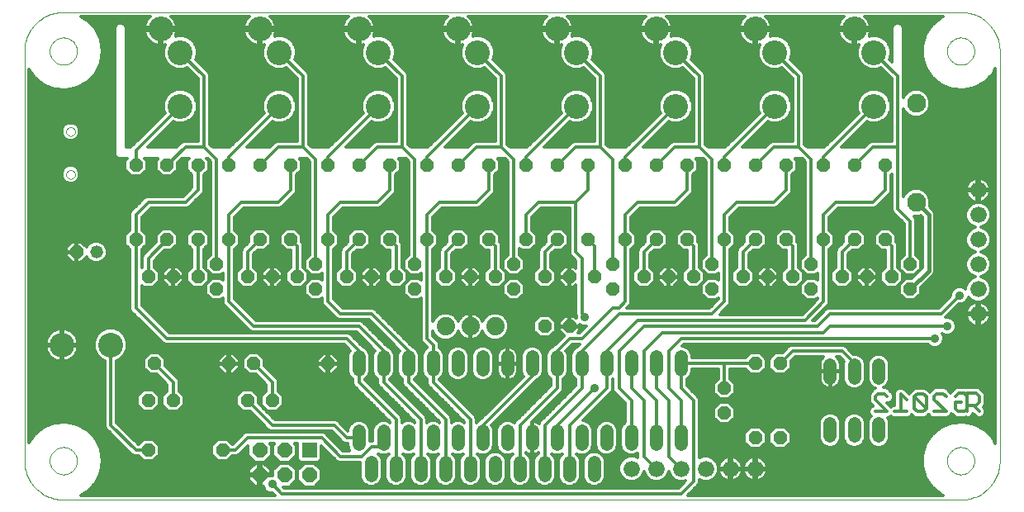
<source format=gbl>
G75*
G70*
%OFA0B0*%
%FSLAX24Y24*%
%IPPOS*%
%LPD*%
%AMOC8*
5,1,8,0,0,1.08239X$1,22.5*
%
%ADD10C,0.0000*%
%ADD11C,0.1004*%
%ADD12OC8,0.0520*%
%ADD13C,0.0520*%
%ADD14C,0.0660*%
%ADD15C,0.0520*%
%ADD16C,0.0120*%
%ADD17C,0.1000*%
%ADD18C,0.0740*%
%ADD19C,0.0760*%
%ADD20R,0.0600X0.0600*%
%ADD21OC8,0.0600*%
%ADD22C,0.0357*%
%ADD23C,0.0160*%
D10*
X002240Y000665D02*
X038460Y000665D01*
X037909Y002240D02*
X037911Y002287D01*
X037917Y002333D01*
X037927Y002379D01*
X037940Y002424D01*
X037958Y002467D01*
X037979Y002509D01*
X038003Y002549D01*
X038031Y002586D01*
X038062Y002621D01*
X038096Y002654D01*
X038132Y002683D01*
X038171Y002709D01*
X038212Y002732D01*
X038255Y002751D01*
X038299Y002767D01*
X038344Y002779D01*
X038390Y002787D01*
X038437Y002791D01*
X038483Y002791D01*
X038530Y002787D01*
X038576Y002779D01*
X038621Y002767D01*
X038665Y002751D01*
X038708Y002732D01*
X038749Y002709D01*
X038788Y002683D01*
X038824Y002654D01*
X038858Y002621D01*
X038889Y002586D01*
X038917Y002549D01*
X038941Y002509D01*
X038962Y002467D01*
X038980Y002424D01*
X038993Y002379D01*
X039003Y002333D01*
X039009Y002287D01*
X039011Y002240D01*
X039009Y002193D01*
X039003Y002147D01*
X038993Y002101D01*
X038980Y002056D01*
X038962Y002013D01*
X038941Y001971D01*
X038917Y001931D01*
X038889Y001894D01*
X038858Y001859D01*
X038824Y001826D01*
X038788Y001797D01*
X038749Y001771D01*
X038708Y001748D01*
X038665Y001729D01*
X038621Y001713D01*
X038576Y001701D01*
X038530Y001693D01*
X038483Y001689D01*
X038437Y001689D01*
X038390Y001693D01*
X038344Y001701D01*
X038299Y001713D01*
X038255Y001729D01*
X038212Y001748D01*
X038171Y001771D01*
X038132Y001797D01*
X038096Y001826D01*
X038062Y001859D01*
X038031Y001894D01*
X038003Y001931D01*
X037979Y001971D01*
X037958Y002013D01*
X037940Y002056D01*
X037927Y002101D01*
X037917Y002147D01*
X037911Y002193D01*
X037909Y002240D01*
X038460Y000665D02*
X038537Y000667D01*
X038614Y000673D01*
X038691Y000682D01*
X038767Y000695D01*
X038843Y000712D01*
X038917Y000733D01*
X038991Y000757D01*
X039063Y000785D01*
X039133Y000816D01*
X039202Y000851D01*
X039270Y000889D01*
X039335Y000930D01*
X039398Y000975D01*
X039459Y001023D01*
X039518Y001073D01*
X039574Y001126D01*
X039627Y001182D01*
X039677Y001241D01*
X039725Y001302D01*
X039770Y001365D01*
X039811Y001430D01*
X039849Y001498D01*
X039884Y001567D01*
X039915Y001637D01*
X039943Y001709D01*
X039967Y001783D01*
X039988Y001857D01*
X040005Y001933D01*
X040018Y002009D01*
X040027Y002086D01*
X040033Y002163D01*
X040035Y002240D01*
X040035Y018775D01*
X037909Y018775D02*
X037911Y018822D01*
X037917Y018868D01*
X037927Y018914D01*
X037940Y018959D01*
X037958Y019002D01*
X037979Y019044D01*
X038003Y019084D01*
X038031Y019121D01*
X038062Y019156D01*
X038096Y019189D01*
X038132Y019218D01*
X038171Y019244D01*
X038212Y019267D01*
X038255Y019286D01*
X038299Y019302D01*
X038344Y019314D01*
X038390Y019322D01*
X038437Y019326D01*
X038483Y019326D01*
X038530Y019322D01*
X038576Y019314D01*
X038621Y019302D01*
X038665Y019286D01*
X038708Y019267D01*
X038749Y019244D01*
X038788Y019218D01*
X038824Y019189D01*
X038858Y019156D01*
X038889Y019121D01*
X038917Y019084D01*
X038941Y019044D01*
X038962Y019002D01*
X038980Y018959D01*
X038993Y018914D01*
X039003Y018868D01*
X039009Y018822D01*
X039011Y018775D01*
X039009Y018728D01*
X039003Y018682D01*
X038993Y018636D01*
X038980Y018591D01*
X038962Y018548D01*
X038941Y018506D01*
X038917Y018466D01*
X038889Y018429D01*
X038858Y018394D01*
X038824Y018361D01*
X038788Y018332D01*
X038749Y018306D01*
X038708Y018283D01*
X038665Y018264D01*
X038621Y018248D01*
X038576Y018236D01*
X038530Y018228D01*
X038483Y018224D01*
X038437Y018224D01*
X038390Y018228D01*
X038344Y018236D01*
X038299Y018248D01*
X038255Y018264D01*
X038212Y018283D01*
X038171Y018306D01*
X038132Y018332D01*
X038096Y018361D01*
X038062Y018394D01*
X038031Y018429D01*
X038003Y018466D01*
X037979Y018506D01*
X037958Y018548D01*
X037940Y018591D01*
X037927Y018636D01*
X037917Y018682D01*
X037911Y018728D01*
X037909Y018775D01*
X038460Y020350D02*
X038537Y020348D01*
X038614Y020342D01*
X038691Y020333D01*
X038767Y020320D01*
X038843Y020303D01*
X038917Y020282D01*
X038991Y020258D01*
X039063Y020230D01*
X039133Y020199D01*
X039202Y020164D01*
X039270Y020126D01*
X039335Y020085D01*
X039398Y020040D01*
X039459Y019992D01*
X039518Y019942D01*
X039574Y019889D01*
X039627Y019833D01*
X039677Y019774D01*
X039725Y019713D01*
X039770Y019650D01*
X039811Y019585D01*
X039849Y019517D01*
X039884Y019448D01*
X039915Y019378D01*
X039943Y019306D01*
X039967Y019232D01*
X039988Y019158D01*
X040005Y019082D01*
X040018Y019006D01*
X040027Y018929D01*
X040033Y018852D01*
X040035Y018775D01*
X038460Y020350D02*
X002240Y020350D01*
X001689Y018775D02*
X001691Y018822D01*
X001697Y018868D01*
X001707Y018914D01*
X001720Y018959D01*
X001738Y019002D01*
X001759Y019044D01*
X001783Y019084D01*
X001811Y019121D01*
X001842Y019156D01*
X001876Y019189D01*
X001912Y019218D01*
X001951Y019244D01*
X001992Y019267D01*
X002035Y019286D01*
X002079Y019302D01*
X002124Y019314D01*
X002170Y019322D01*
X002217Y019326D01*
X002263Y019326D01*
X002310Y019322D01*
X002356Y019314D01*
X002401Y019302D01*
X002445Y019286D01*
X002488Y019267D01*
X002529Y019244D01*
X002568Y019218D01*
X002604Y019189D01*
X002638Y019156D01*
X002669Y019121D01*
X002697Y019084D01*
X002721Y019044D01*
X002742Y019002D01*
X002760Y018959D01*
X002773Y018914D01*
X002783Y018868D01*
X002789Y018822D01*
X002791Y018775D01*
X002789Y018728D01*
X002783Y018682D01*
X002773Y018636D01*
X002760Y018591D01*
X002742Y018548D01*
X002721Y018506D01*
X002697Y018466D01*
X002669Y018429D01*
X002638Y018394D01*
X002604Y018361D01*
X002568Y018332D01*
X002529Y018306D01*
X002488Y018283D01*
X002445Y018264D01*
X002401Y018248D01*
X002356Y018236D01*
X002310Y018228D01*
X002263Y018224D01*
X002217Y018224D01*
X002170Y018228D01*
X002124Y018236D01*
X002079Y018248D01*
X002035Y018264D01*
X001992Y018283D01*
X001951Y018306D01*
X001912Y018332D01*
X001876Y018361D01*
X001842Y018394D01*
X001811Y018429D01*
X001783Y018466D01*
X001759Y018506D01*
X001738Y018548D01*
X001720Y018591D01*
X001707Y018636D01*
X001697Y018682D01*
X001691Y018728D01*
X001689Y018775D01*
X000665Y018775D02*
X000667Y018852D01*
X000673Y018929D01*
X000682Y019006D01*
X000695Y019082D01*
X000712Y019158D01*
X000733Y019232D01*
X000757Y019306D01*
X000785Y019378D01*
X000816Y019448D01*
X000851Y019517D01*
X000889Y019585D01*
X000930Y019650D01*
X000975Y019713D01*
X001023Y019774D01*
X001073Y019833D01*
X001126Y019889D01*
X001182Y019942D01*
X001241Y019992D01*
X001302Y020040D01*
X001365Y020085D01*
X001430Y020126D01*
X001498Y020164D01*
X001567Y020199D01*
X001637Y020230D01*
X001709Y020258D01*
X001783Y020282D01*
X001857Y020303D01*
X001933Y020320D01*
X002009Y020333D01*
X002086Y020342D01*
X002163Y020348D01*
X002240Y020350D01*
X000665Y018775D02*
X000665Y002240D01*
X001689Y002240D02*
X001691Y002287D01*
X001697Y002333D01*
X001707Y002379D01*
X001720Y002424D01*
X001738Y002467D01*
X001759Y002509D01*
X001783Y002549D01*
X001811Y002586D01*
X001842Y002621D01*
X001876Y002654D01*
X001912Y002683D01*
X001951Y002709D01*
X001992Y002732D01*
X002035Y002751D01*
X002079Y002767D01*
X002124Y002779D01*
X002170Y002787D01*
X002217Y002791D01*
X002263Y002791D01*
X002310Y002787D01*
X002356Y002779D01*
X002401Y002767D01*
X002445Y002751D01*
X002488Y002732D01*
X002529Y002709D01*
X002568Y002683D01*
X002604Y002654D01*
X002638Y002621D01*
X002669Y002586D01*
X002697Y002549D01*
X002721Y002509D01*
X002742Y002467D01*
X002760Y002424D01*
X002773Y002379D01*
X002783Y002333D01*
X002789Y002287D01*
X002791Y002240D01*
X002789Y002193D01*
X002783Y002147D01*
X002773Y002101D01*
X002760Y002056D01*
X002742Y002013D01*
X002721Y001971D01*
X002697Y001931D01*
X002669Y001894D01*
X002638Y001859D01*
X002604Y001826D01*
X002568Y001797D01*
X002529Y001771D01*
X002488Y001748D01*
X002445Y001729D01*
X002401Y001713D01*
X002356Y001701D01*
X002310Y001693D01*
X002263Y001689D01*
X002217Y001689D01*
X002170Y001693D01*
X002124Y001701D01*
X002079Y001713D01*
X002035Y001729D01*
X001992Y001748D01*
X001951Y001771D01*
X001912Y001797D01*
X001876Y001826D01*
X001842Y001859D01*
X001811Y001894D01*
X001783Y001931D01*
X001759Y001971D01*
X001738Y002013D01*
X001720Y002056D01*
X001707Y002101D01*
X001697Y002147D01*
X001691Y002193D01*
X001689Y002240D01*
X000665Y002240D02*
X000667Y002163D01*
X000673Y002086D01*
X000682Y002009D01*
X000695Y001933D01*
X000712Y001857D01*
X000733Y001783D01*
X000757Y001709D01*
X000785Y001637D01*
X000816Y001567D01*
X000851Y001498D01*
X000889Y001430D01*
X000930Y001365D01*
X000975Y001302D01*
X001023Y001241D01*
X001073Y001182D01*
X001126Y001126D01*
X001182Y001073D01*
X001241Y001023D01*
X001302Y000975D01*
X001365Y000930D01*
X001430Y000889D01*
X001498Y000851D01*
X001567Y000816D01*
X001637Y000785D01*
X001709Y000757D01*
X001783Y000733D01*
X001857Y000712D01*
X001933Y000695D01*
X002009Y000682D01*
X002086Y000673D01*
X002163Y000667D01*
X002240Y000665D01*
X002355Y013799D02*
X002357Y013825D01*
X002363Y013851D01*
X002373Y013876D01*
X002386Y013899D01*
X002402Y013919D01*
X002422Y013937D01*
X002444Y013952D01*
X002467Y013964D01*
X002493Y013972D01*
X002519Y013976D01*
X002545Y013976D01*
X002571Y013972D01*
X002597Y013964D01*
X002621Y013952D01*
X002642Y013937D01*
X002662Y013919D01*
X002678Y013899D01*
X002691Y013876D01*
X002701Y013851D01*
X002707Y013825D01*
X002709Y013799D01*
X002707Y013773D01*
X002701Y013747D01*
X002691Y013722D01*
X002678Y013699D01*
X002662Y013679D01*
X002642Y013661D01*
X002620Y013646D01*
X002597Y013634D01*
X002571Y013626D01*
X002545Y013622D01*
X002519Y013622D01*
X002493Y013626D01*
X002467Y013634D01*
X002443Y013646D01*
X002422Y013661D01*
X002402Y013679D01*
X002386Y013699D01*
X002373Y013722D01*
X002363Y013747D01*
X002357Y013773D01*
X002355Y013799D01*
X002355Y015531D02*
X002357Y015557D01*
X002363Y015583D01*
X002373Y015608D01*
X002386Y015631D01*
X002402Y015651D01*
X002422Y015669D01*
X002444Y015684D01*
X002467Y015696D01*
X002493Y015704D01*
X002519Y015708D01*
X002545Y015708D01*
X002571Y015704D01*
X002597Y015696D01*
X002621Y015684D01*
X002642Y015669D01*
X002662Y015651D01*
X002678Y015631D01*
X002691Y015608D01*
X002701Y015583D01*
X002707Y015557D01*
X002709Y015531D01*
X002707Y015505D01*
X002701Y015479D01*
X002691Y015454D01*
X002678Y015431D01*
X002662Y015411D01*
X002642Y015393D01*
X002620Y015378D01*
X002597Y015366D01*
X002571Y015358D01*
X002545Y015354D01*
X002519Y015354D01*
X002493Y015358D01*
X002467Y015366D01*
X002443Y015378D01*
X002422Y015393D01*
X002402Y015411D01*
X002386Y015431D01*
X002373Y015454D01*
X002363Y015479D01*
X002357Y015505D01*
X002355Y015531D01*
D11*
X006953Y016555D03*
X006953Y018720D03*
X006165Y019665D03*
X010165Y019665D03*
X010953Y018720D03*
X014165Y019665D03*
X014953Y018720D03*
X018165Y019665D03*
X018953Y018720D03*
X022165Y019665D03*
X022953Y018720D03*
X026165Y019665D03*
X026953Y018720D03*
X030165Y019665D03*
X030953Y018720D03*
X034165Y019665D03*
X034953Y018720D03*
X034953Y016555D03*
X030953Y016555D03*
X026953Y016555D03*
X022953Y016555D03*
X018953Y016555D03*
X014953Y016555D03*
X010953Y016555D03*
D12*
X011415Y014165D03*
X010165Y014165D03*
X008915Y014165D03*
X007665Y014165D03*
X006415Y014165D03*
X005165Y014165D03*
X005165Y011165D03*
X006415Y011165D03*
X007665Y011165D03*
X008915Y011165D03*
X010165Y011165D03*
X011415Y011165D03*
X012915Y011165D03*
X014165Y011165D03*
X015415Y011165D03*
X016915Y011165D03*
X018165Y011165D03*
X019415Y011165D03*
X020915Y011165D03*
X022165Y011165D03*
X023415Y011165D03*
X024915Y011165D03*
X026165Y011165D03*
X027415Y011165D03*
X028915Y011165D03*
X030165Y011165D03*
X031415Y011165D03*
X032915Y011165D03*
X034165Y011165D03*
X035415Y011165D03*
X036415Y010165D03*
X035665Y009665D03*
X036415Y009165D03*
X034665Y009665D03*
X033665Y009665D03*
X032415Y009165D03*
X031665Y009665D03*
X032415Y010165D03*
X030665Y009665D03*
X029665Y009665D03*
X028415Y009165D03*
X027665Y009665D03*
X028415Y010165D03*
X026665Y009665D03*
X025665Y009665D03*
X024415Y009165D03*
X023665Y009665D03*
X024415Y010165D03*
X022665Y009665D03*
X021665Y009665D03*
X020415Y009165D03*
X019665Y009665D03*
X020415Y010165D03*
X018665Y009665D03*
X017665Y009665D03*
X016415Y009165D03*
X015665Y009665D03*
X016415Y010165D03*
X014665Y009665D03*
X013665Y009665D03*
X012415Y009165D03*
X011665Y009665D03*
X012415Y010165D03*
X010665Y009665D03*
X009665Y009665D03*
X008415Y009165D03*
X007665Y009665D03*
X008415Y010165D03*
X006665Y009665D03*
X005665Y009665D03*
X002765Y010665D03*
X005915Y006165D03*
X005665Y004665D03*
X006665Y004665D03*
X008915Y006165D03*
X009915Y006165D03*
X009665Y004665D03*
X010665Y004665D03*
X012915Y006165D03*
X008665Y002665D03*
X005665Y002665D03*
X021665Y007665D03*
X022665Y007665D03*
X028915Y005165D03*
X028915Y004165D03*
X030165Y003165D03*
X031165Y003165D03*
X031165Y006165D03*
X030165Y006165D03*
X030165Y014165D03*
X028915Y014165D03*
X027415Y014165D03*
X026165Y014165D03*
X024915Y014165D03*
X023415Y014165D03*
X022165Y014165D03*
X020915Y014165D03*
X019415Y014165D03*
X018165Y014165D03*
X016915Y014165D03*
X015415Y014165D03*
X014165Y014165D03*
X012915Y014165D03*
X031415Y014165D03*
X032915Y014165D03*
X034165Y014165D03*
X035415Y014165D03*
D13*
X027165Y006425D02*
X027165Y005905D01*
X026165Y005905D02*
X026165Y006425D01*
X025165Y006425D02*
X025165Y005905D01*
X024165Y005905D02*
X024165Y006425D01*
X023165Y006425D02*
X023165Y005905D01*
X022165Y005905D02*
X022165Y006425D01*
X021165Y006425D02*
X021165Y005905D01*
X020165Y005905D02*
X020165Y006425D01*
X019165Y006425D02*
X019165Y005905D01*
X018165Y005905D02*
X018165Y006425D01*
X017165Y006425D02*
X017165Y005905D01*
X016165Y005905D02*
X016165Y006425D01*
X015165Y006425D02*
X015165Y005905D01*
X014165Y005905D02*
X014165Y006425D01*
X014165Y003425D02*
X014165Y002905D01*
X015165Y002905D02*
X015165Y003425D01*
X016165Y003425D02*
X016165Y002905D01*
X017165Y002905D02*
X017165Y003425D01*
X018165Y003425D02*
X018165Y002905D01*
X019165Y002905D02*
X019165Y003425D01*
X020165Y003425D02*
X020165Y002905D01*
X021165Y002905D02*
X021165Y003425D01*
X022165Y003425D02*
X022165Y002905D01*
X023165Y002905D02*
X023165Y003425D01*
X024165Y003425D02*
X024165Y002905D01*
X025165Y002905D02*
X025165Y003425D01*
X026165Y003425D02*
X026165Y002905D01*
X027165Y002905D02*
X027165Y003425D01*
X023665Y002175D02*
X023665Y001655D01*
X022665Y001655D02*
X022665Y002175D01*
X021665Y002175D02*
X021665Y001655D01*
X020665Y001655D02*
X020665Y002175D01*
X019665Y002175D02*
X019665Y001655D01*
X018665Y001655D02*
X018665Y002175D01*
X017665Y002175D02*
X017665Y001655D01*
X016665Y001655D02*
X016665Y002175D01*
X015665Y002175D02*
X015665Y001655D01*
X014665Y001655D02*
X014665Y002175D01*
X033185Y003225D02*
X033185Y003745D01*
X034165Y003745D02*
X034165Y003225D01*
X035145Y003225D02*
X035145Y003745D01*
X035145Y005585D02*
X035145Y006105D01*
X034165Y006105D02*
X034165Y005585D01*
X033185Y005585D02*
X033185Y006105D01*
D14*
X039165Y008165D03*
X039165Y009165D03*
X039165Y010165D03*
X039165Y011165D03*
X039165Y012165D03*
X039165Y013165D03*
X030165Y001915D03*
X029165Y001915D03*
X028165Y001915D03*
X027165Y001915D03*
X026165Y001915D03*
X025165Y001915D03*
D15*
X003565Y010665D03*
D16*
X003975Y010504D02*
X004925Y010504D01*
X004925Y010386D02*
X003908Y010386D01*
X003938Y010416D02*
X004005Y010578D01*
X004005Y010753D01*
X003938Y010914D01*
X003814Y011038D01*
X003653Y011105D01*
X003478Y011105D01*
X003316Y011038D01*
X003192Y010914D01*
X003168Y010856D01*
X002939Y011085D01*
X002785Y011085D01*
X002785Y010685D01*
X002745Y010685D01*
X002745Y010645D01*
X002785Y010645D01*
X002785Y010245D01*
X002939Y010245D01*
X003168Y010474D01*
X003192Y010416D01*
X003316Y010292D01*
X003478Y010225D01*
X003653Y010225D01*
X003814Y010292D01*
X003938Y010416D01*
X004005Y010623D02*
X004925Y010623D01*
X004925Y010741D02*
X004005Y010741D01*
X003961Y010860D02*
X004848Y010860D01*
X004925Y010783D02*
X004925Y008367D01*
X004962Y008279D01*
X005029Y008212D01*
X006279Y006962D01*
X006367Y006925D01*
X006463Y006925D01*
X013566Y006925D01*
X013804Y006687D01*
X013792Y006674D01*
X013725Y006513D01*
X013725Y005818D01*
X013792Y005656D01*
X013916Y005532D01*
X013925Y005528D01*
X013925Y005367D01*
X013962Y005279D01*
X014029Y005212D01*
X014029Y005212D01*
X015425Y003816D01*
X015425Y003787D01*
X015414Y003798D01*
X015253Y003865D01*
X015078Y003865D01*
X014916Y003798D01*
X014792Y003674D01*
X014725Y003513D01*
X014725Y003030D01*
X014617Y003030D01*
X014605Y003025D01*
X014605Y003513D01*
X014538Y003674D01*
X014414Y003798D01*
X014253Y003865D01*
X014078Y003865D01*
X013916Y003798D01*
X013792Y003674D01*
X013725Y003513D01*
X013725Y003445D01*
X013369Y003801D01*
X013301Y003869D01*
X013213Y003905D01*
X010765Y003905D01*
X010105Y004565D01*
X010105Y004847D01*
X009847Y005105D01*
X009483Y005105D01*
X009225Y004847D01*
X009225Y004483D01*
X009483Y004225D01*
X009766Y004225D01*
X010529Y003462D01*
X010617Y003425D01*
X010713Y003425D01*
X013066Y003425D01*
X013529Y002962D01*
X013617Y002925D01*
X013713Y002925D01*
X013725Y002925D01*
X013725Y002818D01*
X013792Y002656D01*
X013793Y002655D01*
X013515Y002655D01*
X012801Y003369D01*
X012713Y003405D01*
X012617Y003405D01*
X009617Y003405D01*
X009529Y003369D01*
X009462Y003301D01*
X009066Y002905D01*
X009047Y002905D01*
X008847Y003105D01*
X008483Y003105D01*
X008225Y002847D01*
X008225Y002483D01*
X008483Y002225D01*
X008847Y002225D01*
X009047Y002425D01*
X009117Y002425D01*
X009213Y002425D01*
X009301Y002462D01*
X009685Y002846D01*
X009685Y002466D01*
X009966Y002185D01*
X010364Y002185D01*
X010645Y002466D01*
X010645Y002864D01*
X010584Y002925D01*
X010746Y002925D01*
X010685Y002864D01*
X010685Y002466D01*
X010966Y002185D01*
X011364Y002185D01*
X011645Y002466D01*
X011645Y002864D01*
X011584Y002925D01*
X011685Y002925D01*
X011685Y002291D01*
X011791Y002185D01*
X012540Y002185D01*
X012645Y002291D01*
X012645Y002846D01*
X013212Y002279D01*
X013279Y002212D01*
X013367Y002175D01*
X014225Y002175D01*
X014225Y001568D01*
X014292Y001406D01*
X014416Y001282D01*
X014578Y001215D01*
X014753Y001215D01*
X014914Y001282D01*
X015038Y001406D01*
X015105Y001568D01*
X015105Y002263D01*
X015038Y002424D01*
X014941Y002522D01*
X015078Y002465D01*
X015253Y002465D01*
X015390Y002522D01*
X015292Y002424D01*
X015225Y002263D01*
X015225Y001568D01*
X015292Y001406D01*
X015416Y001282D01*
X015578Y001215D01*
X015753Y001215D01*
X015914Y001282D01*
X016038Y001406D01*
X016105Y001568D01*
X016105Y002263D01*
X016038Y002424D01*
X015941Y002522D01*
X016078Y002465D01*
X016253Y002465D01*
X016390Y002522D01*
X016292Y002424D01*
X016225Y002263D01*
X016225Y001568D01*
X016292Y001406D01*
X016416Y001282D01*
X016578Y001215D01*
X016753Y001215D01*
X016914Y001282D01*
X017038Y001406D01*
X017105Y001568D01*
X017105Y002263D01*
X017038Y002424D01*
X016941Y002522D01*
X017078Y002465D01*
X017253Y002465D01*
X017390Y002522D01*
X017292Y002424D01*
X017225Y002263D01*
X017225Y001568D01*
X017292Y001406D01*
X017416Y001282D01*
X017578Y001215D01*
X017753Y001215D01*
X017914Y001282D01*
X018038Y001406D01*
X018105Y001568D01*
X018105Y002263D01*
X018038Y002424D01*
X017941Y002522D01*
X018078Y002465D01*
X018253Y002465D01*
X018390Y002522D01*
X018292Y002424D01*
X018225Y002263D01*
X018225Y001568D01*
X018292Y001406D01*
X018416Y001282D01*
X018578Y001215D01*
X018753Y001215D01*
X018914Y001282D01*
X019038Y001406D01*
X019105Y001568D01*
X019105Y002263D01*
X019038Y002424D01*
X018941Y002522D01*
X019078Y002465D01*
X019253Y002465D01*
X019390Y002522D01*
X019292Y002424D01*
X019225Y002263D01*
X019225Y001568D01*
X019292Y001406D01*
X019416Y001282D01*
X019578Y001215D01*
X019753Y001215D01*
X019914Y001282D01*
X020038Y001406D01*
X020105Y001568D01*
X020105Y002263D01*
X020038Y002424D01*
X019941Y002522D01*
X020078Y002465D01*
X020253Y002465D01*
X020390Y002522D01*
X020292Y002424D01*
X020225Y002263D01*
X020225Y001568D01*
X020292Y001406D01*
X020416Y001282D01*
X020578Y001215D01*
X020753Y001215D01*
X020914Y001282D01*
X021038Y001406D01*
X021105Y001568D01*
X021105Y002263D01*
X021038Y002424D01*
X020914Y002548D01*
X020905Y002552D01*
X020905Y002575D01*
X020945Y002546D01*
X021004Y002516D01*
X021067Y002496D01*
X021132Y002485D01*
X021145Y002485D01*
X021145Y003145D01*
X021185Y003145D01*
X021185Y002485D01*
X021198Y002485D01*
X021264Y002496D01*
X021326Y002516D01*
X021385Y002546D01*
X021425Y002575D01*
X021425Y002552D01*
X021416Y002548D01*
X021292Y002424D01*
X021225Y002263D01*
X021225Y001568D01*
X021292Y001406D01*
X021416Y001282D01*
X021578Y001215D01*
X021753Y001215D01*
X021914Y001282D01*
X022038Y001406D01*
X022105Y001568D01*
X022105Y002263D01*
X022038Y002424D01*
X021941Y002522D01*
X022078Y002465D01*
X022253Y002465D01*
X022390Y002522D01*
X022292Y002424D01*
X022225Y002263D01*
X022225Y001568D01*
X022292Y001406D01*
X022416Y001282D01*
X022578Y001215D01*
X022753Y001215D01*
X022914Y001282D01*
X023038Y001406D01*
X023105Y001568D01*
X023105Y002263D01*
X023038Y002424D01*
X022941Y002522D01*
X023078Y002465D01*
X023253Y002465D01*
X023390Y002522D01*
X023292Y002424D01*
X023225Y002263D01*
X023225Y001568D01*
X023292Y001406D01*
X023416Y001282D01*
X023578Y001215D01*
X023753Y001215D01*
X023914Y001282D01*
X024038Y001406D01*
X024105Y001568D01*
X024105Y002263D01*
X024038Y002424D01*
X023941Y002522D01*
X024078Y002465D01*
X024253Y002465D01*
X024414Y002532D01*
X024538Y002656D01*
X024605Y002818D01*
X024605Y003513D01*
X024538Y003674D01*
X024414Y003798D01*
X024253Y003865D01*
X024078Y003865D01*
X023916Y003798D01*
X023792Y003674D01*
X023725Y003513D01*
X023725Y002818D01*
X023792Y002656D01*
X023890Y002558D01*
X023753Y002615D01*
X023578Y002615D01*
X023441Y002558D01*
X023538Y002656D01*
X023605Y002818D01*
X023605Y003513D01*
X023538Y003674D01*
X023414Y003798D01*
X023253Y003865D01*
X023205Y003865D01*
X024369Y005029D01*
X024405Y005117D01*
X024405Y005213D01*
X024405Y005528D01*
X024414Y005532D01*
X024425Y005543D01*
X024425Y005117D01*
X024462Y005029D01*
X024529Y004962D01*
X024925Y004566D01*
X024925Y003802D01*
X024916Y003798D01*
X024792Y003674D01*
X024725Y003513D01*
X024725Y002818D01*
X024792Y002656D01*
X024916Y002532D01*
X025078Y002465D01*
X025253Y002465D01*
X025414Y002532D01*
X025425Y002543D01*
X025425Y002463D01*
X025425Y002367D01*
X025429Y002358D01*
X025267Y002425D01*
X025064Y002425D01*
X024876Y002348D01*
X024733Y002204D01*
X024655Y002017D01*
X024655Y001814D01*
X024733Y001626D01*
X024876Y001483D01*
X025064Y001405D01*
X025267Y001405D01*
X025454Y001483D01*
X025598Y001626D01*
X025665Y001790D01*
X025733Y001626D01*
X025876Y001483D01*
X026064Y001405D01*
X026267Y001405D01*
X026454Y001483D01*
X026598Y001626D01*
X026665Y001790D01*
X026733Y001626D01*
X026876Y001483D01*
X027064Y001405D01*
X027267Y001405D01*
X027351Y001440D01*
X027066Y001155D01*
X011140Y001155D01*
X011110Y001185D01*
X011364Y001185D01*
X011645Y001466D01*
X011645Y001864D01*
X011364Y002145D01*
X010966Y002145D01*
X010685Y001864D01*
X010685Y001649D01*
X010594Y001649D01*
X010537Y001625D01*
X010205Y001625D01*
X010205Y001205D01*
X010312Y001205D01*
X010361Y001087D01*
X010462Y000986D01*
X010594Y000932D01*
X010684Y000932D01*
X010771Y000845D01*
X002949Y000845D01*
X003225Y001005D01*
X003545Y001350D01*
X003750Y001774D01*
X003750Y001774D01*
X003820Y002240D01*
X003750Y002706D01*
X003545Y003130D01*
X003225Y003475D01*
X002817Y003711D01*
X002358Y003816D01*
X001888Y003780D01*
X001450Y003608D01*
X001082Y003315D01*
X001082Y003315D01*
X001082Y003315D01*
X000845Y002968D01*
X000845Y018048D01*
X001082Y017701D01*
X001450Y017407D01*
X001888Y017235D01*
X002358Y017200D01*
X002817Y017305D01*
X003225Y017540D01*
X003545Y017885D01*
X003750Y018310D01*
X003820Y018775D01*
X003750Y019241D01*
X003750Y019241D01*
X003545Y019665D01*
X003545Y019665D01*
X003225Y020011D01*
X002949Y020170D01*
X005736Y020170D01*
X005728Y020164D01*
X005666Y020103D01*
X005614Y020034D01*
X005570Y019959D01*
X005537Y019878D01*
X005515Y019795D01*
X005505Y019725D01*
X006105Y019725D01*
X006105Y019605D01*
X006225Y019605D01*
X006225Y019005D01*
X006295Y019015D01*
X006342Y019027D01*
X006271Y018856D01*
X006271Y018585D01*
X006374Y018334D01*
X006566Y018142D01*
X006817Y018038D01*
X007088Y018038D01*
X007235Y018099D01*
X007675Y017658D01*
X007675Y015155D01*
X007213Y015155D01*
X007117Y015155D01*
X007029Y015119D01*
X006816Y014905D01*
X005642Y014905D01*
X006671Y015934D01*
X006817Y015873D01*
X007088Y015873D01*
X007339Y015977D01*
X007531Y016169D01*
X007635Y016419D01*
X007635Y016691D01*
X007531Y016941D01*
X007339Y017133D01*
X007088Y017237D01*
X006817Y017237D01*
X006566Y017133D01*
X006374Y016941D01*
X006271Y016691D01*
X006271Y016419D01*
X006331Y016273D01*
X004963Y014905D01*
X004780Y014905D01*
X004780Y019713D01*
X004744Y019801D01*
X004676Y019869D01*
X004588Y019905D01*
X004492Y019905D01*
X004404Y019869D01*
X004337Y019801D01*
X004300Y019713D01*
X004300Y014713D01*
X004300Y014617D01*
X004337Y014529D01*
X004404Y014462D01*
X004492Y014425D01*
X004803Y014425D01*
X004725Y014347D01*
X004725Y013983D01*
X004983Y013725D01*
X005347Y013725D01*
X005605Y013983D01*
X005605Y014347D01*
X005527Y014425D01*
X006053Y014425D01*
X005975Y014347D01*
X005975Y013983D01*
X006233Y013725D01*
X006597Y013725D01*
X006855Y013983D01*
X006855Y014266D01*
X007015Y014425D01*
X007303Y014425D01*
X007225Y014347D01*
X007225Y013983D01*
X007425Y013783D01*
X007425Y013265D01*
X007066Y012905D01*
X005617Y012905D01*
X005529Y012869D01*
X005462Y012801D01*
X004962Y012301D01*
X004925Y012213D01*
X004925Y012117D01*
X004925Y011547D01*
X004725Y011347D01*
X004725Y010983D01*
X004925Y010783D01*
X004730Y010978D02*
X003874Y010978D01*
X003672Y011097D02*
X004725Y011097D01*
X004725Y011216D02*
X000845Y011216D01*
X000845Y011334D02*
X004725Y011334D01*
X004830Y011453D02*
X000845Y011453D01*
X000845Y011571D02*
X004925Y011571D01*
X004925Y011690D02*
X000845Y011690D01*
X000845Y011808D02*
X004925Y011808D01*
X004925Y011927D02*
X000845Y011927D01*
X000845Y012045D02*
X004925Y012045D01*
X004925Y012164D02*
X000845Y012164D01*
X000845Y012282D02*
X004954Y012282D01*
X005062Y012401D02*
X000845Y012401D01*
X000845Y012520D02*
X005180Y012520D01*
X005299Y012638D02*
X000845Y012638D01*
X000845Y012757D02*
X005417Y012757D01*
X005545Y012875D02*
X000845Y012875D01*
X000845Y012994D02*
X007154Y012994D01*
X007273Y013112D02*
X000845Y013112D01*
X000845Y013231D02*
X007391Y013231D01*
X007425Y013349D02*
X000845Y013349D01*
X000845Y013468D02*
X002399Y013468D01*
X002461Y013442D02*
X002330Y013496D01*
X002230Y013597D01*
X002175Y013728D01*
X002175Y013870D01*
X002230Y014001D01*
X002330Y014102D01*
X002461Y014156D01*
X002603Y014156D01*
X002735Y014102D01*
X002835Y014001D01*
X002889Y013870D01*
X002889Y013728D01*
X002835Y013597D01*
X002735Y013496D01*
X002603Y013442D01*
X002461Y013442D01*
X002666Y013468D02*
X007425Y013468D01*
X007425Y013586D02*
X002825Y013586D01*
X002880Y013705D02*
X007425Y013705D01*
X007385Y013824D02*
X006696Y013824D01*
X006814Y013942D02*
X007266Y013942D01*
X007225Y014061D02*
X006855Y014061D01*
X006855Y014179D02*
X007225Y014179D01*
X007225Y014298D02*
X006887Y014298D01*
X007006Y014416D02*
X007294Y014416D01*
X007665Y014165D02*
X007665Y013165D01*
X007165Y012665D01*
X005665Y012665D01*
X005165Y012165D01*
X005165Y011165D01*
X005165Y008415D01*
X006415Y007165D01*
X013665Y007165D01*
X014165Y006665D01*
X014165Y006165D01*
X014165Y005415D01*
X015665Y003915D01*
X015665Y001915D01*
X015225Y001969D02*
X015105Y001969D01*
X015105Y001851D02*
X015225Y001851D01*
X015225Y001732D02*
X015105Y001732D01*
X015105Y001614D02*
X015225Y001614D01*
X015255Y001495D02*
X015075Y001495D01*
X015009Y001376D02*
X015322Y001376D01*
X015474Y001258D02*
X014856Y001258D01*
X014474Y001258D02*
X012437Y001258D01*
X012364Y001185D02*
X012645Y001466D01*
X012645Y001864D01*
X012364Y002145D01*
X011966Y002145D01*
X011685Y001864D01*
X011685Y001466D01*
X011966Y001185D01*
X012364Y001185D01*
X012555Y001376D02*
X014322Y001376D01*
X014255Y001495D02*
X012645Y001495D01*
X012645Y001614D02*
X014225Y001614D01*
X014225Y001732D02*
X012645Y001732D01*
X012645Y001851D02*
X014225Y001851D01*
X014225Y001969D02*
X012540Y001969D01*
X012421Y002088D02*
X014225Y002088D01*
X014290Y002415D02*
X013415Y002415D01*
X012665Y003165D01*
X009665Y003165D01*
X009165Y002665D01*
X008665Y002665D01*
X008225Y002680D02*
X006105Y002680D01*
X006105Y002562D02*
X008225Y002562D01*
X008265Y002443D02*
X006066Y002443D01*
X006105Y002483D02*
X005847Y002225D01*
X005483Y002225D01*
X005283Y002425D01*
X005213Y002425D01*
X005117Y002425D01*
X005029Y002462D01*
X003946Y003545D01*
X003909Y003633D01*
X003909Y003729D01*
X003909Y006279D01*
X003764Y006339D01*
X003573Y006530D01*
X003469Y006780D01*
X003469Y007050D01*
X003573Y007300D01*
X003764Y007492D01*
X004014Y007595D01*
X004285Y007595D01*
X004535Y007492D01*
X004726Y007300D01*
X004829Y007050D01*
X004829Y006780D01*
X004726Y006530D01*
X004535Y006339D01*
X004389Y006279D01*
X004389Y003780D01*
X005265Y002905D01*
X005283Y002905D01*
X005483Y003105D01*
X005847Y003105D01*
X006105Y002847D01*
X006105Y002483D01*
X005947Y002325D02*
X008383Y002325D01*
X008225Y002799D02*
X006105Y002799D01*
X006035Y002918D02*
X008295Y002918D01*
X008414Y003036D02*
X005916Y003036D01*
X005665Y002665D02*
X005165Y002665D01*
X004149Y003681D01*
X004149Y006915D01*
X004774Y007185D02*
X006056Y007185D01*
X006174Y007067D02*
X004823Y007067D01*
X004829Y006948D02*
X006312Y006948D01*
X006097Y006605D02*
X005733Y006605D01*
X005475Y006347D01*
X005475Y005983D01*
X005733Y005725D01*
X006016Y005725D01*
X006425Y005316D01*
X006425Y005047D01*
X006225Y004847D01*
X006225Y004483D01*
X006483Y004225D01*
X006847Y004225D01*
X007105Y004483D01*
X007105Y004847D01*
X006905Y005047D01*
X006905Y005463D01*
X006869Y005551D01*
X006801Y005619D01*
X006355Y006065D01*
X006355Y006347D01*
X006097Y006605D01*
X006110Y006592D02*
X009720Y006592D01*
X009733Y006605D02*
X009475Y006347D01*
X009475Y005983D01*
X009733Y005725D01*
X010016Y005725D01*
X010425Y005316D01*
X010425Y005047D01*
X010225Y004847D01*
X010225Y004483D01*
X010483Y004225D01*
X010847Y004225D01*
X011105Y004483D01*
X011105Y004847D01*
X010905Y005047D01*
X010905Y005367D01*
X010905Y005463D01*
X010869Y005551D01*
X010355Y006065D01*
X010355Y006347D01*
X010097Y006605D01*
X009733Y006605D01*
X009602Y006474D02*
X009200Y006474D01*
X009089Y006585D02*
X008935Y006585D01*
X008935Y006185D01*
X009335Y006185D01*
X009335Y006339D01*
X009089Y006585D01*
X008935Y006474D02*
X008895Y006474D01*
X008895Y006585D02*
X008741Y006585D01*
X008495Y006339D01*
X008495Y006185D01*
X008895Y006185D01*
X008895Y006145D01*
X008935Y006145D01*
X008935Y005745D01*
X009089Y005745D01*
X009335Y005991D01*
X009335Y006145D01*
X008935Y006145D01*
X008935Y006185D01*
X008895Y006185D01*
X008895Y006585D01*
X008895Y006355D02*
X008935Y006355D01*
X008935Y006237D02*
X008895Y006237D01*
X008895Y006145D02*
X008495Y006145D01*
X008495Y005991D01*
X008741Y005745D01*
X008895Y005745D01*
X008895Y006145D01*
X008895Y006118D02*
X008935Y006118D01*
X008935Y006000D02*
X008895Y006000D01*
X008895Y005881D02*
X008935Y005881D01*
X008935Y005763D02*
X008895Y005763D01*
X008724Y005763D02*
X006657Y005763D01*
X006539Y005881D02*
X008605Y005881D01*
X008495Y006000D02*
X006420Y006000D01*
X006355Y006118D02*
X008495Y006118D01*
X008495Y006237D02*
X006355Y006237D01*
X006347Y006355D02*
X008511Y006355D01*
X008630Y006474D02*
X006229Y006474D01*
X005915Y006165D02*
X006665Y005415D01*
X006665Y004665D01*
X006225Y004696D02*
X006105Y004696D01*
X006105Y004814D02*
X006225Y004814D01*
X006105Y004847D02*
X005847Y005105D01*
X005483Y005105D01*
X005225Y004847D01*
X005225Y004483D01*
X005483Y004225D01*
X005847Y004225D01*
X006105Y004483D01*
X006105Y004847D01*
X006020Y004933D02*
X006311Y004933D01*
X006425Y005051D02*
X005901Y005051D01*
X005429Y005051D02*
X004389Y005051D01*
X004389Y004933D02*
X005311Y004933D01*
X005225Y004814D02*
X004389Y004814D01*
X004389Y004696D02*
X005225Y004696D01*
X005225Y004577D02*
X004389Y004577D01*
X004389Y004459D02*
X005250Y004459D01*
X005368Y004340D02*
X004389Y004340D01*
X004389Y004221D02*
X009769Y004221D01*
X009888Y004103D02*
X004389Y004103D01*
X004389Y003984D02*
X010007Y003984D01*
X010125Y003866D02*
X004389Y003866D01*
X004422Y003747D02*
X010244Y003747D01*
X010362Y003629D02*
X004541Y003629D01*
X004660Y003510D02*
X010481Y003510D01*
X010665Y003665D02*
X009665Y004665D01*
X009225Y004696D02*
X007105Y004696D01*
X007105Y004814D02*
X009225Y004814D01*
X009311Y004933D02*
X007020Y004933D01*
X006905Y005051D02*
X009429Y005051D01*
X009901Y005051D02*
X010425Y005051D01*
X010425Y005170D02*
X006905Y005170D01*
X006905Y005288D02*
X010425Y005288D01*
X010334Y005407D02*
X006905Y005407D01*
X006879Y005525D02*
X010215Y005525D01*
X010097Y005644D02*
X006776Y005644D01*
X006425Y005288D02*
X004389Y005288D01*
X004389Y005170D02*
X006425Y005170D01*
X006334Y005407D02*
X004389Y005407D01*
X004389Y005525D02*
X006215Y005525D01*
X006097Y005644D02*
X004389Y005644D01*
X004389Y005763D02*
X005696Y005763D01*
X005577Y005881D02*
X004389Y005881D01*
X004389Y006000D02*
X005475Y006000D01*
X005475Y006118D02*
X004389Y006118D01*
X004389Y006237D02*
X005475Y006237D01*
X005483Y006355D02*
X004551Y006355D01*
X004670Y006474D02*
X005602Y006474D01*
X005720Y006592D02*
X004752Y006592D01*
X004801Y006711D02*
X013780Y006711D01*
X013758Y006592D02*
X010110Y006592D01*
X010229Y006474D02*
X012630Y006474D01*
X012741Y006585D02*
X012495Y006339D01*
X012495Y006185D01*
X012895Y006185D01*
X012895Y006145D01*
X012935Y006145D01*
X012935Y005745D01*
X013089Y005745D01*
X013335Y005991D01*
X013335Y006145D01*
X012935Y006145D01*
X012935Y006185D01*
X013335Y006185D01*
X013335Y006339D01*
X013089Y006585D01*
X012935Y006585D01*
X012935Y006185D01*
X012895Y006185D01*
X012895Y006585D01*
X012741Y006585D01*
X012895Y006474D02*
X012935Y006474D01*
X012935Y006355D02*
X012895Y006355D01*
X012895Y006237D02*
X012935Y006237D01*
X012895Y006145D02*
X012495Y006145D01*
X012495Y005991D01*
X012741Y005745D01*
X012895Y005745D01*
X012895Y006145D01*
X012895Y006118D02*
X012935Y006118D01*
X012935Y006000D02*
X012895Y006000D01*
X012895Y005881D02*
X012935Y005881D01*
X012935Y005763D02*
X012895Y005763D01*
X012724Y005763D02*
X010657Y005763D01*
X010539Y005881D02*
X012605Y005881D01*
X012495Y006000D02*
X010420Y006000D01*
X010355Y006118D02*
X012495Y006118D01*
X012495Y006237D02*
X010355Y006237D01*
X010347Y006355D02*
X012511Y006355D01*
X013200Y006474D02*
X013725Y006474D01*
X013725Y006355D02*
X013319Y006355D01*
X013335Y006237D02*
X013725Y006237D01*
X013725Y006118D02*
X013335Y006118D01*
X013335Y006000D02*
X013725Y006000D01*
X013725Y005881D02*
X013225Y005881D01*
X013106Y005763D02*
X013748Y005763D01*
X013804Y005644D02*
X010776Y005644D01*
X010879Y005525D02*
X013925Y005525D01*
X013925Y005407D02*
X010905Y005407D01*
X010905Y005288D02*
X013958Y005288D01*
X014071Y005170D02*
X010905Y005170D01*
X010905Y005051D02*
X014190Y005051D01*
X014308Y004933D02*
X011020Y004933D01*
X011105Y004814D02*
X014427Y004814D01*
X014545Y004696D02*
X011105Y004696D01*
X011105Y004577D02*
X014664Y004577D01*
X014782Y004459D02*
X011081Y004459D01*
X010962Y004340D02*
X014901Y004340D01*
X015019Y004221D02*
X010448Y004221D01*
X010368Y004340D02*
X010330Y004340D01*
X010250Y004459D02*
X010211Y004459D01*
X010225Y004577D02*
X010105Y004577D01*
X010105Y004696D02*
X010225Y004696D01*
X010225Y004814D02*
X010105Y004814D01*
X010020Y004933D02*
X010311Y004933D01*
X010665Y004665D02*
X010665Y005415D01*
X009915Y006165D01*
X009475Y006118D02*
X009335Y006118D01*
X009335Y006000D02*
X009475Y006000D01*
X009577Y005881D02*
X009225Y005881D01*
X009106Y005763D02*
X009696Y005763D01*
X009475Y006237D02*
X009335Y006237D01*
X009319Y006355D02*
X009483Y006355D01*
X009867Y007425D02*
X009963Y007425D01*
X014066Y007425D01*
X014804Y006687D01*
X014792Y006674D01*
X014725Y006513D01*
X014725Y005818D01*
X014792Y005656D01*
X014916Y005532D01*
X014925Y005528D01*
X014925Y005367D01*
X014962Y005279D01*
X015029Y005212D01*
X016425Y003816D01*
X016425Y003787D01*
X016414Y003798D01*
X016253Y003865D01*
X016078Y003865D01*
X015916Y003798D01*
X015905Y003787D01*
X015905Y003963D01*
X015869Y004051D01*
X015801Y004119D01*
X014405Y005515D01*
X014405Y005528D01*
X014414Y005532D01*
X014538Y005656D01*
X014605Y005818D01*
X014605Y006513D01*
X014538Y006674D01*
X014414Y006798D01*
X014341Y006828D01*
X014301Y006869D01*
X013869Y007301D01*
X013801Y007369D01*
X013713Y007405D01*
X006515Y007405D01*
X005405Y008515D01*
X005405Y009303D01*
X005483Y009225D01*
X005847Y009225D01*
X006105Y009483D01*
X006105Y009847D01*
X005905Y010047D01*
X005905Y010316D01*
X006315Y010725D01*
X006597Y010725D01*
X006855Y010983D01*
X006855Y011347D01*
X006597Y011605D01*
X006233Y011605D01*
X005975Y011347D01*
X005975Y011065D01*
X005462Y010551D01*
X005425Y010463D01*
X005425Y010367D01*
X005425Y010047D01*
X005405Y010027D01*
X005405Y010783D01*
X005605Y010983D01*
X005605Y011347D01*
X005405Y011547D01*
X005405Y012066D01*
X005765Y012425D01*
X007117Y012425D01*
X007213Y012425D01*
X007301Y012462D01*
X007801Y012962D01*
X007869Y013029D01*
X007905Y013117D01*
X007905Y013783D01*
X008105Y013983D01*
X008105Y014347D01*
X008027Y014425D01*
X008066Y014425D01*
X008175Y014316D01*
X008175Y010547D01*
X007975Y010347D01*
X007975Y009983D01*
X008233Y009725D01*
X008597Y009725D01*
X008675Y009803D01*
X008675Y009527D01*
X008597Y009605D01*
X008233Y009605D01*
X007975Y009347D01*
X007975Y008983D01*
X008233Y008725D01*
X008597Y008725D01*
X008675Y008803D01*
X008675Y008617D01*
X008712Y008529D01*
X008779Y008462D01*
X009779Y007462D01*
X009867Y007425D01*
X009700Y007541D02*
X006379Y007541D01*
X006261Y007659D02*
X009582Y007659D01*
X009463Y007778D02*
X006142Y007778D01*
X006023Y007896D02*
X009345Y007896D01*
X009226Y008015D02*
X005905Y008015D01*
X005786Y008133D02*
X009108Y008133D01*
X008989Y008252D02*
X005668Y008252D01*
X005549Y008371D02*
X008870Y008371D01*
X008752Y008489D02*
X005431Y008489D01*
X005405Y008608D02*
X008679Y008608D01*
X008675Y008726D02*
X008598Y008726D01*
X008915Y008665D02*
X008915Y011165D01*
X008915Y012165D01*
X009415Y012665D01*
X010915Y012665D01*
X011415Y013165D01*
X011415Y014165D01*
X011855Y014179D02*
X012175Y014179D01*
X012175Y014061D02*
X011855Y014061D01*
X011855Y013983D02*
X011655Y013783D01*
X011655Y013213D01*
X011655Y013117D01*
X011619Y013029D01*
X011119Y012529D01*
X011051Y012462D01*
X010963Y012425D01*
X009515Y012425D01*
X009155Y012066D01*
X009155Y011547D01*
X009355Y011347D01*
X009355Y010983D01*
X009155Y010783D01*
X009155Y008765D01*
X010015Y007905D01*
X014213Y007905D01*
X014301Y007869D01*
X014369Y007801D01*
X015301Y006869D01*
X015301Y006869D01*
X015341Y006828D01*
X015414Y006798D01*
X015538Y006674D01*
X015605Y006513D01*
X015605Y005818D01*
X015538Y005656D01*
X015414Y005532D01*
X015405Y005528D01*
X015405Y005515D01*
X016869Y004051D01*
X016905Y003963D01*
X016905Y003867D01*
X016905Y003787D01*
X016916Y003798D01*
X017078Y003865D01*
X017253Y003865D01*
X017414Y003798D01*
X017425Y003787D01*
X017425Y003816D01*
X016029Y005212D01*
X016029Y005212D01*
X015962Y005279D01*
X015925Y005367D01*
X015925Y005528D01*
X015916Y005532D01*
X015792Y005656D01*
X015725Y005818D01*
X015725Y006513D01*
X015792Y006674D01*
X015804Y006687D01*
X014566Y007925D01*
X013463Y007925D01*
X013367Y007925D01*
X013279Y007962D01*
X012712Y008529D01*
X012675Y008617D01*
X012675Y008713D01*
X012675Y008803D01*
X012597Y008725D01*
X012233Y008725D01*
X011975Y008983D01*
X011975Y009347D01*
X012233Y009605D01*
X012597Y009605D01*
X012675Y009527D01*
X012675Y009803D01*
X012597Y009725D01*
X012233Y009725D01*
X011975Y009983D01*
X011975Y010347D01*
X012175Y010547D01*
X012175Y014316D01*
X012066Y014425D01*
X011777Y014425D01*
X011855Y014347D01*
X011855Y013983D01*
X011814Y013942D02*
X012175Y013942D01*
X012175Y013824D02*
X011696Y013824D01*
X011655Y013705D02*
X012175Y013705D01*
X012175Y013586D02*
X011655Y013586D01*
X011655Y013468D02*
X012175Y013468D01*
X012175Y013349D02*
X011655Y013349D01*
X011655Y013231D02*
X012175Y013231D01*
X012175Y013112D02*
X011653Y013112D01*
X011583Y012994D02*
X012175Y012994D01*
X012175Y012875D02*
X011465Y012875D01*
X011346Y012757D02*
X012175Y012757D01*
X012175Y012638D02*
X011227Y012638D01*
X011109Y012520D02*
X012175Y012520D01*
X012175Y012401D02*
X009490Y012401D01*
X009372Y012282D02*
X012175Y012282D01*
X012175Y012164D02*
X009253Y012164D01*
X009155Y012045D02*
X012175Y012045D01*
X012175Y011927D02*
X009155Y011927D01*
X009155Y011808D02*
X012175Y011808D01*
X012175Y011690D02*
X009155Y011690D01*
X009155Y011571D02*
X009949Y011571D01*
X009983Y011605D02*
X009725Y011347D01*
X009725Y011065D01*
X009462Y010801D01*
X009425Y010713D01*
X009425Y010617D01*
X009425Y010047D01*
X009225Y009847D01*
X009225Y009483D01*
X009483Y009225D01*
X009847Y009225D01*
X010105Y009483D01*
X010105Y009847D01*
X009905Y010047D01*
X009905Y010566D01*
X010065Y010725D01*
X010347Y010725D01*
X010605Y010983D01*
X010605Y011347D01*
X010347Y011605D01*
X009983Y011605D01*
X009830Y011453D02*
X009250Y011453D01*
X009355Y011334D02*
X009725Y011334D01*
X009725Y011216D02*
X009355Y011216D01*
X009355Y011097D02*
X009725Y011097D01*
X009639Y010978D02*
X009351Y010978D01*
X009232Y010860D02*
X009521Y010860D01*
X009437Y010741D02*
X009155Y010741D01*
X009155Y010623D02*
X009425Y010623D01*
X009425Y010504D02*
X009155Y010504D01*
X009155Y010386D02*
X009425Y010386D01*
X009425Y010267D02*
X009155Y010267D01*
X009155Y010149D02*
X009425Y010149D01*
X009408Y010030D02*
X009155Y010030D01*
X009155Y009912D02*
X009289Y009912D01*
X009225Y009793D02*
X009155Y009793D01*
X009155Y009674D02*
X009225Y009674D01*
X009225Y009556D02*
X009155Y009556D01*
X009155Y009437D02*
X009271Y009437D01*
X009155Y009319D02*
X009389Y009319D01*
X009155Y009200D02*
X011975Y009200D01*
X011975Y009082D02*
X009155Y009082D01*
X009155Y008963D02*
X011995Y008963D01*
X012113Y008845D02*
X009155Y008845D01*
X009194Y008726D02*
X012232Y008726D01*
X012598Y008726D02*
X012675Y008726D01*
X012679Y008608D02*
X009312Y008608D01*
X009431Y008489D02*
X012752Y008489D01*
X012870Y008371D02*
X009549Y008371D01*
X009668Y008252D02*
X012989Y008252D01*
X013108Y008133D02*
X009786Y008133D01*
X009905Y008015D02*
X013226Y008015D01*
X013415Y008165D02*
X012915Y008665D01*
X012915Y011165D01*
X012915Y012165D01*
X013415Y012665D01*
X014915Y012665D01*
X015415Y013165D01*
X015415Y014165D01*
X015855Y014179D02*
X016175Y014179D01*
X016175Y014061D02*
X015855Y014061D01*
X015855Y013983D02*
X015655Y013783D01*
X015655Y013117D01*
X015619Y013029D01*
X015551Y012962D01*
X015051Y012462D01*
X014963Y012425D01*
X014867Y012425D01*
X013515Y012425D01*
X013155Y012066D01*
X013155Y011547D01*
X013355Y011347D01*
X013355Y010983D01*
X013155Y010783D01*
X013155Y008765D01*
X013515Y008405D01*
X014713Y008405D01*
X014801Y008369D01*
X014869Y008301D01*
X016301Y006869D01*
X016301Y006869D01*
X016341Y006828D01*
X016414Y006798D01*
X016538Y006674D01*
X016605Y006513D01*
X016605Y005818D01*
X016538Y005656D01*
X016414Y005532D01*
X016405Y005528D01*
X016405Y005515D01*
X017801Y004119D01*
X017869Y004051D01*
X017905Y003963D01*
X017905Y003787D01*
X017916Y003798D01*
X018078Y003865D01*
X018253Y003865D01*
X018414Y003798D01*
X018425Y003787D01*
X018425Y003816D01*
X017029Y005212D01*
X017029Y005212D01*
X016962Y005279D01*
X016925Y005367D01*
X016925Y005528D01*
X016916Y005532D01*
X016792Y005656D01*
X016725Y005818D01*
X016725Y006513D01*
X016792Y006674D01*
X016916Y006798D01*
X016925Y006802D01*
X016925Y006816D01*
X016712Y007029D01*
X016675Y007117D01*
X016675Y007213D01*
X016675Y008803D01*
X016597Y008725D01*
X016233Y008725D01*
X015975Y008983D01*
X015975Y009347D01*
X016233Y009605D01*
X016597Y009605D01*
X016675Y009527D01*
X016675Y009803D01*
X016597Y009725D01*
X016233Y009725D01*
X015975Y009983D01*
X015975Y010347D01*
X016175Y010547D01*
X016175Y014316D01*
X016066Y014425D01*
X015777Y014425D01*
X015855Y014347D01*
X015855Y013983D01*
X015814Y013942D02*
X016175Y013942D01*
X016175Y013824D02*
X015696Y013824D01*
X015655Y013705D02*
X016175Y013705D01*
X016175Y013586D02*
X015655Y013586D01*
X015655Y013468D02*
X016175Y013468D01*
X016175Y013349D02*
X015655Y013349D01*
X015655Y013231D02*
X016175Y013231D01*
X016175Y013112D02*
X015653Y013112D01*
X015583Y012994D02*
X016175Y012994D01*
X016175Y012875D02*
X015465Y012875D01*
X015346Y012757D02*
X016175Y012757D01*
X016175Y012638D02*
X015227Y012638D01*
X015109Y012520D02*
X016175Y012520D01*
X016175Y012401D02*
X013490Y012401D01*
X013372Y012282D02*
X016175Y012282D01*
X016175Y012164D02*
X013253Y012164D01*
X013155Y012045D02*
X016175Y012045D01*
X016175Y011927D02*
X013155Y011927D01*
X013155Y011808D02*
X016175Y011808D01*
X016175Y011690D02*
X013155Y011690D01*
X013155Y011571D02*
X013949Y011571D01*
X013983Y011605D02*
X013725Y011347D01*
X013725Y011065D01*
X013462Y010801D01*
X013425Y010713D01*
X013425Y010617D01*
X013425Y010047D01*
X013225Y009847D01*
X013225Y009483D01*
X013483Y009225D01*
X013847Y009225D01*
X014105Y009483D01*
X014105Y009847D01*
X013905Y010047D01*
X013905Y010566D01*
X014065Y010725D01*
X014347Y010725D01*
X014605Y010983D01*
X014605Y011347D01*
X014347Y011605D01*
X013983Y011605D01*
X013830Y011453D02*
X013250Y011453D01*
X013355Y011334D02*
X013725Y011334D01*
X013725Y011216D02*
X013355Y011216D01*
X013355Y011097D02*
X013725Y011097D01*
X013639Y010978D02*
X013351Y010978D01*
X013232Y010860D02*
X013521Y010860D01*
X013437Y010741D02*
X013155Y010741D01*
X013155Y010623D02*
X013425Y010623D01*
X013425Y010504D02*
X013155Y010504D01*
X013155Y010386D02*
X013425Y010386D01*
X013425Y010267D02*
X013155Y010267D01*
X013155Y010149D02*
X013425Y010149D01*
X013408Y010030D02*
X013155Y010030D01*
X013155Y009912D02*
X013289Y009912D01*
X013225Y009793D02*
X013155Y009793D01*
X013155Y009674D02*
X013225Y009674D01*
X013225Y009556D02*
X013155Y009556D01*
X013155Y009437D02*
X013271Y009437D01*
X013155Y009319D02*
X013389Y009319D01*
X013155Y009200D02*
X015975Y009200D01*
X015975Y009082D02*
X013155Y009082D01*
X013155Y008963D02*
X015995Y008963D01*
X016113Y008845D02*
X013155Y008845D01*
X013194Y008726D02*
X016232Y008726D01*
X016598Y008726D02*
X016675Y008726D01*
X016675Y008608D02*
X013312Y008608D01*
X013431Y008489D02*
X016675Y008489D01*
X016675Y008371D02*
X014797Y008371D01*
X014918Y008252D02*
X016675Y008252D01*
X016675Y008133D02*
X015036Y008133D01*
X015155Y008015D02*
X016675Y008015D01*
X016675Y007896D02*
X015273Y007896D01*
X015392Y007778D02*
X016675Y007778D01*
X016675Y007659D02*
X015511Y007659D01*
X015629Y007541D02*
X016675Y007541D01*
X016675Y007422D02*
X015748Y007422D01*
X015866Y007304D02*
X016675Y007304D01*
X016675Y007185D02*
X015985Y007185D01*
X016103Y007067D02*
X016696Y007067D01*
X016793Y006948D02*
X016222Y006948D01*
X016340Y006829D02*
X016911Y006829D01*
X016829Y006711D02*
X016502Y006711D01*
X016572Y006592D02*
X016758Y006592D01*
X016725Y006474D02*
X016605Y006474D01*
X016605Y006355D02*
X016725Y006355D01*
X016725Y006237D02*
X016605Y006237D01*
X016605Y006118D02*
X016725Y006118D01*
X016725Y006000D02*
X016605Y006000D01*
X016605Y005881D02*
X016725Y005881D01*
X016748Y005763D02*
X016582Y005763D01*
X016526Y005644D02*
X016804Y005644D01*
X016925Y005525D02*
X016405Y005525D01*
X016513Y005407D02*
X016925Y005407D01*
X016958Y005288D02*
X016631Y005288D01*
X016750Y005170D02*
X017071Y005170D01*
X017190Y005051D02*
X016868Y005051D01*
X016987Y004933D02*
X017308Y004933D01*
X017427Y004814D02*
X017106Y004814D01*
X017224Y004696D02*
X017545Y004696D01*
X017664Y004577D02*
X017343Y004577D01*
X017461Y004459D02*
X017782Y004459D01*
X017901Y004340D02*
X017580Y004340D01*
X017698Y004221D02*
X018019Y004221D01*
X018138Y004103D02*
X017817Y004103D01*
X017896Y003984D02*
X018257Y003984D01*
X018375Y003866D02*
X017905Y003866D01*
X017665Y003915D02*
X017665Y001915D01*
X017225Y001969D02*
X017105Y001969D01*
X017105Y001851D02*
X017225Y001851D01*
X017225Y001732D02*
X017105Y001732D01*
X017105Y001614D02*
X017225Y001614D01*
X017255Y001495D02*
X017075Y001495D01*
X017009Y001376D02*
X017322Y001376D01*
X017474Y001258D02*
X016856Y001258D01*
X016474Y001258D02*
X015856Y001258D01*
X016009Y001376D02*
X016322Y001376D01*
X016255Y001495D02*
X016075Y001495D01*
X016105Y001614D02*
X016225Y001614D01*
X016225Y001732D02*
X016105Y001732D01*
X016105Y001851D02*
X016225Y001851D01*
X016225Y001969D02*
X016105Y001969D01*
X016105Y002088D02*
X016225Y002088D01*
X016225Y002206D02*
X016105Y002206D01*
X016079Y002325D02*
X016251Y002325D01*
X016311Y002443D02*
X016019Y002443D01*
X015311Y002443D02*
X015019Y002443D01*
X015079Y002325D02*
X015251Y002325D01*
X015225Y002206D02*
X015105Y002206D01*
X015105Y002088D02*
X015225Y002088D01*
X014665Y002790D02*
X014290Y002415D01*
X014665Y002790D02*
X015040Y002790D01*
X015165Y002915D01*
X015165Y003165D01*
X014725Y003155D02*
X014605Y003155D01*
X014605Y003273D02*
X014725Y003273D01*
X014725Y003392D02*
X014605Y003392D01*
X014605Y003510D02*
X014725Y003510D01*
X014773Y003629D02*
X014557Y003629D01*
X014465Y003747D02*
X014865Y003747D01*
X015138Y004103D02*
X010567Y004103D01*
X010685Y003984D02*
X015257Y003984D01*
X015375Y003866D02*
X013304Y003866D01*
X013422Y003747D02*
X013865Y003747D01*
X013773Y003629D02*
X013541Y003629D01*
X013660Y003510D02*
X013725Y003510D01*
X013665Y003165D02*
X013165Y003665D01*
X010665Y003665D01*
X010592Y002918D02*
X010739Y002918D01*
X010685Y002799D02*
X010645Y002799D01*
X010645Y002680D02*
X010685Y002680D01*
X010685Y002562D02*
X010645Y002562D01*
X010622Y002443D02*
X010708Y002443D01*
X010827Y002325D02*
X010504Y002325D01*
X010385Y002206D02*
X010945Y002206D01*
X010909Y002088D02*
X010393Y002088D01*
X010356Y002125D02*
X010205Y002125D01*
X010205Y001705D01*
X010125Y001705D01*
X010125Y001625D01*
X010205Y001625D01*
X010205Y001705D01*
X010625Y001705D01*
X010625Y001856D01*
X010356Y002125D01*
X010205Y002088D02*
X010125Y002088D01*
X010125Y002125D02*
X009975Y002125D01*
X009705Y001856D01*
X009705Y001705D01*
X010125Y001705D01*
X010125Y002125D01*
X010125Y001969D02*
X010205Y001969D01*
X010205Y001851D02*
X010125Y001851D01*
X010125Y001732D02*
X010205Y001732D01*
X010205Y001614D02*
X010125Y001614D01*
X010125Y001625D02*
X010125Y001205D01*
X009975Y001205D01*
X009705Y001475D01*
X009705Y001625D01*
X010125Y001625D01*
X010125Y001495D02*
X010205Y001495D01*
X010205Y001376D02*
X010125Y001376D01*
X010125Y001258D02*
X010205Y001258D01*
X010340Y001139D02*
X003350Y001139D01*
X003240Y001021D02*
X010428Y001021D01*
X010714Y000902D02*
X003048Y000902D01*
X003225Y001005D02*
X003225Y001005D01*
X003225Y001005D01*
X003460Y001258D02*
X009922Y001258D01*
X009803Y001376D02*
X003558Y001376D01*
X003545Y001350D02*
X003545Y001350D01*
X003615Y001495D02*
X009705Y001495D01*
X009705Y001614D02*
X003672Y001614D01*
X003729Y001732D02*
X009705Y001732D01*
X009705Y001851D02*
X003761Y001851D01*
X003779Y001969D02*
X009819Y001969D01*
X009937Y002088D02*
X003797Y002088D01*
X003815Y002206D02*
X009945Y002206D01*
X009827Y002325D02*
X008947Y002325D01*
X009257Y002443D02*
X009708Y002443D01*
X009685Y002562D02*
X009401Y002562D01*
X009520Y002680D02*
X009685Y002680D01*
X009685Y002799D02*
X009638Y002799D01*
X009197Y003036D02*
X008916Y003036D01*
X009035Y002918D02*
X009078Y002918D01*
X009315Y003155D02*
X005015Y003155D01*
X004897Y003273D02*
X009434Y003273D01*
X009585Y003392D02*
X004778Y003392D01*
X004336Y003155D02*
X003523Y003155D01*
X003545Y003130D02*
X003545Y003130D01*
X003591Y003036D02*
X004455Y003036D01*
X004573Y002918D02*
X003648Y002918D01*
X003705Y002799D02*
X004692Y002799D01*
X004811Y002680D02*
X003754Y002680D01*
X003750Y002706D02*
X003750Y002706D01*
X003771Y002562D02*
X004929Y002562D01*
X005074Y002443D02*
X003789Y002443D01*
X003807Y002325D02*
X005383Y002325D01*
X005295Y002918D02*
X005252Y002918D01*
X005134Y003036D02*
X005414Y003036D01*
X004218Y003273D02*
X003413Y003273D01*
X003303Y003392D02*
X004099Y003392D01*
X003981Y003510D02*
X003165Y003510D01*
X003225Y003475D02*
X003225Y003475D01*
X002959Y003629D02*
X003911Y003629D01*
X003909Y003747D02*
X002657Y003747D01*
X002817Y003711D02*
X002817Y003711D01*
X002358Y003816D02*
X002358Y003816D01*
X001888Y003780D02*
X001888Y003780D01*
X001804Y003747D02*
X000845Y003747D01*
X000845Y003629D02*
X001502Y003629D01*
X001450Y003608D02*
X001450Y003608D01*
X001327Y003510D02*
X000845Y003510D01*
X000845Y003392D02*
X001178Y003392D01*
X001054Y003273D02*
X000845Y003273D01*
X000845Y003155D02*
X000973Y003155D01*
X000892Y003036D02*
X000845Y003036D01*
X000845Y003866D02*
X003909Y003866D01*
X003909Y003984D02*
X000845Y003984D01*
X000845Y004103D02*
X003909Y004103D01*
X003909Y004221D02*
X000845Y004221D01*
X000845Y004340D02*
X003909Y004340D01*
X003909Y004459D02*
X000845Y004459D01*
X000845Y004577D02*
X003909Y004577D01*
X003909Y004696D02*
X000845Y004696D01*
X000845Y004814D02*
X003909Y004814D01*
X003909Y004933D02*
X000845Y004933D01*
X000845Y005051D02*
X003909Y005051D01*
X003909Y005170D02*
X000845Y005170D01*
X000845Y005288D02*
X003909Y005288D01*
X003909Y005407D02*
X000845Y005407D01*
X000845Y005525D02*
X003909Y005525D01*
X003909Y005644D02*
X000845Y005644D01*
X000845Y005763D02*
X003909Y005763D01*
X003909Y005881D02*
X000845Y005881D01*
X000845Y006000D02*
X003909Y006000D01*
X003909Y006118D02*
X000845Y006118D01*
X000845Y006237D02*
X003909Y006237D01*
X003748Y006355D02*
X002531Y006355D01*
X002548Y006365D02*
X002617Y006418D01*
X002678Y006479D01*
X002731Y006548D01*
X002774Y006623D01*
X002807Y006703D01*
X002830Y006786D01*
X002841Y006872D01*
X002841Y006877D01*
X002220Y006877D01*
X002220Y006954D01*
X002841Y006954D01*
X002841Y006958D01*
X002830Y007044D01*
X002807Y007128D01*
X002774Y007208D01*
X002731Y007283D01*
X002678Y007351D01*
X002617Y007412D01*
X002548Y007465D01*
X002473Y007508D01*
X002394Y007541D01*
X002310Y007564D01*
X002224Y007575D01*
X002219Y007575D01*
X002219Y006954D01*
X002142Y006954D01*
X002142Y006877D01*
X001521Y006877D01*
X001521Y006872D01*
X001532Y006786D01*
X001555Y006703D01*
X001588Y006623D01*
X001631Y006548D01*
X001684Y006479D01*
X001745Y006418D01*
X001813Y006365D01*
X001888Y006322D01*
X001968Y006289D01*
X002052Y006266D01*
X002138Y006255D01*
X002142Y006255D01*
X002142Y006876D01*
X002219Y006876D01*
X002219Y006255D01*
X002224Y006255D01*
X002310Y006266D01*
X002394Y006289D01*
X002473Y006322D01*
X002548Y006365D01*
X002673Y006474D02*
X003629Y006474D01*
X003547Y006592D02*
X002757Y006592D01*
X002809Y006711D02*
X003498Y006711D01*
X003469Y006829D02*
X002835Y006829D01*
X002824Y007067D02*
X003476Y007067D01*
X003469Y006948D02*
X002220Y006948D01*
X002142Y006948D02*
X000845Y006948D01*
X000845Y006829D02*
X001527Y006829D01*
X001552Y006711D02*
X000845Y006711D01*
X000845Y006592D02*
X001605Y006592D01*
X001689Y006474D02*
X000845Y006474D01*
X000845Y006355D02*
X001831Y006355D01*
X002142Y006355D02*
X002219Y006355D01*
X002219Y006474D02*
X002142Y006474D01*
X002142Y006592D02*
X002219Y006592D01*
X002219Y006711D02*
X002142Y006711D01*
X002142Y006829D02*
X002219Y006829D01*
X002142Y006954D02*
X001521Y006954D01*
X001521Y006958D01*
X001532Y007044D01*
X001555Y007128D01*
X001588Y007208D01*
X001631Y007283D01*
X001684Y007351D01*
X001745Y007412D01*
X001813Y007465D01*
X001888Y007508D01*
X001968Y007541D01*
X002052Y007564D01*
X002138Y007575D01*
X002142Y007575D01*
X002142Y006954D01*
X002142Y007067D02*
X002219Y007067D01*
X002219Y007185D02*
X002142Y007185D01*
X002142Y007304D02*
X002219Y007304D01*
X002219Y007422D02*
X002142Y007422D01*
X002142Y007541D02*
X002219Y007541D01*
X002395Y007541D02*
X003883Y007541D01*
X003695Y007422D02*
X002604Y007422D01*
X002715Y007304D02*
X003576Y007304D01*
X003525Y007185D02*
X002784Y007185D01*
X001967Y007541D02*
X000845Y007541D01*
X000845Y007659D02*
X005582Y007659D01*
X005700Y007541D02*
X004416Y007541D01*
X004604Y007422D02*
X005819Y007422D01*
X005937Y007304D02*
X004723Y007304D01*
X004829Y006829D02*
X013661Y006829D01*
X013985Y007185D02*
X014306Y007185D01*
X014424Y007067D02*
X014103Y007067D01*
X014222Y006948D02*
X014543Y006948D01*
X014661Y006829D02*
X014340Y006829D01*
X014301Y006869D02*
X014301Y006869D01*
X014502Y006711D02*
X014780Y006711D01*
X014758Y006592D02*
X014572Y006592D01*
X014605Y006474D02*
X014725Y006474D01*
X014725Y006355D02*
X014605Y006355D01*
X014605Y006237D02*
X014725Y006237D01*
X014725Y006118D02*
X014605Y006118D01*
X014605Y006000D02*
X014725Y006000D01*
X014725Y005881D02*
X014605Y005881D01*
X014582Y005763D02*
X014748Y005763D01*
X014804Y005644D02*
X014526Y005644D01*
X014405Y005525D02*
X014925Y005525D01*
X014925Y005407D02*
X014513Y005407D01*
X014631Y005288D02*
X014958Y005288D01*
X015071Y005170D02*
X014750Y005170D01*
X014868Y005051D02*
X015190Y005051D01*
X015308Y004933D02*
X014987Y004933D01*
X015106Y004814D02*
X015427Y004814D01*
X015545Y004696D02*
X015224Y004696D01*
X015343Y004577D02*
X015664Y004577D01*
X015782Y004459D02*
X015461Y004459D01*
X015580Y004340D02*
X015901Y004340D01*
X016019Y004221D02*
X015698Y004221D01*
X015817Y004103D02*
X016138Y004103D01*
X016257Y003984D02*
X015896Y003984D01*
X015905Y003866D02*
X016375Y003866D01*
X016665Y003915D02*
X015165Y005415D01*
X015165Y006165D01*
X015165Y006665D01*
X014165Y007665D01*
X009915Y007665D01*
X008915Y008665D01*
X008232Y008726D02*
X005405Y008726D01*
X005405Y008845D02*
X008113Y008845D01*
X007995Y008963D02*
X005405Y008963D01*
X005405Y009082D02*
X007975Y009082D01*
X007975Y009200D02*
X005405Y009200D01*
X004925Y009200D02*
X000845Y009200D01*
X000845Y009082D02*
X004925Y009082D01*
X004925Y008963D02*
X000845Y008963D01*
X000845Y008845D02*
X004925Y008845D01*
X004925Y008726D02*
X000845Y008726D01*
X000845Y008608D02*
X004925Y008608D01*
X004925Y008489D02*
X000845Y008489D01*
X000845Y008371D02*
X004925Y008371D01*
X004989Y008252D02*
X000845Y008252D01*
X000845Y008133D02*
X005108Y008133D01*
X005226Y008015D02*
X000845Y008015D01*
X000845Y007896D02*
X005345Y007896D01*
X005463Y007778D02*
X000845Y007778D01*
X000845Y007422D02*
X001758Y007422D01*
X001647Y007304D02*
X000845Y007304D01*
X000845Y007185D02*
X001578Y007185D01*
X001538Y007067D02*
X000845Y007067D01*
X000845Y009319D02*
X004925Y009319D01*
X004925Y009437D02*
X000845Y009437D01*
X000845Y009556D02*
X004925Y009556D01*
X004925Y009674D02*
X000845Y009674D01*
X000845Y009793D02*
X004925Y009793D01*
X004925Y009912D02*
X000845Y009912D01*
X000845Y010030D02*
X004925Y010030D01*
X004925Y010149D02*
X000845Y010149D01*
X000845Y010267D02*
X002569Y010267D01*
X002591Y010245D02*
X002745Y010245D01*
X002745Y010645D01*
X002345Y010645D01*
X002345Y010491D01*
X002591Y010245D01*
X002745Y010267D02*
X002785Y010267D01*
X002785Y010386D02*
X002745Y010386D01*
X002745Y010504D02*
X002785Y010504D01*
X002785Y010623D02*
X002745Y010623D01*
X002745Y010685D02*
X002345Y010685D01*
X002345Y010839D01*
X002591Y011085D01*
X002745Y011085D01*
X002745Y010685D01*
X002745Y010741D02*
X002785Y010741D01*
X002785Y010860D02*
X002745Y010860D01*
X002745Y010978D02*
X002785Y010978D01*
X003046Y010978D02*
X003256Y010978D01*
X003170Y010860D02*
X003164Y010860D01*
X003458Y011097D02*
X000845Y011097D01*
X000845Y010978D02*
X002485Y010978D01*
X002366Y010860D02*
X000845Y010860D01*
X000845Y010741D02*
X002345Y010741D01*
X002345Y010623D02*
X000845Y010623D01*
X000845Y010504D02*
X002345Y010504D01*
X002451Y010386D02*
X000845Y010386D01*
X002961Y010267D02*
X003376Y010267D01*
X003222Y010386D02*
X003080Y010386D01*
X003754Y010267D02*
X004925Y010267D01*
X005405Y010267D02*
X005425Y010267D01*
X005425Y010149D02*
X005405Y010149D01*
X005405Y010030D02*
X005408Y010030D01*
X005665Y009665D02*
X005665Y010415D01*
X006415Y011165D01*
X006080Y011453D02*
X005500Y011453D01*
X005405Y011571D02*
X006199Y011571D01*
X005975Y011334D02*
X005605Y011334D01*
X005605Y011216D02*
X005975Y011216D01*
X005975Y011097D02*
X005605Y011097D01*
X005601Y010978D02*
X005889Y010978D01*
X005771Y010860D02*
X005482Y010860D01*
X005405Y010741D02*
X005652Y010741D01*
X005533Y010623D02*
X005405Y010623D01*
X005405Y010504D02*
X005442Y010504D01*
X005425Y010386D02*
X005405Y010386D01*
X005905Y010267D02*
X007425Y010267D01*
X007425Y010149D02*
X005905Y010149D01*
X005922Y010030D02*
X006436Y010030D01*
X006491Y010085D02*
X006245Y009839D01*
X006245Y009685D01*
X006645Y009685D01*
X006645Y009645D01*
X006685Y009645D01*
X006685Y009245D01*
X006839Y009245D01*
X007085Y009491D01*
X007085Y009645D01*
X006685Y009645D01*
X006685Y009685D01*
X007085Y009685D01*
X007085Y009839D01*
X006839Y010085D01*
X006685Y010085D01*
X006685Y009685D01*
X006645Y009685D01*
X006645Y010085D01*
X006491Y010085D01*
X006645Y010030D02*
X006685Y010030D01*
X006685Y009912D02*
X006645Y009912D01*
X006645Y009793D02*
X006685Y009793D01*
X006685Y009674D02*
X007225Y009674D01*
X007225Y009556D02*
X007085Y009556D01*
X007031Y009437D02*
X007271Y009437D01*
X007225Y009483D02*
X007483Y009225D01*
X007847Y009225D01*
X008105Y009483D01*
X008105Y009847D01*
X007905Y010047D01*
X007905Y010783D01*
X008105Y010983D01*
X008105Y011347D01*
X007847Y011605D01*
X007483Y011605D01*
X007225Y011347D01*
X007225Y010983D01*
X007425Y010783D01*
X007425Y010047D01*
X007225Y009847D01*
X007225Y009483D01*
X007389Y009319D02*
X006913Y009319D01*
X006685Y009319D02*
X006645Y009319D01*
X006645Y009245D02*
X006645Y009645D01*
X006245Y009645D01*
X006245Y009491D01*
X006491Y009245D01*
X006645Y009245D01*
X006645Y009437D02*
X006685Y009437D01*
X006685Y009556D02*
X006645Y009556D01*
X006645Y009674D02*
X006105Y009674D01*
X006105Y009556D02*
X006245Y009556D01*
X006299Y009437D02*
X006060Y009437D01*
X005941Y009319D02*
X006418Y009319D01*
X006245Y009793D02*
X006105Y009793D01*
X006041Y009912D02*
X006318Y009912D01*
X005975Y010386D02*
X007425Y010386D01*
X007425Y010504D02*
X006094Y010504D01*
X006212Y010623D02*
X007425Y010623D01*
X007425Y010741D02*
X006614Y010741D01*
X006732Y010860D02*
X007348Y010860D01*
X007230Y010978D02*
X006851Y010978D01*
X006855Y011097D02*
X007225Y011097D01*
X007225Y011216D02*
X006855Y011216D01*
X006855Y011334D02*
X007225Y011334D01*
X007330Y011453D02*
X006750Y011453D01*
X006631Y011571D02*
X007449Y011571D01*
X007881Y011571D02*
X008175Y011571D01*
X008175Y011453D02*
X008000Y011453D01*
X008105Y011334D02*
X008175Y011334D01*
X008175Y011216D02*
X008105Y011216D01*
X008105Y011097D02*
X008175Y011097D01*
X008175Y010978D02*
X008101Y010978D01*
X008175Y010860D02*
X007982Y010860D01*
X007905Y010741D02*
X008175Y010741D01*
X008175Y010623D02*
X007905Y010623D01*
X007905Y010504D02*
X008132Y010504D01*
X008014Y010386D02*
X007905Y010386D01*
X007905Y010267D02*
X007975Y010267D01*
X007975Y010149D02*
X007905Y010149D01*
X007922Y010030D02*
X007975Y010030D01*
X008041Y009912D02*
X008047Y009912D01*
X008105Y009793D02*
X008165Y009793D01*
X008105Y009674D02*
X008675Y009674D01*
X008675Y009556D02*
X008647Y009556D01*
X008665Y009793D02*
X008675Y009793D01*
X008184Y009556D02*
X008105Y009556D01*
X008065Y009437D02*
X008060Y009437D01*
X007975Y009319D02*
X007941Y009319D01*
X007665Y009665D02*
X007665Y011165D01*
X008175Y011690D02*
X005405Y011690D01*
X005405Y011808D02*
X008175Y011808D01*
X008175Y011927D02*
X005405Y011927D01*
X005405Y012045D02*
X008175Y012045D01*
X008175Y012164D02*
X005503Y012164D01*
X005622Y012282D02*
X008175Y012282D01*
X008175Y012401D02*
X005740Y012401D01*
X007359Y012520D02*
X008175Y012520D01*
X008175Y012638D02*
X007477Y012638D01*
X007596Y012757D02*
X008175Y012757D01*
X008175Y012875D02*
X007715Y012875D01*
X007833Y012994D02*
X008175Y012994D01*
X008175Y013112D02*
X007903Y013112D01*
X007905Y013231D02*
X008175Y013231D01*
X008175Y013349D02*
X007905Y013349D01*
X007905Y013468D02*
X008175Y013468D01*
X008175Y013586D02*
X007905Y013586D01*
X007905Y013705D02*
X008175Y013705D01*
X008175Y013824D02*
X007946Y013824D01*
X008064Y013942D02*
X008175Y013942D01*
X008175Y014061D02*
X008105Y014061D01*
X008105Y014179D02*
X008175Y014179D01*
X008175Y014298D02*
X008105Y014298D01*
X008075Y014416D02*
X008036Y014416D01*
X008415Y014415D02*
X007915Y014915D01*
X007165Y014915D01*
X006415Y014165D01*
X005975Y014179D02*
X005605Y014179D01*
X005605Y014061D02*
X005975Y014061D01*
X006016Y013942D02*
X005564Y013942D01*
X005446Y013824D02*
X006135Y013824D01*
X005975Y014298D02*
X005605Y014298D01*
X005536Y014416D02*
X006044Y014416D01*
X005165Y014165D02*
X005165Y014768D01*
X006953Y016555D01*
X007635Y016550D02*
X007675Y016550D01*
X007675Y016431D02*
X007635Y016431D01*
X007675Y016313D02*
X007590Y016313D01*
X007541Y016194D02*
X007675Y016194D01*
X007675Y016076D02*
X007438Y016076D01*
X007292Y015957D02*
X007675Y015957D01*
X007675Y015839D02*
X006576Y015839D01*
X006457Y015720D02*
X007675Y015720D01*
X007675Y015602D02*
X006339Y015602D01*
X006220Y015483D02*
X007675Y015483D01*
X007675Y015365D02*
X006102Y015365D01*
X005983Y015246D02*
X007675Y015246D01*
X007915Y014915D02*
X007915Y017758D01*
X006953Y018720D01*
X007577Y018447D02*
X010328Y018447D01*
X010374Y018334D02*
X010566Y018142D01*
X010817Y018038D01*
X011088Y018038D01*
X011235Y018099D01*
X011675Y017658D01*
X011675Y015155D01*
X010963Y015155D01*
X010867Y015155D01*
X010779Y015119D01*
X010566Y014905D01*
X009642Y014905D01*
X010671Y015934D01*
X010817Y015873D01*
X011088Y015873D01*
X011339Y015977D01*
X011531Y016169D01*
X011635Y016419D01*
X011635Y016691D01*
X011531Y016941D01*
X011339Y017133D01*
X011088Y017237D01*
X010817Y017237D01*
X010566Y017133D01*
X010374Y016941D01*
X010271Y016691D01*
X010271Y016419D01*
X010331Y016273D01*
X008963Y014905D01*
X008265Y014905D01*
X008155Y015015D01*
X008155Y017710D01*
X008155Y017805D01*
X008119Y017894D01*
X007574Y018438D01*
X007635Y018585D01*
X007635Y018856D01*
X007531Y019107D01*
X007339Y019298D01*
X007088Y019402D01*
X006817Y019402D01*
X006764Y019380D01*
X006793Y019452D01*
X006816Y019536D01*
X006825Y019605D01*
X006225Y019605D01*
X006225Y019725D01*
X006825Y019725D01*
X006816Y019795D01*
X006793Y019878D01*
X006760Y019959D01*
X006717Y020034D01*
X006664Y020103D01*
X006603Y020164D01*
X006594Y020170D01*
X009736Y020170D01*
X009728Y020164D01*
X009666Y020103D01*
X009614Y020034D01*
X009570Y019959D01*
X009537Y019878D01*
X009515Y019795D01*
X009505Y019725D01*
X010105Y019725D01*
X010105Y019605D01*
X010225Y019605D01*
X010225Y019005D01*
X010295Y019015D01*
X010342Y019027D01*
X010271Y018856D01*
X010271Y018585D01*
X010374Y018334D01*
X010380Y018328D02*
X007684Y018328D01*
X007803Y018210D02*
X010499Y018210D01*
X010690Y018091D02*
X007921Y018091D01*
X008040Y017973D02*
X011361Y017973D01*
X011242Y018091D02*
X011215Y018091D01*
X011479Y017854D02*
X008135Y017854D01*
X008155Y017735D02*
X011598Y017735D01*
X011675Y017617D02*
X008155Y017617D01*
X008155Y017498D02*
X011675Y017498D01*
X011675Y017380D02*
X008155Y017380D01*
X008155Y017261D02*
X011675Y017261D01*
X011675Y017143D02*
X011316Y017143D01*
X011448Y017024D02*
X011675Y017024D01*
X011675Y016906D02*
X011545Y016906D01*
X011595Y016787D02*
X011675Y016787D01*
X011675Y016669D02*
X011635Y016669D01*
X011635Y016550D02*
X011675Y016550D01*
X011675Y016431D02*
X011635Y016431D01*
X011675Y016313D02*
X011590Y016313D01*
X011541Y016194D02*
X011675Y016194D01*
X011675Y016076D02*
X011438Y016076D01*
X011292Y015957D02*
X011675Y015957D01*
X011675Y015839D02*
X010576Y015839D01*
X010457Y015720D02*
X011675Y015720D01*
X011675Y015602D02*
X010339Y015602D01*
X010220Y015483D02*
X011675Y015483D01*
X011675Y015365D02*
X010102Y015365D01*
X009983Y015246D02*
X011675Y015246D01*
X011915Y014915D02*
X010915Y014915D01*
X010165Y014165D01*
X008915Y014165D02*
X008915Y014518D01*
X010953Y016555D01*
X010271Y016550D02*
X008155Y016550D01*
X008155Y016431D02*
X010271Y016431D01*
X010315Y016313D02*
X008155Y016313D01*
X008155Y016194D02*
X010253Y016194D01*
X010134Y016076D02*
X008155Y016076D01*
X008155Y015957D02*
X010016Y015957D01*
X009897Y015839D02*
X008155Y015839D01*
X008155Y015720D02*
X009778Y015720D01*
X009660Y015602D02*
X008155Y015602D01*
X008155Y015483D02*
X009541Y015483D01*
X009423Y015365D02*
X008155Y015365D01*
X008155Y015246D02*
X009304Y015246D01*
X009186Y015127D02*
X008155Y015127D01*
X008161Y015009D02*
X009067Y015009D01*
X009746Y015009D02*
X010670Y015009D01*
X010801Y015127D02*
X009864Y015127D01*
X008415Y014415D02*
X008415Y010165D01*
X007408Y010030D02*
X006894Y010030D01*
X007013Y009912D02*
X007289Y009912D01*
X007225Y009793D02*
X007085Y009793D01*
X009665Y009665D02*
X009665Y010665D01*
X010165Y011165D01*
X010500Y011453D02*
X011080Y011453D01*
X010975Y011347D02*
X010975Y010983D01*
X011233Y010725D01*
X011425Y010725D01*
X011425Y010047D01*
X011225Y009847D01*
X011225Y009483D01*
X011483Y009225D01*
X011847Y009225D01*
X012105Y009483D01*
X012105Y009847D01*
X011905Y010047D01*
X011905Y010867D01*
X011905Y010963D01*
X011869Y011051D01*
X011855Y011065D01*
X011855Y011347D01*
X011597Y011605D01*
X011233Y011605D01*
X010975Y011347D01*
X010975Y011334D02*
X010605Y011334D01*
X010605Y011216D02*
X010975Y011216D01*
X010975Y011097D02*
X010605Y011097D01*
X010601Y010978D02*
X010980Y010978D01*
X011098Y010860D02*
X010482Y010860D01*
X010364Y010741D02*
X011217Y010741D01*
X011425Y010623D02*
X009962Y010623D01*
X009905Y010504D02*
X011425Y010504D01*
X011425Y010386D02*
X009905Y010386D01*
X009905Y010267D02*
X011425Y010267D01*
X011425Y010149D02*
X009905Y010149D01*
X009922Y010030D02*
X010436Y010030D01*
X010491Y010085D02*
X010245Y009839D01*
X010245Y009685D01*
X010645Y009685D01*
X010645Y009645D01*
X010685Y009645D01*
X010685Y009245D01*
X010839Y009245D01*
X011085Y009491D01*
X011085Y009645D01*
X010685Y009645D01*
X010685Y009685D01*
X011085Y009685D01*
X011085Y009839D01*
X010839Y010085D01*
X010685Y010085D01*
X010685Y009685D01*
X010645Y009685D01*
X010645Y010085D01*
X010491Y010085D01*
X010645Y010030D02*
X010685Y010030D01*
X010685Y009912D02*
X010645Y009912D01*
X010645Y009793D02*
X010685Y009793D01*
X010685Y009674D02*
X011225Y009674D01*
X011225Y009556D02*
X011085Y009556D01*
X011031Y009437D02*
X011271Y009437D01*
X011389Y009319D02*
X010913Y009319D01*
X010685Y009319D02*
X010645Y009319D01*
X010645Y009245D02*
X010645Y009645D01*
X010245Y009645D01*
X010245Y009491D01*
X010491Y009245D01*
X010645Y009245D01*
X010645Y009437D02*
X010685Y009437D01*
X010685Y009556D02*
X010645Y009556D01*
X010645Y009674D02*
X010105Y009674D01*
X010105Y009556D02*
X010245Y009556D01*
X010299Y009437D02*
X010060Y009437D01*
X009941Y009319D02*
X010418Y009319D01*
X010245Y009793D02*
X010105Y009793D01*
X010041Y009912D02*
X010318Y009912D01*
X010894Y010030D02*
X011408Y010030D01*
X011289Y009912D02*
X011013Y009912D01*
X011085Y009793D02*
X011225Y009793D01*
X011665Y009665D02*
X011665Y010915D01*
X011415Y011165D01*
X011750Y011453D02*
X012175Y011453D01*
X012175Y011571D02*
X011631Y011571D01*
X011855Y011334D02*
X012175Y011334D01*
X012175Y011216D02*
X011855Y011216D01*
X011855Y011097D02*
X012175Y011097D01*
X012175Y010978D02*
X011899Y010978D01*
X011905Y010860D02*
X012175Y010860D01*
X012175Y010741D02*
X011905Y010741D01*
X011905Y010623D02*
X012175Y010623D01*
X012132Y010504D02*
X011905Y010504D01*
X011905Y010386D02*
X012014Y010386D01*
X011975Y010267D02*
X011905Y010267D01*
X011905Y010149D02*
X011975Y010149D01*
X011975Y010030D02*
X011922Y010030D01*
X012041Y009912D02*
X012047Y009912D01*
X012105Y009793D02*
X012165Y009793D01*
X012105Y009674D02*
X012675Y009674D01*
X012675Y009556D02*
X012647Y009556D01*
X012665Y009793D02*
X012675Y009793D01*
X012184Y009556D02*
X012105Y009556D01*
X012065Y009437D02*
X012060Y009437D01*
X011975Y009319D02*
X011941Y009319D01*
X012415Y010165D02*
X012415Y014415D01*
X011915Y014915D01*
X011915Y017758D01*
X010953Y018720D01*
X011577Y018447D02*
X014328Y018447D01*
X014374Y018334D02*
X014566Y018142D01*
X014817Y018038D01*
X015088Y018038D01*
X015235Y018099D01*
X015675Y017658D01*
X015675Y015155D01*
X014867Y015155D01*
X014779Y015119D01*
X014712Y015051D01*
X014566Y014905D01*
X013642Y014905D01*
X014671Y015934D01*
X014817Y015873D01*
X015088Y015873D01*
X015339Y015977D01*
X015531Y016169D01*
X015635Y016419D01*
X015635Y016691D01*
X015531Y016941D01*
X015339Y017133D01*
X015088Y017237D01*
X014817Y017237D01*
X014566Y017133D01*
X014374Y016941D01*
X014271Y016691D01*
X014271Y016419D01*
X014331Y016273D01*
X012963Y014905D01*
X012265Y014905D01*
X012155Y015015D01*
X012155Y017710D01*
X012155Y017805D01*
X012119Y017894D01*
X011574Y018438D01*
X011635Y018585D01*
X011635Y018856D01*
X011531Y019107D01*
X011339Y019298D01*
X011088Y019402D01*
X010817Y019402D01*
X010764Y019380D01*
X010793Y019452D01*
X010816Y019536D01*
X010825Y019605D01*
X010225Y019605D01*
X010225Y019725D01*
X010825Y019725D01*
X010816Y019795D01*
X010793Y019878D01*
X010760Y019959D01*
X010717Y020034D01*
X010664Y020103D01*
X010603Y020164D01*
X010594Y020170D01*
X013736Y020170D01*
X013728Y020164D01*
X013666Y020103D01*
X013614Y020034D01*
X013570Y019959D01*
X013537Y019878D01*
X013515Y019795D01*
X013505Y019725D01*
X014105Y019725D01*
X014105Y019605D01*
X014225Y019605D01*
X014225Y019005D01*
X014295Y019015D01*
X014342Y019027D01*
X014271Y018856D01*
X014271Y018585D01*
X014374Y018334D01*
X014380Y018328D02*
X011684Y018328D01*
X011803Y018210D02*
X014499Y018210D01*
X014690Y018091D02*
X011921Y018091D01*
X012040Y017973D02*
X015361Y017973D01*
X015242Y018091D02*
X015215Y018091D01*
X015479Y017854D02*
X012135Y017854D01*
X012155Y017735D02*
X015598Y017735D01*
X015675Y017617D02*
X012155Y017617D01*
X012155Y017498D02*
X015675Y017498D01*
X015675Y017380D02*
X012155Y017380D01*
X012155Y017261D02*
X015675Y017261D01*
X015675Y017143D02*
X015316Y017143D01*
X015448Y017024D02*
X015675Y017024D01*
X015675Y016906D02*
X015545Y016906D01*
X015595Y016787D02*
X015675Y016787D01*
X015675Y016669D02*
X015635Y016669D01*
X015635Y016550D02*
X015675Y016550D01*
X015675Y016431D02*
X015635Y016431D01*
X015675Y016313D02*
X015590Y016313D01*
X015541Y016194D02*
X015675Y016194D01*
X015675Y016076D02*
X015438Y016076D01*
X015292Y015957D02*
X015675Y015957D01*
X015675Y015839D02*
X014576Y015839D01*
X014457Y015720D02*
X015675Y015720D01*
X015675Y015602D02*
X014339Y015602D01*
X014220Y015483D02*
X015675Y015483D01*
X015675Y015365D02*
X014102Y015365D01*
X013983Y015246D02*
X015675Y015246D01*
X015915Y014915D02*
X014915Y014915D01*
X014165Y014165D01*
X012915Y014165D02*
X012915Y014518D01*
X014953Y016555D01*
X014271Y016550D02*
X012155Y016550D01*
X012155Y016431D02*
X014271Y016431D01*
X014315Y016313D02*
X012155Y016313D01*
X012155Y016194D02*
X014253Y016194D01*
X014134Y016076D02*
X012155Y016076D01*
X012155Y015957D02*
X014016Y015957D01*
X013897Y015839D02*
X012155Y015839D01*
X012155Y015720D02*
X013778Y015720D01*
X013660Y015602D02*
X012155Y015602D01*
X012155Y015483D02*
X013541Y015483D01*
X013423Y015365D02*
X012155Y015365D01*
X012155Y015246D02*
X013304Y015246D01*
X013186Y015127D02*
X012155Y015127D01*
X012161Y015009D02*
X013067Y015009D01*
X013746Y015009D02*
X014670Y015009D01*
X014801Y015127D02*
X013864Y015127D01*
X012175Y014298D02*
X011855Y014298D01*
X011786Y014416D02*
X012075Y014416D01*
X015786Y014416D02*
X016075Y014416D01*
X016175Y014298D02*
X015855Y014298D01*
X016415Y014415D02*
X015915Y014915D01*
X015915Y017758D01*
X014953Y018720D01*
X015577Y018447D02*
X018328Y018447D01*
X018374Y018334D02*
X018566Y018142D01*
X018817Y018038D01*
X019088Y018038D01*
X019235Y018099D01*
X019675Y017658D01*
X019675Y015155D01*
X018963Y015155D01*
X018867Y015155D01*
X018779Y015119D01*
X018566Y014905D01*
X017642Y014905D01*
X018671Y015934D01*
X018817Y015873D01*
X019088Y015873D01*
X019339Y015977D01*
X019531Y016169D01*
X019635Y016419D01*
X019635Y016691D01*
X019531Y016941D01*
X019339Y017133D01*
X019088Y017237D01*
X018817Y017237D01*
X018566Y017133D01*
X018374Y016941D01*
X018271Y016691D01*
X018271Y016419D01*
X018331Y016273D01*
X016963Y014905D01*
X016265Y014905D01*
X016155Y015015D01*
X016155Y017710D01*
X016155Y017805D01*
X016119Y017894D01*
X015574Y018438D01*
X015635Y018585D01*
X015635Y018856D01*
X015531Y019107D01*
X015339Y019298D01*
X015088Y019402D01*
X014817Y019402D01*
X014764Y019380D01*
X014793Y019452D01*
X014816Y019536D01*
X014825Y019605D01*
X014225Y019605D01*
X014225Y019725D01*
X014825Y019725D01*
X014816Y019795D01*
X014793Y019878D01*
X014760Y019959D01*
X014717Y020034D01*
X014664Y020103D01*
X014603Y020164D01*
X014594Y020170D01*
X017736Y020170D01*
X017728Y020164D01*
X017666Y020103D01*
X017614Y020034D01*
X017570Y019959D01*
X017537Y019878D01*
X017515Y019795D01*
X017505Y019725D01*
X018105Y019725D01*
X018105Y019605D01*
X018225Y019605D01*
X018225Y019005D01*
X018295Y019015D01*
X018342Y019027D01*
X018271Y018856D01*
X018271Y018585D01*
X018374Y018334D01*
X018380Y018328D02*
X015684Y018328D01*
X015803Y018210D02*
X018499Y018210D01*
X018690Y018091D02*
X015921Y018091D01*
X016040Y017973D02*
X019361Y017973D01*
X019242Y018091D02*
X019215Y018091D01*
X019480Y017854D02*
X016135Y017854D01*
X016155Y017735D02*
X019598Y017735D01*
X019675Y017617D02*
X016155Y017617D01*
X016155Y017498D02*
X019675Y017498D01*
X019675Y017380D02*
X016155Y017380D01*
X016155Y017261D02*
X019675Y017261D01*
X019675Y017143D02*
X019316Y017143D01*
X019448Y017024D02*
X019675Y017024D01*
X019675Y016906D02*
X019545Y016906D01*
X019595Y016787D02*
X019675Y016787D01*
X019675Y016669D02*
X019635Y016669D01*
X019635Y016550D02*
X019675Y016550D01*
X019675Y016431D02*
X019635Y016431D01*
X019675Y016313D02*
X019590Y016313D01*
X019541Y016194D02*
X019675Y016194D01*
X019675Y016076D02*
X019438Y016076D01*
X019292Y015957D02*
X019675Y015957D01*
X019675Y015839D02*
X018576Y015839D01*
X018457Y015720D02*
X019675Y015720D01*
X019675Y015602D02*
X018339Y015602D01*
X018220Y015483D02*
X019675Y015483D01*
X019675Y015365D02*
X018102Y015365D01*
X017983Y015246D02*
X019675Y015246D01*
X019915Y014915D02*
X019915Y017758D01*
X018953Y018720D01*
X018271Y018684D02*
X015635Y018684D01*
X015635Y018802D02*
X018271Y018802D01*
X018298Y018921D02*
X015608Y018921D01*
X015559Y019039D02*
X017946Y019039D01*
X017952Y019037D02*
X018036Y019015D01*
X018105Y019005D01*
X018105Y019605D01*
X017505Y019605D01*
X017515Y019536D01*
X017537Y019452D01*
X017570Y019372D01*
X017614Y019297D01*
X017666Y019228D01*
X017728Y019166D01*
X017797Y019114D01*
X017872Y019070D01*
X017952Y019037D01*
X018105Y019039D02*
X018225Y019039D01*
X018225Y019158D02*
X018105Y019158D01*
X018105Y019276D02*
X018225Y019276D01*
X018225Y019395D02*
X018105Y019395D01*
X018105Y019514D02*
X018225Y019514D01*
X018225Y019605D02*
X018225Y019725D01*
X018825Y019725D01*
X018816Y019795D01*
X018793Y019878D01*
X018760Y019959D01*
X018717Y020034D01*
X018664Y020103D01*
X018603Y020164D01*
X018594Y020170D01*
X021736Y020170D01*
X021728Y020164D01*
X021666Y020103D01*
X021614Y020034D01*
X021570Y019959D01*
X021537Y019878D01*
X021515Y019795D01*
X021505Y019725D01*
X022105Y019725D01*
X022105Y019605D01*
X022225Y019605D01*
X022225Y019005D01*
X022295Y019015D01*
X022342Y019027D01*
X022271Y018856D01*
X022271Y018585D01*
X022374Y018334D01*
X022566Y018142D01*
X022817Y018038D01*
X023088Y018038D01*
X023235Y018099D01*
X023675Y017658D01*
X023675Y015155D01*
X022963Y015155D01*
X022867Y015155D01*
X022779Y015119D01*
X022566Y014905D01*
X021642Y014905D01*
X022671Y015934D01*
X022817Y015873D01*
X023088Y015873D01*
X023339Y015977D01*
X023531Y016169D01*
X023635Y016419D01*
X023635Y016691D01*
X023531Y016941D01*
X023339Y017133D01*
X023088Y017237D01*
X022817Y017237D01*
X022566Y017133D01*
X022374Y016941D01*
X022271Y016691D01*
X022271Y016419D01*
X022331Y016273D01*
X020963Y014905D01*
X020265Y014905D01*
X020155Y015015D01*
X020155Y017805D01*
X020119Y017894D01*
X020051Y017961D01*
X019574Y018438D01*
X019635Y018585D01*
X019635Y018856D01*
X019531Y019107D01*
X019339Y019298D01*
X019088Y019402D01*
X018817Y019402D01*
X018764Y019380D01*
X018793Y019452D01*
X018816Y019536D01*
X018825Y019605D01*
X018225Y019605D01*
X018225Y019632D02*
X022105Y019632D01*
X022105Y019605D02*
X021505Y019605D01*
X021515Y019536D01*
X021537Y019452D01*
X021570Y019372D01*
X021614Y019297D01*
X021666Y019228D01*
X021728Y019166D01*
X021797Y019114D01*
X021872Y019070D01*
X021952Y019037D01*
X022036Y019015D01*
X022105Y019005D01*
X022105Y019605D01*
X022105Y019514D02*
X022225Y019514D01*
X022225Y019605D02*
X022225Y019725D01*
X022825Y019725D01*
X022816Y019795D01*
X022793Y019878D01*
X022760Y019959D01*
X022717Y020034D01*
X022664Y020103D01*
X022603Y020164D01*
X022594Y020170D01*
X025736Y020170D01*
X025728Y020164D01*
X025666Y020103D01*
X025614Y020034D01*
X025570Y019959D01*
X025537Y019878D01*
X025515Y019795D01*
X025505Y019725D01*
X026105Y019725D01*
X026105Y019605D01*
X026225Y019605D01*
X026225Y019005D01*
X026295Y019015D01*
X026342Y019027D01*
X026271Y018856D01*
X026271Y018585D01*
X026374Y018334D01*
X026566Y018142D01*
X026817Y018038D01*
X027088Y018038D01*
X027235Y018099D01*
X027675Y017658D01*
X027675Y015155D01*
X026867Y015155D01*
X026779Y015119D01*
X026712Y015051D01*
X026566Y014905D01*
X025642Y014905D01*
X026671Y015934D01*
X026817Y015873D01*
X027088Y015873D01*
X027339Y015977D01*
X027531Y016169D01*
X027635Y016419D01*
X027635Y016691D01*
X027531Y016941D01*
X027339Y017133D01*
X027088Y017237D01*
X026817Y017237D01*
X026566Y017133D01*
X026374Y016941D01*
X026271Y016691D01*
X026271Y016419D01*
X026331Y016273D01*
X024963Y014905D01*
X024265Y014905D01*
X024155Y015015D01*
X024155Y017710D01*
X024155Y017805D01*
X024119Y017894D01*
X023574Y018438D01*
X023635Y018585D01*
X023635Y018856D01*
X023531Y019107D01*
X023339Y019298D01*
X023088Y019402D01*
X022817Y019402D01*
X022764Y019380D01*
X022793Y019452D01*
X022816Y019536D01*
X022825Y019605D01*
X022225Y019605D01*
X022225Y019632D02*
X026105Y019632D01*
X026105Y019605D02*
X025505Y019605D01*
X025515Y019536D01*
X025537Y019452D01*
X025570Y019372D01*
X025614Y019297D01*
X025666Y019228D01*
X025728Y019166D01*
X025797Y019114D01*
X025872Y019070D01*
X025952Y019037D01*
X026036Y019015D01*
X026105Y019005D01*
X026105Y019605D01*
X026105Y019514D02*
X026225Y019514D01*
X026225Y019605D02*
X026225Y019725D01*
X026825Y019725D01*
X026816Y019795D01*
X026793Y019878D01*
X026760Y019959D01*
X026717Y020034D01*
X026664Y020103D01*
X026603Y020164D01*
X026594Y020170D01*
X029736Y020170D01*
X029728Y020164D01*
X029666Y020103D01*
X029614Y020034D01*
X029570Y019959D01*
X029537Y019878D01*
X029515Y019795D01*
X029505Y019725D01*
X030105Y019725D01*
X030105Y019605D01*
X030225Y019605D01*
X030225Y019005D01*
X030295Y019015D01*
X030342Y019027D01*
X030271Y018856D01*
X030271Y018585D01*
X030374Y018334D01*
X030566Y018142D01*
X030817Y018038D01*
X031088Y018038D01*
X031235Y018099D01*
X031675Y017658D01*
X031675Y015155D01*
X030963Y015155D01*
X030867Y015155D01*
X030779Y015119D01*
X030566Y014905D01*
X029642Y014905D01*
X030671Y015934D01*
X030817Y015873D01*
X031088Y015873D01*
X031339Y015977D01*
X031531Y016169D01*
X031635Y016419D01*
X031635Y016691D01*
X031531Y016941D01*
X031339Y017133D01*
X031088Y017237D01*
X030817Y017237D01*
X030566Y017133D01*
X030374Y016941D01*
X030271Y016691D01*
X030271Y016419D01*
X030331Y016273D01*
X028963Y014905D01*
X028265Y014905D01*
X028155Y015015D01*
X028155Y017710D01*
X028155Y017805D01*
X028119Y017894D01*
X027574Y018438D01*
X027635Y018585D01*
X027635Y018856D01*
X027531Y019107D01*
X027339Y019298D01*
X027088Y019402D01*
X026817Y019402D01*
X026764Y019380D01*
X026793Y019452D01*
X026816Y019536D01*
X026825Y019605D01*
X026225Y019605D01*
X026225Y019632D02*
X030105Y019632D01*
X030105Y019605D02*
X029505Y019605D01*
X029515Y019536D01*
X029537Y019452D01*
X029570Y019372D01*
X029614Y019297D01*
X029666Y019228D01*
X029728Y019166D01*
X029797Y019114D01*
X029872Y019070D01*
X029952Y019037D01*
X030036Y019015D01*
X030105Y019005D01*
X030105Y019605D01*
X030105Y019514D02*
X030225Y019514D01*
X030225Y019605D02*
X030225Y019725D01*
X030825Y019725D01*
X030816Y019795D01*
X030793Y019878D01*
X030760Y019959D01*
X030717Y020034D01*
X030664Y020103D01*
X030603Y020164D01*
X030594Y020170D01*
X033736Y020170D01*
X033728Y020164D01*
X033666Y020103D01*
X033614Y020034D01*
X033570Y019959D01*
X033537Y019878D01*
X033515Y019795D01*
X033505Y019725D01*
X034105Y019725D01*
X034105Y019605D01*
X034225Y019605D01*
X034225Y019005D01*
X034295Y019015D01*
X034342Y019027D01*
X034271Y018856D01*
X034271Y018585D01*
X034374Y018334D01*
X034566Y018142D01*
X034817Y018038D01*
X035088Y018038D01*
X035235Y018099D01*
X035675Y017658D01*
X035675Y015155D01*
X034867Y015155D01*
X034779Y015119D01*
X034712Y015051D01*
X034566Y014905D01*
X033642Y014905D01*
X034671Y015934D01*
X034817Y015873D01*
X035088Y015873D01*
X035339Y015977D01*
X035531Y016169D01*
X035635Y016419D01*
X035635Y016691D01*
X035531Y016941D01*
X035339Y017133D01*
X035088Y017237D01*
X034817Y017237D01*
X034566Y017133D01*
X034374Y016941D01*
X034271Y016691D01*
X034271Y016419D01*
X034331Y016273D01*
X032963Y014905D01*
X032265Y014905D01*
X032155Y015015D01*
X032155Y017805D01*
X032119Y017894D01*
X032051Y017961D01*
X031574Y018438D01*
X031635Y018585D01*
X031635Y018856D01*
X031531Y019107D01*
X031339Y019298D01*
X031088Y019402D01*
X030817Y019402D01*
X030764Y019380D01*
X030793Y019452D01*
X030816Y019536D01*
X030825Y019605D01*
X030225Y019605D01*
X030225Y019632D02*
X034105Y019632D01*
X034105Y019605D02*
X033505Y019605D01*
X033515Y019536D01*
X033537Y019452D01*
X033570Y019372D01*
X033614Y019297D01*
X033666Y019228D01*
X033728Y019166D01*
X033797Y019114D01*
X033872Y019070D01*
X033952Y019037D01*
X034036Y019015D01*
X034105Y019005D01*
X034105Y019605D01*
X034105Y019514D02*
X034225Y019514D01*
X034225Y019605D02*
X034225Y019725D01*
X034825Y019725D01*
X034816Y019795D01*
X034793Y019878D01*
X034760Y019959D01*
X034717Y020034D01*
X034664Y020103D01*
X034603Y020164D01*
X034594Y020170D01*
X037738Y020170D01*
X037670Y020144D01*
X037302Y019850D01*
X037037Y019461D01*
X036898Y019011D01*
X036898Y019011D01*
X036898Y018540D01*
X037037Y018090D01*
X037037Y018090D01*
X037302Y017701D01*
X037302Y017701D01*
X037302Y017701D01*
X037670Y017407D01*
X037670Y017407D01*
X038109Y017235D01*
X038579Y017200D01*
X039038Y017305D01*
X039446Y017540D01*
X039766Y017885D01*
X039766Y017885D01*
X039855Y018071D01*
X039855Y002944D01*
X039766Y003130D01*
X039446Y003475D01*
X039038Y003711D01*
X039038Y003711D01*
X038579Y003816D01*
X038579Y003816D01*
X038109Y003780D01*
X037670Y003608D01*
X037302Y003315D01*
X037302Y003315D01*
X037302Y003315D01*
X037037Y002926D01*
X037037Y002925D01*
X036898Y002475D01*
X036898Y002005D01*
X036898Y002004D01*
X037037Y001554D01*
X037302Y001165D01*
X037670Y000872D01*
X037670Y000872D01*
X037738Y000845D01*
X027435Y000845D01*
X027801Y001212D01*
X027869Y001279D01*
X027905Y001367D01*
X027905Y001471D01*
X028064Y001405D01*
X028267Y001405D01*
X028454Y001483D01*
X028598Y001626D01*
X028675Y001814D01*
X028675Y002017D01*
X028598Y002204D01*
X028454Y002348D01*
X028267Y002425D01*
X028064Y002425D01*
X027905Y002359D01*
X027905Y004617D01*
X027905Y004713D01*
X027869Y004801D01*
X027405Y005265D01*
X027405Y005528D01*
X027414Y005532D01*
X027538Y005656D01*
X027605Y005818D01*
X027605Y005925D01*
X028675Y005925D01*
X028675Y005547D01*
X028475Y005347D01*
X028475Y004983D01*
X028733Y004725D01*
X029097Y004725D01*
X029355Y004983D01*
X029355Y005347D01*
X029155Y005547D01*
X029155Y005925D01*
X029783Y005925D01*
X029983Y005725D01*
X030347Y005725D01*
X030605Y005983D01*
X030605Y006347D01*
X030347Y006605D01*
X029983Y006605D01*
X029783Y006405D01*
X028963Y006405D01*
X028867Y006405D01*
X027605Y006405D01*
X027605Y006513D01*
X027538Y006674D01*
X027414Y006798D01*
X027253Y006865D01*
X027205Y006865D01*
X027265Y006925D01*
X037148Y006925D01*
X037212Y006861D01*
X037344Y006807D01*
X037486Y006807D01*
X037618Y006861D01*
X037719Y006962D01*
X037774Y007094D01*
X037774Y007236D01*
X037724Y007357D01*
X037844Y007307D01*
X037986Y007307D01*
X038118Y007361D01*
X038219Y007462D01*
X038274Y007594D01*
X038274Y007736D01*
X038219Y007868D01*
X038118Y007969D01*
X037986Y008024D01*
X037863Y008024D01*
X038396Y008557D01*
X038486Y008557D01*
X038618Y008611D01*
X038719Y008712D01*
X038771Y008838D01*
X038876Y008733D01*
X039064Y008655D01*
X039267Y008655D01*
X039454Y008733D01*
X039598Y008876D01*
X039675Y009064D01*
X039675Y009267D01*
X039598Y009454D01*
X039454Y009598D01*
X039291Y009665D01*
X039454Y009733D01*
X039598Y009876D01*
X039675Y010064D01*
X039675Y010267D01*
X039855Y010267D01*
X039855Y010149D02*
X039675Y010149D01*
X039675Y010267D02*
X039598Y010454D01*
X039454Y010598D01*
X039291Y010665D01*
X039454Y010733D01*
X039598Y010876D01*
X039675Y011064D01*
X039675Y011267D01*
X039598Y011454D01*
X039454Y011598D01*
X039291Y011665D01*
X039454Y011733D01*
X039598Y011876D01*
X039675Y012064D01*
X039675Y012267D01*
X039598Y012454D01*
X039454Y012598D01*
X039267Y012675D01*
X039064Y012675D01*
X038876Y012598D01*
X038733Y012454D01*
X038655Y012267D01*
X038655Y012064D01*
X038733Y011876D01*
X038876Y011733D01*
X039040Y011665D01*
X038876Y011598D01*
X038733Y011454D01*
X038655Y011267D01*
X038655Y011064D01*
X038733Y010876D01*
X038876Y010733D01*
X039040Y010665D01*
X038876Y010598D01*
X038733Y010454D01*
X038655Y010267D01*
X038655Y010064D01*
X038733Y009876D01*
X038876Y009733D01*
X039040Y009665D01*
X038876Y009598D01*
X038733Y009454D01*
X038655Y009267D01*
X038655Y009182D01*
X038618Y009219D01*
X038486Y009274D01*
X038344Y009274D01*
X038212Y009219D01*
X038111Y009118D01*
X038057Y008986D01*
X038057Y008896D01*
X037566Y008405D01*
X033117Y008405D01*
X033029Y008369D01*
X032962Y008301D01*
X032566Y007905D01*
X032495Y007905D01*
X033119Y008529D01*
X033155Y008617D01*
X033155Y008713D01*
X033155Y010783D01*
X033355Y010983D01*
X033355Y011347D01*
X033155Y011547D01*
X033155Y012066D01*
X033515Y012425D01*
X034963Y012425D01*
X035051Y012462D01*
X035119Y012529D01*
X035619Y013029D01*
X035655Y013117D01*
X035655Y013213D01*
X035655Y013783D01*
X035675Y013803D01*
X035675Y012367D01*
X035712Y012279D01*
X035779Y012212D01*
X036175Y011816D01*
X036175Y010547D01*
X035975Y010347D01*
X035975Y009983D01*
X036233Y009725D01*
X036597Y009725D01*
X036855Y009983D01*
X036855Y010347D01*
X036655Y010547D01*
X036655Y011867D01*
X036655Y011963D01*
X036619Y012051D01*
X036565Y012105D01*
X036777Y012105D01*
X036834Y012129D01*
X036905Y012057D01*
X036905Y010023D01*
X036488Y009605D01*
X036233Y009605D01*
X035975Y009347D01*
X035975Y008983D01*
X036233Y008725D01*
X036597Y008725D01*
X036855Y008983D01*
X036855Y009238D01*
X037386Y009768D01*
X037425Y009863D01*
X037425Y009967D01*
X037425Y012217D01*
X037386Y012312D01*
X037312Y012386D01*
X037201Y012497D01*
X037225Y012554D01*
X037225Y012777D01*
X037140Y012982D01*
X036982Y013140D01*
X036777Y013225D01*
X036554Y013225D01*
X036348Y013140D01*
X036190Y012982D01*
X036155Y012897D01*
X036155Y014867D01*
X036155Y014963D01*
X036155Y016433D01*
X036190Y016348D01*
X036348Y016190D01*
X036554Y016105D01*
X036777Y016105D01*
X036982Y016190D01*
X037140Y016348D01*
X037225Y016554D01*
X037225Y016777D01*
X037140Y016982D01*
X036982Y017140D01*
X036777Y017225D01*
X036554Y017225D01*
X036348Y017140D01*
X036190Y016982D01*
X036155Y016897D01*
X036155Y017710D01*
X036155Y017805D01*
X036155Y019713D01*
X036119Y019801D01*
X036051Y019869D01*
X035963Y019905D01*
X035867Y019905D01*
X035779Y019869D01*
X035712Y019801D01*
X035675Y019713D01*
X035675Y018337D01*
X035574Y018438D01*
X035635Y018585D01*
X035635Y018856D01*
X035531Y019107D01*
X035339Y019298D01*
X035088Y019402D01*
X034817Y019402D01*
X034764Y019380D01*
X034793Y019452D01*
X034816Y019536D01*
X034825Y019605D01*
X034225Y019605D01*
X034225Y019632D02*
X035675Y019632D01*
X035675Y019514D02*
X034810Y019514D01*
X034800Y019395D02*
X034770Y019395D01*
X035106Y019395D02*
X035675Y019395D01*
X035675Y019276D02*
X035361Y019276D01*
X035479Y019158D02*
X035675Y019158D01*
X035675Y019039D02*
X035559Y019039D01*
X035608Y018921D02*
X035675Y018921D01*
X035675Y018802D02*
X035635Y018802D01*
X035635Y018684D02*
X035675Y018684D01*
X035675Y018565D02*
X035626Y018565D01*
X035577Y018447D02*
X035675Y018447D01*
X036155Y018447D02*
X036927Y018447D01*
X036898Y018540D02*
X036898Y018540D01*
X036898Y018565D02*
X036155Y018565D01*
X036155Y018684D02*
X036898Y018684D01*
X036898Y018802D02*
X036155Y018802D01*
X036155Y018921D02*
X036898Y018921D01*
X036907Y019039D02*
X036155Y019039D01*
X036155Y019158D02*
X036944Y019158D01*
X036980Y019276D02*
X036155Y019276D01*
X036155Y019395D02*
X037017Y019395D01*
X037037Y019461D02*
X037037Y019461D01*
X037073Y019514D02*
X036155Y019514D01*
X036155Y019632D02*
X037154Y019632D01*
X037234Y019751D02*
X036140Y019751D01*
X036050Y019869D02*
X037326Y019869D01*
X037302Y019850D02*
X037302Y019850D01*
X037302Y019850D01*
X037475Y019988D02*
X034743Y019988D01*
X034796Y019869D02*
X035781Y019869D01*
X035691Y019751D02*
X034822Y019751D01*
X034660Y020106D02*
X037624Y020106D01*
X037670Y020144D02*
X037670Y020144D01*
X035915Y017758D02*
X034953Y018720D01*
X034328Y018447D02*
X031577Y018447D01*
X031626Y018565D02*
X034279Y018565D01*
X034271Y018684D02*
X031635Y018684D01*
X031635Y018802D02*
X034271Y018802D01*
X034298Y018921D02*
X031608Y018921D01*
X031559Y019039D02*
X033946Y019039D01*
X034105Y019039D02*
X034225Y019039D01*
X034225Y019158D02*
X034105Y019158D01*
X034105Y019276D02*
X034225Y019276D01*
X034225Y019395D02*
X034105Y019395D01*
X033739Y019158D02*
X031479Y019158D01*
X031361Y019276D02*
X033629Y019276D01*
X033561Y019395D02*
X031106Y019395D01*
X030800Y019395D02*
X030770Y019395D01*
X030810Y019514D02*
X033520Y019514D01*
X033509Y019751D02*
X030822Y019751D01*
X030796Y019869D02*
X033535Y019869D01*
X033587Y019988D02*
X030743Y019988D01*
X030660Y020106D02*
X033670Y020106D01*
X031915Y017758D02*
X030953Y018720D01*
X030328Y018447D02*
X027577Y018447D01*
X027626Y018565D02*
X030279Y018565D01*
X030271Y018684D02*
X027635Y018684D01*
X027635Y018802D02*
X030271Y018802D01*
X030298Y018921D02*
X027608Y018921D01*
X027559Y019039D02*
X029946Y019039D01*
X030105Y019039D02*
X030225Y019039D01*
X030225Y019158D02*
X030105Y019158D01*
X030105Y019276D02*
X030225Y019276D01*
X030225Y019395D02*
X030105Y019395D01*
X029739Y019158D02*
X027479Y019158D01*
X027361Y019276D02*
X029629Y019276D01*
X029561Y019395D02*
X027106Y019395D01*
X026800Y019395D02*
X026770Y019395D01*
X026810Y019514D02*
X029520Y019514D01*
X029509Y019751D02*
X026822Y019751D01*
X026796Y019869D02*
X029535Y019869D01*
X029587Y019988D02*
X026743Y019988D01*
X026660Y020106D02*
X029670Y020106D01*
X027915Y017758D02*
X026953Y018720D01*
X026328Y018447D02*
X023577Y018447D01*
X023626Y018565D02*
X026279Y018565D01*
X026271Y018684D02*
X023635Y018684D01*
X023635Y018802D02*
X026271Y018802D01*
X026298Y018921D02*
X023608Y018921D01*
X023559Y019039D02*
X025946Y019039D01*
X026105Y019039D02*
X026225Y019039D01*
X026225Y019158D02*
X026105Y019158D01*
X026105Y019276D02*
X026225Y019276D01*
X026225Y019395D02*
X026105Y019395D01*
X025739Y019158D02*
X023479Y019158D01*
X023361Y019276D02*
X025629Y019276D01*
X025561Y019395D02*
X023106Y019395D01*
X022800Y019395D02*
X022770Y019395D01*
X022810Y019514D02*
X025520Y019514D01*
X025509Y019751D02*
X022822Y019751D01*
X022796Y019869D02*
X025535Y019869D01*
X025587Y019988D02*
X022743Y019988D01*
X022660Y020106D02*
X025670Y020106D01*
X023915Y017758D02*
X022953Y018720D01*
X022328Y018447D02*
X019577Y018447D01*
X019626Y018565D02*
X022279Y018565D01*
X022271Y018684D02*
X019635Y018684D01*
X019635Y018802D02*
X022271Y018802D01*
X022298Y018921D02*
X019608Y018921D01*
X019559Y019039D02*
X021946Y019039D01*
X022105Y019039D02*
X022225Y019039D01*
X022225Y019158D02*
X022105Y019158D01*
X022105Y019276D02*
X022225Y019276D01*
X022225Y019395D02*
X022105Y019395D01*
X021739Y019158D02*
X019479Y019158D01*
X019361Y019276D02*
X021629Y019276D01*
X021561Y019395D02*
X019106Y019395D01*
X018800Y019395D02*
X018770Y019395D01*
X018810Y019514D02*
X021520Y019514D01*
X021509Y019751D02*
X018822Y019751D01*
X018796Y019869D02*
X021535Y019869D01*
X021587Y019988D02*
X018743Y019988D01*
X018660Y020106D02*
X021670Y020106D01*
X018279Y018565D02*
X015626Y018565D01*
X015479Y019158D02*
X017739Y019158D01*
X017629Y019276D02*
X015361Y019276D01*
X015106Y019395D02*
X017561Y019395D01*
X017520Y019514D02*
X014810Y019514D01*
X014800Y019395D02*
X014770Y019395D01*
X014225Y019395D02*
X014105Y019395D01*
X014105Y019276D02*
X014225Y019276D01*
X014225Y019158D02*
X014105Y019158D01*
X014105Y019039D02*
X014225Y019039D01*
X014105Y019005D02*
X014105Y019605D01*
X013505Y019605D01*
X013515Y019536D01*
X013537Y019452D01*
X013570Y019372D01*
X013614Y019297D01*
X013666Y019228D01*
X013728Y019166D01*
X013797Y019114D01*
X013872Y019070D01*
X013952Y019037D01*
X014036Y019015D01*
X014105Y019005D01*
X013946Y019039D02*
X011559Y019039D01*
X011608Y018921D02*
X014298Y018921D01*
X014271Y018802D02*
X011635Y018802D01*
X011635Y018684D02*
X014271Y018684D01*
X014279Y018565D02*
X011626Y018565D01*
X011479Y019158D02*
X013739Y019158D01*
X013629Y019276D02*
X011361Y019276D01*
X011106Y019395D02*
X013561Y019395D01*
X013520Y019514D02*
X010810Y019514D01*
X010800Y019395D02*
X010770Y019395D01*
X010225Y019395D02*
X010105Y019395D01*
X010105Y019276D02*
X010225Y019276D01*
X010225Y019158D02*
X010105Y019158D01*
X010105Y019039D02*
X010225Y019039D01*
X010105Y019005D02*
X010105Y019605D01*
X009505Y019605D01*
X009515Y019536D01*
X009537Y019452D01*
X009570Y019372D01*
X009614Y019297D01*
X009666Y019228D01*
X009728Y019166D01*
X009797Y019114D01*
X009872Y019070D01*
X009952Y019037D01*
X010036Y019015D01*
X010105Y019005D01*
X009946Y019039D02*
X007559Y019039D01*
X007608Y018921D02*
X010298Y018921D01*
X010271Y018802D02*
X007635Y018802D01*
X007635Y018684D02*
X010271Y018684D01*
X010279Y018565D02*
X007626Y018565D01*
X007242Y018091D02*
X007215Y018091D01*
X007361Y017973D02*
X004780Y017973D01*
X004780Y018091D02*
X006690Y018091D01*
X006499Y018210D02*
X004780Y018210D01*
X004780Y018328D02*
X006380Y018328D01*
X006328Y018447D02*
X004780Y018447D01*
X004780Y018565D02*
X006279Y018565D01*
X006271Y018684D02*
X004780Y018684D01*
X004780Y018802D02*
X006271Y018802D01*
X006298Y018921D02*
X004780Y018921D01*
X004780Y019039D02*
X005946Y019039D01*
X005952Y019037D02*
X006036Y019015D01*
X006105Y019005D01*
X006105Y019605D01*
X005505Y019605D01*
X005515Y019536D01*
X005537Y019452D01*
X005570Y019372D01*
X005614Y019297D01*
X005666Y019228D01*
X005728Y019166D01*
X005797Y019114D01*
X005872Y019070D01*
X005952Y019037D01*
X006105Y019039D02*
X006225Y019039D01*
X006225Y019158D02*
X006105Y019158D01*
X006105Y019276D02*
X006225Y019276D01*
X006225Y019395D02*
X006105Y019395D01*
X006105Y019514D02*
X006225Y019514D01*
X006225Y019632D02*
X010105Y019632D01*
X010105Y019514D02*
X010225Y019514D01*
X010225Y019632D02*
X014105Y019632D01*
X014105Y019514D02*
X014225Y019514D01*
X014225Y019632D02*
X018105Y019632D01*
X017509Y019751D02*
X014822Y019751D01*
X014796Y019869D02*
X017535Y019869D01*
X017587Y019988D02*
X014743Y019988D01*
X014660Y020106D02*
X017670Y020106D01*
X019684Y018328D02*
X022380Y018328D01*
X022499Y018210D02*
X019803Y018210D01*
X019921Y018091D02*
X022690Y018091D01*
X023216Y018091D02*
X023242Y018091D01*
X023361Y017973D02*
X020040Y017973D01*
X020051Y017961D02*
X020051Y017961D01*
X020135Y017854D02*
X023479Y017854D01*
X023598Y017735D02*
X020155Y017735D01*
X020155Y017617D02*
X023675Y017617D01*
X023675Y017498D02*
X020155Y017498D01*
X020155Y017380D02*
X023675Y017380D01*
X023675Y017261D02*
X020155Y017261D01*
X020155Y017143D02*
X022590Y017143D01*
X022457Y017024D02*
X020155Y017024D01*
X020155Y016906D02*
X022360Y016906D01*
X022311Y016787D02*
X020155Y016787D01*
X020155Y016669D02*
X022271Y016669D01*
X022271Y016550D02*
X020155Y016550D01*
X020155Y016431D02*
X022271Y016431D01*
X022315Y016313D02*
X020155Y016313D01*
X020155Y016194D02*
X022253Y016194D01*
X022134Y016076D02*
X020155Y016076D01*
X020155Y015957D02*
X022016Y015957D01*
X021897Y015839D02*
X020155Y015839D01*
X020155Y015720D02*
X021778Y015720D01*
X021660Y015602D02*
X020155Y015602D01*
X020155Y015483D02*
X021541Y015483D01*
X021423Y015365D02*
X020155Y015365D01*
X020155Y015246D02*
X021304Y015246D01*
X021186Y015127D02*
X020155Y015127D01*
X020161Y015009D02*
X021067Y015009D01*
X021746Y015009D02*
X022670Y015009D01*
X022801Y015127D02*
X021864Y015127D01*
X021983Y015246D02*
X023675Y015246D01*
X023675Y015365D02*
X022102Y015365D01*
X022220Y015483D02*
X023675Y015483D01*
X023675Y015602D02*
X022339Y015602D01*
X022457Y015720D02*
X023675Y015720D01*
X023675Y015839D02*
X022576Y015839D01*
X023292Y015957D02*
X023675Y015957D01*
X023675Y016076D02*
X023438Y016076D01*
X023541Y016194D02*
X023675Y016194D01*
X023675Y016313D02*
X023590Y016313D01*
X023635Y016431D02*
X023675Y016431D01*
X023675Y016550D02*
X023635Y016550D01*
X023635Y016669D02*
X023675Y016669D01*
X023675Y016787D02*
X023595Y016787D01*
X023545Y016906D02*
X023675Y016906D01*
X023675Y017024D02*
X023448Y017024D01*
X023316Y017143D02*
X023675Y017143D01*
X024155Y017143D02*
X026590Y017143D01*
X026457Y017024D02*
X024155Y017024D01*
X024155Y016906D02*
X026360Y016906D01*
X026311Y016787D02*
X024155Y016787D01*
X024155Y016669D02*
X026271Y016669D01*
X026271Y016550D02*
X024155Y016550D01*
X024155Y016431D02*
X026271Y016431D01*
X026315Y016313D02*
X024155Y016313D01*
X024155Y016194D02*
X026253Y016194D01*
X026134Y016076D02*
X024155Y016076D01*
X024155Y015957D02*
X026016Y015957D01*
X025897Y015839D02*
X024155Y015839D01*
X024155Y015720D02*
X025778Y015720D01*
X025660Y015602D02*
X024155Y015602D01*
X024155Y015483D02*
X025541Y015483D01*
X025423Y015365D02*
X024155Y015365D01*
X024155Y015246D02*
X025304Y015246D01*
X025186Y015127D02*
X024155Y015127D01*
X024161Y015009D02*
X025067Y015009D01*
X025746Y015009D02*
X026670Y015009D01*
X026801Y015127D02*
X025864Y015127D01*
X025983Y015246D02*
X027675Y015246D01*
X027675Y015365D02*
X026102Y015365D01*
X026220Y015483D02*
X027675Y015483D01*
X027675Y015602D02*
X026339Y015602D01*
X026457Y015720D02*
X027675Y015720D01*
X027675Y015839D02*
X026576Y015839D01*
X027292Y015957D02*
X027675Y015957D01*
X027675Y016076D02*
X027438Y016076D01*
X027541Y016194D02*
X027675Y016194D01*
X027675Y016313D02*
X027590Y016313D01*
X027635Y016431D02*
X027675Y016431D01*
X027675Y016550D02*
X027635Y016550D01*
X027635Y016669D02*
X027675Y016669D01*
X027675Y016787D02*
X027595Y016787D01*
X027545Y016906D02*
X027675Y016906D01*
X027675Y017024D02*
X027448Y017024D01*
X027316Y017143D02*
X027675Y017143D01*
X027675Y017261D02*
X024155Y017261D01*
X024155Y017380D02*
X027675Y017380D01*
X027675Y017498D02*
X024155Y017498D01*
X024155Y017617D02*
X027675Y017617D01*
X027598Y017735D02*
X024155Y017735D01*
X024135Y017854D02*
X027479Y017854D01*
X027361Y017973D02*
X024040Y017973D01*
X023921Y018091D02*
X026690Y018091D01*
X026499Y018210D02*
X023803Y018210D01*
X023684Y018328D02*
X026380Y018328D01*
X027215Y018091D02*
X027242Y018091D01*
X027684Y018328D02*
X030380Y018328D01*
X030499Y018210D02*
X027803Y018210D01*
X027921Y018091D02*
X030690Y018091D01*
X031215Y018091D02*
X031242Y018091D01*
X031361Y017973D02*
X028040Y017973D01*
X028135Y017854D02*
X031479Y017854D01*
X031598Y017735D02*
X028155Y017735D01*
X028155Y017617D02*
X031675Y017617D01*
X031675Y017498D02*
X028155Y017498D01*
X028155Y017380D02*
X031675Y017380D01*
X031675Y017261D02*
X028155Y017261D01*
X028155Y017143D02*
X030590Y017143D01*
X030457Y017024D02*
X028155Y017024D01*
X028155Y016906D02*
X030360Y016906D01*
X030311Y016787D02*
X028155Y016787D01*
X028155Y016669D02*
X030271Y016669D01*
X030271Y016550D02*
X028155Y016550D01*
X028155Y016431D02*
X030271Y016431D01*
X030315Y016313D02*
X028155Y016313D01*
X028155Y016194D02*
X030253Y016194D01*
X030134Y016076D02*
X028155Y016076D01*
X028155Y015957D02*
X030016Y015957D01*
X029897Y015839D02*
X028155Y015839D01*
X028155Y015720D02*
X029778Y015720D01*
X029660Y015602D02*
X028155Y015602D01*
X028155Y015483D02*
X029541Y015483D01*
X029423Y015365D02*
X028155Y015365D01*
X028155Y015246D02*
X029304Y015246D01*
X029186Y015127D02*
X028155Y015127D01*
X028161Y015009D02*
X029067Y015009D01*
X029746Y015009D02*
X030670Y015009D01*
X030801Y015127D02*
X029864Y015127D01*
X029983Y015246D02*
X031675Y015246D01*
X031675Y015365D02*
X030102Y015365D01*
X030220Y015483D02*
X031675Y015483D01*
X031675Y015602D02*
X030339Y015602D01*
X030457Y015720D02*
X031675Y015720D01*
X031675Y015839D02*
X030576Y015839D01*
X031292Y015957D02*
X031675Y015957D01*
X031675Y016076D02*
X031438Y016076D01*
X031541Y016194D02*
X031675Y016194D01*
X031675Y016313D02*
X031590Y016313D01*
X031635Y016431D02*
X031675Y016431D01*
X031675Y016550D02*
X031635Y016550D01*
X031635Y016669D02*
X031675Y016669D01*
X031675Y016787D02*
X031595Y016787D01*
X031545Y016906D02*
X031675Y016906D01*
X031675Y017024D02*
X031448Y017024D01*
X031316Y017143D02*
X031675Y017143D01*
X032155Y017143D02*
X034590Y017143D01*
X034457Y017024D02*
X032155Y017024D01*
X032155Y016906D02*
X034360Y016906D01*
X034311Y016787D02*
X032155Y016787D01*
X032155Y016669D02*
X034271Y016669D01*
X034271Y016550D02*
X032155Y016550D01*
X032155Y016431D02*
X034271Y016431D01*
X034315Y016313D02*
X032155Y016313D01*
X032155Y016194D02*
X034253Y016194D01*
X034134Y016076D02*
X032155Y016076D01*
X032155Y015957D02*
X034016Y015957D01*
X033897Y015839D02*
X032155Y015839D01*
X032155Y015720D02*
X033778Y015720D01*
X033660Y015602D02*
X032155Y015602D01*
X032155Y015483D02*
X033541Y015483D01*
X033423Y015365D02*
X032155Y015365D01*
X032155Y015246D02*
X033304Y015246D01*
X033186Y015127D02*
X032155Y015127D01*
X032161Y015009D02*
X033067Y015009D01*
X032915Y014518D02*
X034953Y016555D01*
X035635Y016550D02*
X035675Y016550D01*
X035675Y016431D02*
X035635Y016431D01*
X035675Y016313D02*
X035590Y016313D01*
X035541Y016194D02*
X035675Y016194D01*
X035675Y016076D02*
X035438Y016076D01*
X035292Y015957D02*
X035675Y015957D01*
X035675Y015839D02*
X034576Y015839D01*
X034457Y015720D02*
X035675Y015720D01*
X035675Y015602D02*
X034339Y015602D01*
X034220Y015483D02*
X035675Y015483D01*
X035675Y015365D02*
X034102Y015365D01*
X033983Y015246D02*
X035675Y015246D01*
X035915Y014915D02*
X035915Y017758D01*
X036155Y017735D02*
X037279Y017735D01*
X037198Y017854D02*
X036155Y017854D01*
X036155Y017973D02*
X037117Y017973D01*
X037037Y018091D02*
X036155Y018091D01*
X036155Y018210D02*
X037000Y018210D01*
X036963Y018328D02*
X036155Y018328D01*
X035598Y017735D02*
X032155Y017735D01*
X032155Y017617D02*
X035675Y017617D01*
X035675Y017498D02*
X032155Y017498D01*
X032155Y017380D02*
X035675Y017380D01*
X035675Y017261D02*
X032155Y017261D01*
X031915Y017758D02*
X031915Y014915D01*
X030915Y014915D01*
X030165Y014165D01*
X028915Y014165D02*
X028915Y014518D01*
X030953Y016555D01*
X032135Y017854D02*
X035479Y017854D01*
X035361Y017973D02*
X032040Y017973D01*
X031921Y018091D02*
X034690Y018091D01*
X034499Y018210D02*
X031803Y018210D01*
X031684Y018328D02*
X034380Y018328D01*
X035216Y018091D02*
X035242Y018091D01*
X036155Y017617D02*
X037407Y017617D01*
X037556Y017498D02*
X036155Y017498D01*
X036155Y017380D02*
X037740Y017380D01*
X038042Y017261D02*
X036155Y017261D01*
X036155Y017143D02*
X036355Y017143D01*
X036232Y017024D02*
X036155Y017024D01*
X036155Y016906D02*
X036159Y016906D01*
X035675Y016906D02*
X035545Y016906D01*
X035595Y016787D02*
X035675Y016787D01*
X035675Y016669D02*
X035635Y016669D01*
X035675Y017024D02*
X035448Y017024D01*
X035316Y017143D02*
X035675Y017143D01*
X036155Y016431D02*
X036156Y016431D01*
X036155Y016313D02*
X036225Y016313D01*
X036155Y016194D02*
X036344Y016194D01*
X036155Y016076D02*
X039855Y016076D01*
X039855Y016194D02*
X036986Y016194D01*
X037105Y016313D02*
X039855Y016313D01*
X039855Y016431D02*
X037174Y016431D01*
X037224Y016550D02*
X039855Y016550D01*
X039855Y016669D02*
X037225Y016669D01*
X037221Y016787D02*
X039855Y016787D01*
X039855Y016906D02*
X037172Y016906D01*
X037098Y017024D02*
X039855Y017024D01*
X039855Y017143D02*
X036976Y017143D01*
X038109Y017235D02*
X038109Y017235D01*
X038579Y017200D02*
X038579Y017200D01*
X038848Y017261D02*
X039855Y017261D01*
X039855Y017380D02*
X039168Y017380D01*
X039038Y017305D02*
X039038Y017305D01*
X039373Y017498D02*
X039855Y017498D01*
X039855Y017617D02*
X039517Y017617D01*
X039446Y017540D02*
X039446Y017540D01*
X039627Y017735D02*
X039855Y017735D01*
X039855Y017854D02*
X039737Y017854D01*
X039808Y017973D02*
X039855Y017973D01*
X039855Y015957D02*
X036155Y015957D01*
X036155Y015839D02*
X039855Y015839D01*
X039855Y015720D02*
X036155Y015720D01*
X036155Y015602D02*
X039855Y015602D01*
X039855Y015483D02*
X036155Y015483D01*
X036155Y015365D02*
X039855Y015365D01*
X039855Y015246D02*
X036155Y015246D01*
X036155Y015127D02*
X039855Y015127D01*
X039855Y015009D02*
X036155Y015009D01*
X036155Y014890D02*
X039855Y014890D01*
X039855Y014772D02*
X036155Y014772D01*
X036155Y014653D02*
X039855Y014653D01*
X039855Y014535D02*
X036155Y014535D01*
X036155Y014416D02*
X039855Y014416D01*
X039855Y014298D02*
X036155Y014298D01*
X036155Y014179D02*
X039855Y014179D01*
X039855Y014061D02*
X036155Y014061D01*
X036155Y013942D02*
X039855Y013942D01*
X039855Y013824D02*
X036155Y013824D01*
X036155Y013705D02*
X039855Y013705D01*
X039855Y013586D02*
X039418Y013586D01*
X039422Y013584D02*
X039353Y013619D01*
X039280Y013643D01*
X039204Y013655D01*
X039204Y013655D01*
X039204Y013204D01*
X039127Y013204D01*
X039127Y013655D01*
X039127Y013655D01*
X039050Y013643D01*
X038977Y013619D01*
X038908Y013584D01*
X038846Y013539D01*
X038791Y013484D01*
X038746Y013422D01*
X038711Y013353D01*
X038687Y013280D01*
X038675Y013204D01*
X038675Y013204D01*
X039126Y013204D01*
X039126Y013127D01*
X038675Y013127D01*
X038675Y013127D01*
X038687Y013050D01*
X038711Y012977D01*
X038746Y012908D01*
X038791Y012846D01*
X038846Y012791D01*
X038908Y012746D01*
X038977Y012711D01*
X039050Y012687D01*
X039127Y012675D01*
X039127Y013126D01*
X039204Y013126D01*
X039204Y012675D01*
X039280Y012687D01*
X039353Y012711D01*
X039422Y012746D01*
X039484Y012791D01*
X039539Y012846D01*
X039584Y012908D01*
X039619Y012977D01*
X039643Y013050D01*
X039655Y013127D01*
X039204Y013127D01*
X039204Y013204D01*
X039655Y013204D01*
X039643Y013280D01*
X039619Y013353D01*
X039584Y013422D01*
X039539Y013484D01*
X039484Y013539D01*
X039422Y013584D01*
X039551Y013468D02*
X039855Y013468D01*
X039855Y013349D02*
X039621Y013349D01*
X039651Y013231D02*
X039855Y013231D01*
X039855Y013112D02*
X039653Y013112D01*
X039655Y013127D02*
X039655Y013127D01*
X039655Y013204D02*
X039655Y013204D01*
X039625Y012994D02*
X039855Y012994D01*
X039855Y012875D02*
X039560Y012875D01*
X039436Y012757D02*
X039855Y012757D01*
X039855Y012638D02*
X039356Y012638D01*
X039204Y012675D02*
X039204Y012675D01*
X039127Y012675D02*
X039127Y012675D01*
X039127Y012757D02*
X039204Y012757D01*
X039204Y012875D02*
X039127Y012875D01*
X039127Y012994D02*
X039204Y012994D01*
X039204Y013112D02*
X039127Y013112D01*
X039127Y013231D02*
X039204Y013231D01*
X039204Y013349D02*
X039127Y013349D01*
X039127Y013468D02*
X039204Y013468D01*
X039204Y013586D02*
X039127Y013586D01*
X038913Y013586D02*
X036155Y013586D01*
X036155Y013468D02*
X038779Y013468D01*
X038710Y013349D02*
X036155Y013349D01*
X036155Y013231D02*
X038679Y013231D01*
X038677Y013112D02*
X037010Y013112D01*
X037129Y012994D02*
X038706Y012994D01*
X038770Y012875D02*
X037184Y012875D01*
X037225Y012757D02*
X038894Y012757D01*
X038974Y012638D02*
X037225Y012638D01*
X037211Y012520D02*
X038798Y012520D01*
X038711Y012401D02*
X037297Y012401D01*
X037398Y012282D02*
X038662Y012282D01*
X038655Y012164D02*
X037425Y012164D01*
X037425Y012045D02*
X038663Y012045D01*
X038712Y011927D02*
X037425Y011927D01*
X037425Y011808D02*
X038801Y011808D01*
X038980Y011690D02*
X037425Y011690D01*
X037425Y011571D02*
X038850Y011571D01*
X038732Y011453D02*
X037425Y011453D01*
X037425Y011334D02*
X038683Y011334D01*
X038655Y011216D02*
X037425Y011216D01*
X037425Y011097D02*
X038655Y011097D01*
X038690Y010978D02*
X037425Y010978D01*
X037425Y010860D02*
X038749Y010860D01*
X038868Y010741D02*
X037425Y010741D01*
X037425Y010623D02*
X038937Y010623D01*
X038783Y010504D02*
X037425Y010504D01*
X037425Y010386D02*
X038705Y010386D01*
X038655Y010267D02*
X037425Y010267D01*
X037425Y010149D02*
X038655Y010149D01*
X038669Y010030D02*
X037425Y010030D01*
X037425Y009912D02*
X038718Y009912D01*
X038816Y009793D02*
X037396Y009793D01*
X037292Y009674D02*
X039017Y009674D01*
X038835Y009556D02*
X037174Y009556D01*
X037055Y009437D02*
X038726Y009437D01*
X038677Y009319D02*
X036936Y009319D01*
X036855Y009200D02*
X038193Y009200D01*
X038096Y009082D02*
X036855Y009082D01*
X036835Y008963D02*
X038057Y008963D01*
X038005Y008845D02*
X036717Y008845D01*
X036598Y008726D02*
X037887Y008726D01*
X037768Y008608D02*
X033151Y008608D01*
X033155Y008726D02*
X036232Y008726D01*
X036113Y008845D02*
X033155Y008845D01*
X033155Y008963D02*
X035995Y008963D01*
X035975Y009082D02*
X033155Y009082D01*
X033155Y009200D02*
X035975Y009200D01*
X035975Y009319D02*
X035941Y009319D01*
X035847Y009225D02*
X036105Y009483D01*
X036105Y009847D01*
X035905Y010047D01*
X035905Y010867D01*
X035905Y010963D01*
X035869Y011051D01*
X035855Y011065D01*
X035855Y011347D01*
X035597Y011605D01*
X035233Y011605D01*
X034975Y011347D01*
X034975Y010983D01*
X035233Y010725D01*
X035425Y010725D01*
X035425Y010047D01*
X035225Y009847D01*
X035225Y009483D01*
X035483Y009225D01*
X035847Y009225D01*
X036060Y009437D02*
X036065Y009437D01*
X036105Y009556D02*
X036184Y009556D01*
X036105Y009674D02*
X036557Y009674D01*
X036665Y009793D02*
X036675Y009793D01*
X036784Y009912D02*
X036794Y009912D01*
X036855Y010030D02*
X036905Y010030D01*
X036905Y010149D02*
X036855Y010149D01*
X036855Y010267D02*
X036905Y010267D01*
X036905Y010386D02*
X036817Y010386D01*
X036905Y010504D02*
X036698Y010504D01*
X036655Y010623D02*
X036905Y010623D01*
X036905Y010741D02*
X036655Y010741D01*
X036655Y010860D02*
X036905Y010860D01*
X036905Y010978D02*
X036655Y010978D01*
X036655Y011097D02*
X036905Y011097D01*
X036905Y011216D02*
X036655Y011216D01*
X036655Y011334D02*
X036905Y011334D01*
X036905Y011453D02*
X036655Y011453D01*
X036655Y011571D02*
X036905Y011571D01*
X036905Y011690D02*
X036655Y011690D01*
X036655Y011808D02*
X036905Y011808D01*
X036905Y011927D02*
X036655Y011927D01*
X036621Y012045D02*
X036905Y012045D01*
X036415Y011915D02*
X035915Y012415D01*
X035915Y014915D01*
X034915Y014915D01*
X034165Y014165D01*
X032915Y014165D02*
X032915Y014518D01*
X032415Y014415D02*
X031915Y014915D01*
X031777Y014425D02*
X032066Y014425D01*
X032175Y014316D01*
X032175Y010547D01*
X031975Y010347D01*
X031975Y009983D01*
X032233Y009725D01*
X032597Y009725D01*
X032675Y009803D01*
X032675Y009527D01*
X032597Y009605D01*
X032233Y009605D01*
X031975Y009347D01*
X031975Y008983D01*
X032233Y008725D01*
X032597Y008725D01*
X032675Y008803D01*
X032675Y008765D01*
X032066Y008155D01*
X028745Y008155D01*
X029051Y008462D01*
X029051Y008462D01*
X029119Y008529D01*
X029155Y008617D01*
X029155Y010783D01*
X029355Y010983D01*
X029355Y011347D01*
X029155Y011547D01*
X029155Y012066D01*
X029515Y012425D01*
X030963Y012425D01*
X031051Y012462D01*
X031119Y012529D01*
X031619Y013029D01*
X031655Y013117D01*
X031655Y013213D01*
X031655Y013783D01*
X031855Y013983D01*
X031855Y014347D01*
X031777Y014425D01*
X031786Y014416D02*
X032075Y014416D01*
X032175Y014298D02*
X031855Y014298D01*
X031855Y014179D02*
X032175Y014179D01*
X032175Y014061D02*
X031855Y014061D01*
X031814Y013942D02*
X032175Y013942D01*
X032175Y013824D02*
X031696Y013824D01*
X031655Y013705D02*
X032175Y013705D01*
X032175Y013586D02*
X031655Y013586D01*
X031655Y013468D02*
X032175Y013468D01*
X032175Y013349D02*
X031655Y013349D01*
X031655Y013231D02*
X032175Y013231D01*
X032175Y013112D02*
X031653Y013112D01*
X031583Y012994D02*
X032175Y012994D01*
X032175Y012875D02*
X031465Y012875D01*
X031346Y012757D02*
X032175Y012757D01*
X032175Y012638D02*
X031227Y012638D01*
X031109Y012520D02*
X032175Y012520D01*
X032175Y012401D02*
X029490Y012401D01*
X029372Y012282D02*
X032175Y012282D01*
X032175Y012164D02*
X029253Y012164D01*
X029155Y012045D02*
X032175Y012045D01*
X032175Y011927D02*
X029155Y011927D01*
X029155Y011808D02*
X032175Y011808D01*
X032175Y011690D02*
X029155Y011690D01*
X029155Y011571D02*
X029949Y011571D01*
X029983Y011605D02*
X029725Y011347D01*
X029725Y011065D01*
X029462Y010801D01*
X029425Y010713D01*
X029425Y010617D01*
X029425Y010047D01*
X029225Y009847D01*
X029225Y009483D01*
X029483Y009225D01*
X029847Y009225D01*
X030105Y009483D01*
X030105Y009847D01*
X029905Y010047D01*
X029905Y010566D01*
X030065Y010725D01*
X030347Y010725D01*
X030605Y010983D01*
X030605Y011347D01*
X030347Y011605D01*
X029983Y011605D01*
X029830Y011453D02*
X029250Y011453D01*
X029355Y011334D02*
X029725Y011334D01*
X029725Y011216D02*
X029355Y011216D01*
X029355Y011097D02*
X029725Y011097D01*
X029639Y010978D02*
X029351Y010978D01*
X029232Y010860D02*
X029521Y010860D01*
X029437Y010741D02*
X029155Y010741D01*
X029155Y010623D02*
X029425Y010623D01*
X029425Y010504D02*
X029155Y010504D01*
X029155Y010386D02*
X029425Y010386D01*
X029425Y010267D02*
X029155Y010267D01*
X029155Y010149D02*
X029425Y010149D01*
X029408Y010030D02*
X029155Y010030D01*
X029155Y009912D02*
X029289Y009912D01*
X029225Y009793D02*
X029155Y009793D01*
X029155Y009674D02*
X029225Y009674D01*
X029225Y009556D02*
X029155Y009556D01*
X029155Y009437D02*
X029271Y009437D01*
X029155Y009319D02*
X029389Y009319D01*
X029155Y009200D02*
X031975Y009200D01*
X031975Y009082D02*
X029155Y009082D01*
X029155Y008963D02*
X031995Y008963D01*
X032113Y008845D02*
X029155Y008845D01*
X029155Y008726D02*
X032232Y008726D01*
X032400Y008489D02*
X029078Y008489D01*
X029151Y008608D02*
X032518Y008608D01*
X032598Y008726D02*
X032637Y008726D01*
X032915Y008665D02*
X032165Y007915D01*
X025415Y007915D01*
X024165Y006665D01*
X024165Y006165D01*
X024165Y005165D01*
X022665Y003665D01*
X022665Y001915D01*
X022225Y001969D02*
X022105Y001969D01*
X022105Y001851D02*
X022225Y001851D01*
X022225Y001732D02*
X022105Y001732D01*
X022105Y001614D02*
X022225Y001614D01*
X022255Y001495D02*
X022075Y001495D01*
X022009Y001376D02*
X022322Y001376D01*
X022474Y001258D02*
X021856Y001258D01*
X021474Y001258D02*
X020856Y001258D01*
X021009Y001376D02*
X021322Y001376D01*
X021255Y001495D02*
X021075Y001495D01*
X021105Y001614D02*
X021225Y001614D01*
X021225Y001732D02*
X021105Y001732D01*
X021105Y001851D02*
X021225Y001851D01*
X021225Y001969D02*
X021105Y001969D01*
X021105Y002088D02*
X021225Y002088D01*
X021225Y002206D02*
X021105Y002206D01*
X021079Y002325D02*
X021251Y002325D01*
X021311Y002443D02*
X021019Y002443D01*
X020923Y002562D02*
X020905Y002562D01*
X021145Y002562D02*
X021185Y002562D01*
X021185Y002680D02*
X021145Y002680D01*
X021145Y002799D02*
X021185Y002799D01*
X021185Y002918D02*
X021145Y002918D01*
X021145Y003036D02*
X021185Y003036D01*
X021185Y003185D02*
X021145Y003185D01*
X021145Y003806D01*
X022301Y004962D01*
X022301Y004962D01*
X022369Y005029D01*
X022405Y005117D01*
X022405Y005528D01*
X022414Y005532D01*
X022538Y005656D01*
X022605Y005818D01*
X022605Y006513D01*
X022538Y006674D01*
X022526Y006687D01*
X022765Y006925D01*
X023086Y006925D01*
X022989Y006828D01*
X022916Y006798D01*
X022792Y006674D01*
X022725Y006513D01*
X022725Y005818D01*
X022792Y005656D01*
X022916Y005532D01*
X022925Y005528D01*
X022925Y005265D01*
X021529Y003869D01*
X021462Y003801D01*
X021439Y003746D01*
X021385Y003784D01*
X021326Y003814D01*
X021264Y003835D01*
X021198Y003845D01*
X021185Y003845D01*
X021185Y003185D01*
X021185Y003273D02*
X021145Y003273D01*
X021145Y003392D02*
X021185Y003392D01*
X021185Y003510D02*
X021145Y003510D01*
X021145Y003629D02*
X021185Y003629D01*
X021185Y003747D02*
X021145Y003747D01*
X021205Y003866D02*
X021526Y003866D01*
X021440Y003747D02*
X021436Y003747D01*
X021665Y003665D02*
X021665Y001915D01*
X022105Y002088D02*
X022225Y002088D01*
X022225Y002206D02*
X022105Y002206D01*
X022079Y002325D02*
X022251Y002325D01*
X022311Y002443D02*
X022019Y002443D01*
X021425Y002562D02*
X021407Y002562D01*
X022165Y003165D02*
X022165Y003665D01*
X023665Y005165D01*
X023165Y005165D02*
X021665Y003665D01*
X021645Y003984D02*
X021324Y003984D01*
X021442Y004103D02*
X021764Y004103D01*
X021882Y004221D02*
X021561Y004221D01*
X021679Y004340D02*
X022001Y004340D01*
X022119Y004459D02*
X021798Y004459D01*
X021916Y004577D02*
X022238Y004577D01*
X022356Y004696D02*
X022035Y004696D01*
X022154Y004814D02*
X022475Y004814D01*
X022593Y004933D02*
X022272Y004933D01*
X022378Y005051D02*
X022712Y005051D01*
X022830Y005170D02*
X022405Y005170D01*
X022405Y005288D02*
X022925Y005288D01*
X022925Y005407D02*
X022405Y005407D01*
X022405Y005525D02*
X022925Y005525D01*
X022804Y005644D02*
X022526Y005644D01*
X022582Y005763D02*
X022748Y005763D01*
X022725Y005881D02*
X022605Y005881D01*
X022605Y006000D02*
X022725Y006000D01*
X022725Y006118D02*
X022605Y006118D01*
X022605Y006237D02*
X022725Y006237D01*
X022725Y006355D02*
X022605Y006355D01*
X022605Y006474D02*
X022725Y006474D01*
X022758Y006592D02*
X022572Y006592D01*
X022550Y006711D02*
X022829Y006711D01*
X022669Y006829D02*
X022990Y006829D01*
X023165Y006665D02*
X023165Y006165D01*
X023165Y005165D01*
X024035Y004696D02*
X024795Y004696D01*
X024677Y004814D02*
X024154Y004814D01*
X024272Y004933D02*
X024558Y004933D01*
X024453Y005051D02*
X024378Y005051D01*
X024405Y005170D02*
X024425Y005170D01*
X024425Y005288D02*
X024405Y005288D01*
X024405Y005407D02*
X024425Y005407D01*
X024425Y005525D02*
X024405Y005525D01*
X024665Y005165D02*
X024665Y006665D01*
X025665Y007665D01*
X032665Y007665D01*
X033165Y008165D01*
X037665Y008165D01*
X038415Y008915D01*
X038725Y008726D02*
X038892Y008726D01*
X038954Y008608D02*
X038609Y008608D01*
X038791Y008484D02*
X038746Y008422D01*
X038711Y008353D01*
X038687Y008280D01*
X038675Y008204D01*
X038675Y008204D01*
X039126Y008204D01*
X039126Y008127D01*
X038675Y008127D01*
X038675Y008127D01*
X038687Y008050D01*
X038711Y007977D01*
X038746Y007908D01*
X038791Y007846D01*
X038846Y007791D01*
X038908Y007746D01*
X038977Y007711D01*
X039050Y007687D01*
X039127Y007675D01*
X039127Y008126D01*
X039204Y008126D01*
X039204Y007675D01*
X039280Y007687D01*
X039353Y007711D01*
X039422Y007746D01*
X039484Y007791D01*
X039539Y007846D01*
X039584Y007908D01*
X039619Y007977D01*
X039643Y008050D01*
X039655Y008127D01*
X039204Y008127D01*
X039204Y008204D01*
X039127Y008204D01*
X039127Y008655D01*
X039127Y008655D01*
X039050Y008643D01*
X038977Y008619D01*
X038908Y008584D01*
X038846Y008539D01*
X038791Y008484D01*
X038796Y008489D02*
X038328Y008489D01*
X038210Y008371D02*
X038720Y008371D01*
X038683Y008252D02*
X038091Y008252D01*
X037973Y008133D02*
X039126Y008133D01*
X039204Y008133D02*
X039855Y008133D01*
X039855Y008015D02*
X039632Y008015D01*
X039655Y008127D02*
X039655Y008127D01*
X039655Y008204D02*
X039655Y008204D01*
X039643Y008280D01*
X039619Y008353D01*
X039584Y008422D01*
X039539Y008484D01*
X039484Y008539D01*
X039422Y008584D01*
X039353Y008619D01*
X039280Y008643D01*
X039204Y008655D01*
X039204Y008655D01*
X039204Y008204D01*
X039655Y008204D01*
X039648Y008252D02*
X039855Y008252D01*
X039855Y008371D02*
X039610Y008371D01*
X039534Y008489D02*
X039855Y008489D01*
X039855Y008608D02*
X039376Y008608D01*
X039438Y008726D02*
X039855Y008726D01*
X039855Y008845D02*
X039566Y008845D01*
X039634Y008963D02*
X039855Y008963D01*
X039855Y009082D02*
X039675Y009082D01*
X039675Y009200D02*
X039855Y009200D01*
X039855Y009319D02*
X039654Y009319D01*
X039604Y009437D02*
X039855Y009437D01*
X039855Y009556D02*
X039496Y009556D01*
X039313Y009674D02*
X039855Y009674D01*
X039855Y009793D02*
X039514Y009793D01*
X039612Y009912D02*
X039855Y009912D01*
X039855Y010030D02*
X039661Y010030D01*
X039626Y010386D02*
X039855Y010386D01*
X039855Y010504D02*
X039547Y010504D01*
X039393Y010623D02*
X039855Y010623D01*
X039855Y010741D02*
X039463Y010741D01*
X039581Y010860D02*
X039855Y010860D01*
X039855Y010978D02*
X039640Y010978D01*
X039675Y011097D02*
X039855Y011097D01*
X039855Y011216D02*
X039675Y011216D01*
X039647Y011334D02*
X039855Y011334D01*
X039855Y011453D02*
X039598Y011453D01*
X039480Y011571D02*
X039855Y011571D01*
X039855Y011690D02*
X039350Y011690D01*
X039529Y011808D02*
X039855Y011808D01*
X039855Y011927D02*
X039618Y011927D01*
X039668Y012045D02*
X039855Y012045D01*
X039855Y012164D02*
X039675Y012164D01*
X039669Y012282D02*
X039855Y012282D01*
X039855Y012401D02*
X039620Y012401D01*
X039532Y012520D02*
X039855Y012520D01*
X036415Y011915D02*
X036415Y010165D01*
X035975Y010149D02*
X035905Y010149D01*
X035905Y010267D02*
X035975Y010267D01*
X036014Y010386D02*
X035905Y010386D01*
X035905Y010504D02*
X036132Y010504D01*
X036175Y010623D02*
X035905Y010623D01*
X035905Y010741D02*
X036175Y010741D01*
X036175Y010860D02*
X035905Y010860D01*
X035899Y010978D02*
X036175Y010978D01*
X036175Y011097D02*
X035855Y011097D01*
X035855Y011216D02*
X036175Y011216D01*
X036175Y011334D02*
X035855Y011334D01*
X035750Y011453D02*
X036175Y011453D01*
X036175Y011571D02*
X035631Y011571D01*
X035199Y011571D02*
X034381Y011571D01*
X034347Y011605D02*
X033983Y011605D01*
X033725Y011347D01*
X033725Y011065D01*
X033529Y010869D01*
X033462Y010801D01*
X033425Y010713D01*
X033425Y010047D01*
X033225Y009847D01*
X033225Y009483D01*
X033483Y009225D01*
X033847Y009225D01*
X034105Y009483D01*
X034105Y009847D01*
X033905Y010047D01*
X033905Y010566D01*
X034065Y010725D01*
X034347Y010725D01*
X034605Y010983D01*
X034605Y011347D01*
X034347Y011605D01*
X034500Y011453D02*
X035080Y011453D01*
X034975Y011334D02*
X034605Y011334D01*
X034605Y011216D02*
X034975Y011216D01*
X034975Y011097D02*
X034605Y011097D01*
X034601Y010978D02*
X034980Y010978D01*
X035098Y010860D02*
X034482Y010860D01*
X034364Y010741D02*
X035217Y010741D01*
X035425Y010623D02*
X033962Y010623D01*
X033905Y010504D02*
X035425Y010504D01*
X035425Y010386D02*
X033905Y010386D01*
X033905Y010267D02*
X035425Y010267D01*
X035425Y010149D02*
X033905Y010149D01*
X033922Y010030D02*
X034436Y010030D01*
X034491Y010085D02*
X034245Y009839D01*
X034245Y009685D01*
X034645Y009685D01*
X034645Y009645D01*
X034685Y009645D01*
X034685Y009245D01*
X034839Y009245D01*
X035085Y009491D01*
X035085Y009645D01*
X034685Y009645D01*
X034685Y009685D01*
X035085Y009685D01*
X035085Y009839D01*
X034839Y010085D01*
X034685Y010085D01*
X034685Y009685D01*
X034645Y009685D01*
X034645Y010085D01*
X034491Y010085D01*
X034645Y010030D02*
X034685Y010030D01*
X034685Y009912D02*
X034645Y009912D01*
X034645Y009793D02*
X034685Y009793D01*
X034685Y009674D02*
X035225Y009674D01*
X035225Y009556D02*
X035085Y009556D01*
X035031Y009437D02*
X035271Y009437D01*
X035389Y009319D02*
X034913Y009319D01*
X034685Y009319D02*
X034645Y009319D01*
X034645Y009245D02*
X034645Y009645D01*
X034245Y009645D01*
X034245Y009491D01*
X034491Y009245D01*
X034645Y009245D01*
X034645Y009437D02*
X034685Y009437D01*
X034685Y009556D02*
X034645Y009556D01*
X034645Y009674D02*
X034105Y009674D01*
X034105Y009556D02*
X034245Y009556D01*
X034299Y009437D02*
X034060Y009437D01*
X033941Y009319D02*
X034418Y009319D01*
X034245Y009793D02*
X034105Y009793D01*
X034041Y009912D02*
X034318Y009912D01*
X034894Y010030D02*
X035408Y010030D01*
X035289Y009912D02*
X035013Y009912D01*
X035085Y009793D02*
X035225Y009793D01*
X035665Y009665D02*
X035665Y010915D01*
X035415Y011165D01*
X036175Y011690D02*
X033155Y011690D01*
X033155Y011808D02*
X036175Y011808D01*
X036064Y011927D02*
X033155Y011927D01*
X033155Y012045D02*
X035946Y012045D01*
X035827Y012164D02*
X033253Y012164D01*
X033372Y012282D02*
X035710Y012282D01*
X035675Y012401D02*
X033490Y012401D01*
X033415Y012665D02*
X032915Y012165D01*
X032915Y011165D01*
X032915Y008665D01*
X033078Y008489D02*
X037650Y008489D01*
X038008Y008015D02*
X038699Y008015D01*
X038755Y007896D02*
X038191Y007896D01*
X038256Y007778D02*
X038865Y007778D01*
X039127Y007778D02*
X039204Y007778D01*
X039204Y007675D02*
X039204Y007675D01*
X039127Y007675D02*
X039127Y007675D01*
X039127Y007896D02*
X039204Y007896D01*
X039204Y008015D02*
X039127Y008015D01*
X039127Y008252D02*
X039204Y008252D01*
X039204Y008371D02*
X039127Y008371D01*
X039127Y008489D02*
X039204Y008489D01*
X039204Y008608D02*
X039127Y008608D01*
X038655Y009200D02*
X038637Y009200D01*
X039576Y007896D02*
X039855Y007896D01*
X039855Y007778D02*
X039466Y007778D01*
X039855Y007659D02*
X038274Y007659D01*
X038252Y007541D02*
X039855Y007541D01*
X039855Y007422D02*
X038179Y007422D01*
X037746Y007304D02*
X039855Y007304D01*
X039855Y007185D02*
X037774Y007185D01*
X037762Y007067D02*
X039855Y007067D01*
X039855Y006948D02*
X037705Y006948D01*
X037541Y006829D02*
X039855Y006829D01*
X039855Y006711D02*
X033959Y006711D01*
X033869Y006801D02*
X033801Y006869D01*
X033713Y006905D01*
X031617Y006905D01*
X031529Y006869D01*
X031462Y006801D01*
X031266Y006605D01*
X030983Y006605D01*
X030725Y006347D01*
X030725Y005983D01*
X030983Y005725D01*
X031347Y005725D01*
X031605Y005983D01*
X031605Y006266D01*
X031765Y006425D01*
X032911Y006425D01*
X032865Y006379D01*
X032826Y006325D01*
X032796Y006266D01*
X032776Y006204D01*
X032765Y006138D01*
X032765Y005865D01*
X033165Y005865D01*
X033165Y005825D01*
X033205Y005825D01*
X033205Y005165D01*
X033218Y005165D01*
X033284Y005176D01*
X033346Y005196D01*
X033405Y005226D01*
X033459Y005265D01*
X033506Y005312D01*
X033544Y005365D01*
X033574Y005424D01*
X033595Y005487D01*
X033605Y005552D01*
X033605Y005825D01*
X033205Y005825D01*
X033205Y005865D01*
X033605Y005865D01*
X033605Y006138D01*
X033595Y006204D01*
X033574Y006266D01*
X033544Y006325D01*
X033506Y006379D01*
X033459Y006425D01*
X033566Y006425D01*
X033747Y006244D01*
X033725Y006193D01*
X033725Y005498D01*
X033792Y005336D01*
X033916Y005212D01*
X034078Y005145D01*
X034253Y005145D01*
X034414Y005212D01*
X034538Y005336D01*
X034605Y005498D01*
X034605Y006193D01*
X034538Y006354D01*
X034414Y006478D01*
X034253Y006545D01*
X034125Y006545D01*
X033869Y006801D01*
X033869Y006801D01*
X033840Y006829D02*
X037289Y006829D01*
X037415Y007165D02*
X027165Y007165D01*
X026665Y006665D01*
X026665Y005165D01*
X027165Y004665D01*
X027165Y003165D01*
X027905Y003155D02*
X029725Y003155D01*
X029725Y003273D02*
X027905Y003273D01*
X027905Y003392D02*
X029769Y003392D01*
X029725Y003347D02*
X029725Y002983D01*
X029983Y002725D01*
X030347Y002725D01*
X030605Y002983D01*
X030605Y003347D01*
X030347Y003605D01*
X029983Y003605D01*
X029725Y003347D01*
X029888Y003510D02*
X027905Y003510D01*
X027905Y003629D02*
X032745Y003629D01*
X032745Y003747D02*
X029120Y003747D01*
X029097Y003725D02*
X029355Y003983D01*
X029355Y004347D01*
X029097Y004605D01*
X028733Y004605D01*
X028475Y004347D01*
X028475Y003983D01*
X028733Y003725D01*
X029097Y003725D01*
X029238Y003866D02*
X032759Y003866D01*
X032745Y003833D02*
X032812Y003994D01*
X032936Y004118D01*
X033098Y004185D01*
X033273Y004185D01*
X033434Y004118D01*
X033558Y003994D01*
X033625Y003833D01*
X033625Y003138D01*
X033558Y002976D01*
X033434Y002852D01*
X033273Y002785D01*
X033098Y002785D01*
X032936Y002852D01*
X032812Y002976D01*
X032745Y003138D01*
X032745Y003833D01*
X032808Y003984D02*
X029355Y003984D01*
X029355Y004103D02*
X032921Y004103D01*
X033450Y004103D02*
X033901Y004103D01*
X033916Y004118D02*
X033792Y003994D01*
X033725Y003833D01*
X033725Y003138D01*
X033792Y002976D01*
X033916Y002852D01*
X034078Y002785D01*
X034253Y002785D01*
X034414Y002852D01*
X034538Y002976D01*
X034605Y003138D01*
X034605Y003833D01*
X034538Y003994D01*
X034414Y004118D01*
X034253Y004185D01*
X034078Y004185D01*
X033916Y004118D01*
X033788Y003984D02*
X033562Y003984D01*
X033611Y003866D02*
X033739Y003866D01*
X033725Y003747D02*
X033625Y003747D01*
X033625Y003629D02*
X033725Y003629D01*
X033725Y003510D02*
X033625Y003510D01*
X033625Y003392D02*
X033725Y003392D01*
X033725Y003273D02*
X033625Y003273D01*
X033625Y003155D02*
X033725Y003155D01*
X033767Y003036D02*
X033583Y003036D01*
X033500Y002918D02*
X033851Y002918D01*
X034044Y002799D02*
X033306Y002799D01*
X033064Y002799D02*
X031421Y002799D01*
X031347Y002725D02*
X031605Y002983D01*
X031605Y003347D01*
X031347Y003605D01*
X030983Y003605D01*
X030725Y003347D01*
X030725Y002983D01*
X030983Y002725D01*
X031347Y002725D01*
X031540Y002918D02*
X032871Y002918D01*
X032787Y003036D02*
X031605Y003036D01*
X031605Y003155D02*
X032745Y003155D01*
X032745Y003273D02*
X031605Y003273D01*
X031561Y003392D02*
X032745Y003392D01*
X032745Y003510D02*
X031442Y003510D01*
X030888Y003510D02*
X030442Y003510D01*
X030561Y003392D02*
X030769Y003392D01*
X030725Y003273D02*
X030605Y003273D01*
X030605Y003155D02*
X030725Y003155D01*
X030725Y003036D02*
X030605Y003036D01*
X030540Y002918D02*
X030791Y002918D01*
X030909Y002799D02*
X030421Y002799D01*
X030280Y002393D02*
X030204Y002405D01*
X030204Y002405D01*
X030204Y001954D01*
X030655Y001954D01*
X030643Y002030D01*
X030619Y002103D01*
X030584Y002172D01*
X030539Y002234D01*
X030484Y002289D01*
X030422Y002334D01*
X030353Y002369D01*
X030280Y002393D01*
X030204Y002325D02*
X030127Y002325D01*
X030127Y002405D02*
X030050Y002393D01*
X029977Y002369D01*
X029908Y002334D01*
X029846Y002289D01*
X029791Y002234D01*
X029746Y002172D01*
X029711Y002103D01*
X029687Y002030D01*
X029675Y001954D01*
X029675Y001954D01*
X030126Y001954D01*
X030126Y001877D01*
X029675Y001877D01*
X029675Y001877D01*
X029687Y001800D01*
X029711Y001727D01*
X029746Y001658D01*
X029791Y001596D01*
X029846Y001541D01*
X029908Y001496D01*
X029977Y001461D01*
X030050Y001437D01*
X030127Y001425D01*
X030127Y001876D01*
X030204Y001876D01*
X030204Y001425D01*
X030280Y001437D01*
X030353Y001461D01*
X030422Y001496D01*
X030484Y001541D01*
X030539Y001596D01*
X030584Y001658D01*
X030619Y001727D01*
X030643Y001800D01*
X030655Y001877D01*
X030204Y001877D01*
X030204Y001954D01*
X030127Y001954D01*
X030127Y002405D01*
X030127Y002405D01*
X030127Y002206D02*
X030204Y002206D01*
X030204Y002088D02*
X030127Y002088D01*
X030127Y001969D02*
X030204Y001969D01*
X030204Y001851D02*
X030127Y001851D01*
X030127Y001732D02*
X030204Y001732D01*
X030204Y001614D02*
X030127Y001614D01*
X030127Y001495D02*
X030204Y001495D01*
X030204Y001425D02*
X030204Y001425D01*
X030127Y001425D02*
X030127Y001425D01*
X029910Y001495D02*
X029420Y001495D01*
X029422Y001496D02*
X029484Y001541D01*
X029539Y001596D01*
X029584Y001658D01*
X029619Y001727D01*
X029643Y001800D01*
X029655Y001877D01*
X029204Y001877D01*
X029204Y001954D01*
X029655Y001954D01*
X029643Y002030D01*
X029619Y002103D01*
X029584Y002172D01*
X029539Y002234D01*
X029484Y002289D01*
X029422Y002334D01*
X029353Y002369D01*
X029280Y002393D01*
X029204Y002405D01*
X029204Y002405D01*
X029204Y001954D01*
X029127Y001954D01*
X029127Y002405D01*
X029127Y002405D01*
X029050Y002393D01*
X028977Y002369D01*
X028908Y002334D01*
X028846Y002289D01*
X028791Y002234D01*
X028746Y002172D01*
X028711Y002103D01*
X028687Y002030D01*
X028675Y001954D01*
X028675Y001954D01*
X029126Y001954D01*
X029126Y001877D01*
X028675Y001877D01*
X028675Y001877D01*
X028687Y001800D01*
X028711Y001727D01*
X028746Y001658D01*
X028791Y001596D01*
X028846Y001541D01*
X028908Y001496D01*
X028977Y001461D01*
X029050Y001437D01*
X029127Y001425D01*
X029127Y001876D01*
X029204Y001876D01*
X029204Y001425D01*
X029280Y001437D01*
X029353Y001461D01*
X029422Y001496D01*
X029552Y001614D02*
X029779Y001614D01*
X029709Y001732D02*
X029621Y001732D01*
X029651Y001851D02*
X029679Y001851D01*
X029655Y001877D02*
X029655Y001877D01*
X029655Y001954D02*
X029655Y001954D01*
X029653Y001969D02*
X029678Y001969D01*
X029706Y002088D02*
X029624Y002088D01*
X029559Y002206D02*
X029771Y002206D01*
X029895Y002325D02*
X029435Y002325D01*
X029204Y002325D02*
X029127Y002325D01*
X029127Y002206D02*
X029204Y002206D01*
X029204Y002088D02*
X029127Y002088D01*
X029127Y001969D02*
X029204Y001969D01*
X029204Y001851D02*
X029127Y001851D01*
X029127Y001732D02*
X029204Y001732D01*
X029204Y001614D02*
X029127Y001614D01*
X029127Y001495D02*
X029204Y001495D01*
X029204Y001425D02*
X029204Y001425D01*
X029127Y001425D02*
X029127Y001425D01*
X028910Y001495D02*
X028466Y001495D01*
X028585Y001614D02*
X028779Y001614D01*
X028709Y001732D02*
X028641Y001732D01*
X028675Y001851D02*
X028679Y001851D01*
X028675Y001969D02*
X028678Y001969D01*
X028706Y002088D02*
X028646Y002088D01*
X028595Y002206D02*
X028771Y002206D01*
X028895Y002325D02*
X028477Y002325D01*
X027905Y002443D02*
X036898Y002443D01*
X036898Y002475D02*
X036898Y002475D01*
X036925Y002562D02*
X027905Y002562D01*
X027905Y002680D02*
X036961Y002680D01*
X036998Y002799D02*
X035266Y002799D01*
X035233Y002785D02*
X035394Y002852D01*
X035518Y002976D01*
X035585Y003138D01*
X035585Y003833D01*
X035522Y003985D01*
X035535Y003985D01*
X035536Y003986D01*
X035545Y003986D01*
X035633Y004023D01*
X035644Y004034D01*
X035657Y004022D01*
X035745Y003985D01*
X036325Y003985D01*
X036414Y004022D01*
X036481Y004089D01*
X036487Y004104D01*
X036569Y004022D01*
X036657Y003985D01*
X036753Y003985D01*
X036897Y003985D01*
X036993Y003985D01*
X037081Y004022D01*
X037165Y004106D01*
X037172Y004089D01*
X037239Y004022D01*
X037327Y003985D01*
X037819Y003985D01*
X037820Y003985D01*
X037866Y003985D01*
X037913Y003985D01*
X037914Y003986D01*
X037915Y003986D01*
X037958Y004004D01*
X038001Y004022D01*
X038002Y004023D01*
X038003Y004023D01*
X038035Y004055D01*
X038069Y004089D01*
X038069Y004090D01*
X038070Y004091D01*
X038087Y004133D01*
X038095Y004153D01*
X038150Y004094D01*
X038152Y004089D01*
X038182Y004059D01*
X038211Y004027D01*
X038216Y004025D01*
X038219Y004022D01*
X038259Y004005D01*
X038298Y003987D01*
X038303Y003987D01*
X038307Y003985D01*
X038350Y003985D01*
X038393Y003983D01*
X038398Y003985D01*
X038557Y003985D01*
X038653Y003985D01*
X038665Y003990D01*
X038677Y003985D01*
X038773Y003985D01*
X038861Y004022D01*
X038929Y004089D01*
X038954Y004151D01*
X039075Y004025D01*
X039163Y003986D01*
X039258Y003984D01*
X039347Y004019D01*
X039416Y004085D01*
X039454Y004173D01*
X039456Y004268D01*
X039421Y004357D01*
X039370Y004411D01*
X039419Y004459D01*
X039455Y004547D01*
X039455Y004643D01*
X039455Y004893D01*
X039419Y004981D01*
X039351Y005049D01*
X039231Y005169D01*
X039143Y005205D01*
X039047Y005205D01*
X038677Y005205D01*
X038665Y005200D01*
X038653Y005205D01*
X038413Y005205D01*
X038317Y005205D01*
X038229Y005169D01*
X038045Y004985D01*
X037939Y005091D01*
X037871Y005159D01*
X037783Y005195D01*
X037543Y005195D01*
X037447Y005195D01*
X037359Y005159D01*
X037215Y005015D01*
X037201Y005029D01*
X037081Y005149D01*
X036993Y005185D01*
X036897Y005185D01*
X036657Y005185D01*
X036569Y005149D01*
X036502Y005081D01*
X036382Y004961D01*
X036374Y004943D01*
X036169Y005149D01*
X036080Y005185D01*
X035985Y005185D01*
X035897Y005149D01*
X035829Y005081D01*
X035793Y004993D01*
X035793Y004986D01*
X035793Y004985D01*
X035793Y004465D01*
X035745Y004465D01*
X035657Y004429D01*
X035644Y004416D01*
X035471Y004585D01*
X035543Y004585D01*
X035631Y004622D01*
X035699Y004689D01*
X035735Y004777D01*
X035735Y004873D01*
X035699Y004961D01*
X035569Y005091D01*
X035501Y005159D01*
X035413Y005195D01*
X035353Y005195D01*
X035394Y005212D01*
X035518Y005336D01*
X035585Y005498D01*
X035585Y006193D01*
X035518Y006354D01*
X035394Y006478D01*
X035233Y006545D01*
X035058Y006545D01*
X034896Y006478D01*
X034772Y006354D01*
X034705Y006193D01*
X034705Y005498D01*
X034772Y005336D01*
X034896Y005212D01*
X035007Y005166D01*
X034989Y005159D01*
X034922Y005091D01*
X034802Y004971D01*
X034765Y004883D01*
X034765Y004873D01*
X034765Y004752D01*
X034765Y004750D01*
X034765Y004705D01*
X034765Y004657D01*
X034766Y004656D01*
X034766Y004655D01*
X034784Y004613D01*
X034802Y004569D01*
X034803Y004568D01*
X034803Y004567D01*
X034836Y004535D01*
X034869Y004502D01*
X034870Y004501D01*
X034921Y004451D01*
X034867Y004429D01*
X034799Y004361D01*
X034763Y004273D01*
X034763Y004177D01*
X034799Y004089D01*
X034833Y004055D01*
X034772Y003994D01*
X034705Y003833D01*
X034705Y003138D01*
X034772Y002976D01*
X034896Y002852D01*
X035058Y002785D01*
X035233Y002785D01*
X035024Y002799D02*
X034286Y002799D01*
X034480Y002918D02*
X034831Y002918D01*
X034747Y003036D02*
X034563Y003036D01*
X034605Y003155D02*
X034705Y003155D01*
X034705Y003273D02*
X034605Y003273D01*
X034605Y003392D02*
X034705Y003392D01*
X034705Y003510D02*
X034605Y003510D01*
X034605Y003629D02*
X034705Y003629D01*
X034705Y003747D02*
X034605Y003747D01*
X034591Y003866D02*
X034719Y003866D01*
X034768Y003984D02*
X034542Y003984D01*
X034430Y004103D02*
X034794Y004103D01*
X034763Y004221D02*
X029355Y004221D01*
X029355Y004340D02*
X034791Y004340D01*
X034914Y004459D02*
X029244Y004459D01*
X029125Y004577D02*
X034798Y004577D01*
X034765Y004696D02*
X027905Y004696D01*
X027905Y004577D02*
X028705Y004577D01*
X028586Y004459D02*
X027905Y004459D01*
X027905Y004340D02*
X028475Y004340D01*
X028475Y004221D02*
X027905Y004221D01*
X027905Y004103D02*
X028475Y004103D01*
X028475Y003984D02*
X027905Y003984D01*
X027905Y003866D02*
X028592Y003866D01*
X028711Y003747D02*
X027905Y003747D01*
X027905Y003036D02*
X029725Y003036D01*
X029791Y002918D02*
X027905Y002918D01*
X027905Y002799D02*
X029909Y002799D01*
X030435Y002325D02*
X036898Y002325D01*
X036898Y002206D02*
X030559Y002206D01*
X030624Y002088D02*
X036898Y002088D01*
X036909Y001969D02*
X030653Y001969D01*
X030655Y001954D02*
X030655Y001954D01*
X030655Y001877D02*
X030655Y001877D01*
X030651Y001851D02*
X036946Y001851D01*
X036982Y001732D02*
X030621Y001732D01*
X030552Y001614D02*
X037019Y001614D01*
X037037Y001554D02*
X037037Y001554D01*
X037077Y001495D02*
X030420Y001495D01*
X027905Y001376D02*
X037158Y001376D01*
X037239Y001258D02*
X027847Y001258D01*
X027729Y001139D02*
X037335Y001139D01*
X037302Y001165D02*
X037302Y001165D01*
X037302Y001165D01*
X037483Y001021D02*
X027610Y001021D01*
X027492Y000902D02*
X037632Y000902D01*
X037034Y002918D02*
X035460Y002918D01*
X035543Y003036D02*
X037112Y003036D01*
X037193Y003155D02*
X035585Y003155D01*
X035585Y003273D02*
X037274Y003273D01*
X037399Y003392D02*
X035585Y003392D01*
X035585Y003510D02*
X037548Y003510D01*
X037670Y003608D02*
X037670Y003608D01*
X037723Y003629D02*
X035585Y003629D01*
X035585Y003747D02*
X038025Y003747D01*
X038109Y003780D02*
X038109Y003780D01*
X038075Y004103D02*
X038141Y004103D01*
X038355Y004225D02*
X038235Y004355D01*
X038235Y004595D01*
X038485Y004595D01*
X038725Y004475D02*
X038975Y004475D01*
X039215Y004225D01*
X039455Y004221D02*
X039855Y004221D01*
X039855Y004103D02*
X039424Y004103D01*
X039258Y003984D02*
X039855Y003984D01*
X039855Y003866D02*
X035571Y003866D01*
X035522Y003984D02*
X038370Y003984D01*
X038396Y003984D02*
X039252Y003984D01*
X039000Y004103D02*
X038934Y004103D01*
X038725Y004225D02*
X038725Y004475D01*
X038725Y004965D01*
X039095Y004965D01*
X039215Y004845D01*
X039215Y004595D01*
X039095Y004475D01*
X038975Y004475D01*
X038725Y004475D02*
X038725Y004845D01*
X038605Y004965D01*
X038365Y004965D01*
X038245Y004845D01*
X038112Y005051D02*
X037978Y005051D01*
X037844Y005170D02*
X038232Y005170D01*
X037865Y004825D02*
X037735Y004955D01*
X037495Y004955D01*
X037375Y004835D01*
X037375Y004825D02*
X037375Y004705D01*
X037865Y004225D01*
X037375Y004225D01*
X037166Y004103D02*
X037162Y004103D01*
X036945Y004225D02*
X037065Y004345D01*
X036595Y004825D01*
X036585Y004825D02*
X036705Y004945D01*
X036945Y004945D01*
X037065Y004825D01*
X037065Y004345D01*
X036945Y004225D02*
X036705Y004225D01*
X036585Y004345D01*
X036585Y004825D01*
X036472Y005051D02*
X036266Y005051D01*
X036117Y005170D02*
X036620Y005170D01*
X037030Y005170D02*
X037386Y005170D01*
X037252Y005051D02*
X037178Y005051D01*
X036275Y004703D02*
X036033Y004945D01*
X036033Y004938D02*
X036033Y004233D01*
X035793Y004225D02*
X036278Y004225D01*
X036487Y004103D02*
X036488Y004103D01*
X035729Y004459D02*
X035600Y004459D01*
X035479Y004577D02*
X035793Y004577D01*
X035793Y004696D02*
X035701Y004696D01*
X035735Y004814D02*
X035793Y004814D01*
X035793Y004933D02*
X035710Y004933D01*
X035608Y005051D02*
X035817Y005051D01*
X035948Y005170D02*
X035474Y005170D01*
X035471Y005288D02*
X039855Y005288D01*
X039855Y005170D02*
X039228Y005170D01*
X039348Y005051D02*
X039855Y005051D01*
X039855Y004933D02*
X039439Y004933D01*
X039455Y004814D02*
X039855Y004814D01*
X039855Y004696D02*
X039455Y004696D01*
X039455Y004577D02*
X039855Y004577D01*
X039855Y004459D02*
X039418Y004459D01*
X039428Y004340D02*
X039855Y004340D01*
X039855Y003747D02*
X038877Y003747D01*
X039180Y003629D02*
X039855Y003629D01*
X039855Y003510D02*
X039385Y003510D01*
X039446Y003475D02*
X039446Y003475D01*
X039523Y003392D02*
X039855Y003392D01*
X039855Y003273D02*
X039633Y003273D01*
X039743Y003155D02*
X039855Y003155D01*
X039766Y003130D02*
X039766Y003130D01*
X039811Y003036D02*
X039855Y003036D01*
X038605Y004225D02*
X038725Y004345D01*
X038725Y004475D01*
X038605Y004225D02*
X038355Y004225D01*
X039855Y005407D02*
X035548Y005407D01*
X035585Y005525D02*
X039855Y005525D01*
X039855Y005644D02*
X035585Y005644D01*
X035585Y005763D02*
X039855Y005763D01*
X039855Y005881D02*
X035585Y005881D01*
X035585Y006000D02*
X039855Y006000D01*
X039855Y006118D02*
X035585Y006118D01*
X035567Y006237D02*
X039855Y006237D01*
X039855Y006355D02*
X035517Y006355D01*
X035399Y006474D02*
X039855Y006474D01*
X039855Y006592D02*
X034077Y006592D01*
X034419Y006474D02*
X034892Y006474D01*
X034773Y006355D02*
X034537Y006355D01*
X034587Y006237D02*
X034723Y006237D01*
X034705Y006118D02*
X034605Y006118D01*
X034605Y006000D02*
X034705Y006000D01*
X034705Y005881D02*
X034605Y005881D01*
X034605Y005763D02*
X034705Y005763D01*
X034705Y005644D02*
X034605Y005644D01*
X034605Y005525D02*
X034705Y005525D01*
X034743Y005407D02*
X034568Y005407D01*
X034491Y005288D02*
X034820Y005288D01*
X034998Y005170D02*
X034312Y005170D01*
X034018Y005170D02*
X033248Y005170D01*
X033205Y005170D02*
X033165Y005170D01*
X033165Y005165D02*
X033165Y005825D01*
X032765Y005825D01*
X032765Y005552D01*
X032776Y005487D01*
X032796Y005424D01*
X032826Y005365D01*
X032865Y005312D01*
X032912Y005265D01*
X032965Y005226D01*
X033024Y005196D01*
X033087Y005176D01*
X033152Y005165D01*
X033165Y005165D01*
X033123Y005170D02*
X029355Y005170D01*
X029355Y005288D02*
X032888Y005288D01*
X032805Y005407D02*
X029296Y005407D01*
X029177Y005525D02*
X032769Y005525D01*
X032765Y005644D02*
X029155Y005644D01*
X029155Y005763D02*
X029946Y005763D01*
X029827Y005881D02*
X029155Y005881D01*
X028675Y005881D02*
X027605Y005881D01*
X027582Y005763D02*
X028675Y005763D01*
X028675Y005644D02*
X027526Y005644D01*
X027405Y005525D02*
X028653Y005525D01*
X028535Y005407D02*
X027405Y005407D01*
X027405Y005288D02*
X028475Y005288D01*
X028475Y005170D02*
X027500Y005170D01*
X027618Y005051D02*
X028475Y005051D01*
X028525Y004933D02*
X027737Y004933D01*
X027856Y004814D02*
X028644Y004814D01*
X028915Y005165D02*
X028915Y006165D01*
X030165Y006165D01*
X029852Y006474D02*
X027605Y006474D01*
X027572Y006592D02*
X029970Y006592D01*
X030360Y006592D02*
X030970Y006592D01*
X030852Y006474D02*
X030479Y006474D01*
X030597Y006355D02*
X030733Y006355D01*
X030725Y006237D02*
X030605Y006237D01*
X030605Y006118D02*
X030725Y006118D01*
X030725Y006000D02*
X030605Y006000D01*
X030503Y005881D02*
X030827Y005881D01*
X030946Y005763D02*
X030385Y005763D01*
X031165Y006165D02*
X031665Y006665D01*
X033665Y006665D01*
X034165Y006165D01*
X034165Y005845D01*
X033725Y005881D02*
X033605Y005881D01*
X033605Y005763D02*
X033725Y005763D01*
X033725Y005644D02*
X033605Y005644D01*
X033601Y005525D02*
X033725Y005525D01*
X033763Y005407D02*
X033566Y005407D01*
X033482Y005288D02*
X033840Y005288D01*
X033205Y005288D02*
X033165Y005288D01*
X033165Y005407D02*
X033205Y005407D01*
X033205Y005525D02*
X033165Y005525D01*
X033165Y005644D02*
X033205Y005644D01*
X033205Y005763D02*
X033165Y005763D01*
X032765Y005763D02*
X031385Y005763D01*
X031503Y005881D02*
X032765Y005881D01*
X032765Y006000D02*
X031605Y006000D01*
X031605Y006118D02*
X032765Y006118D01*
X032786Y006237D02*
X031605Y006237D01*
X031695Y006355D02*
X032848Y006355D01*
X033523Y006355D02*
X033636Y006355D01*
X033584Y006237D02*
X033743Y006237D01*
X033725Y006118D02*
X033605Y006118D01*
X033605Y006000D02*
X033725Y006000D01*
X034882Y005051D02*
X029355Y005051D01*
X029305Y004933D02*
X034786Y004933D01*
X034765Y004814D02*
X029186Y004814D01*
X027665Y004665D02*
X027165Y005165D01*
X027165Y006165D01*
X028915Y006165D01*
X027502Y006711D02*
X031372Y006711D01*
X031490Y006829D02*
X027339Y006829D01*
X026415Y007415D02*
X032915Y007415D01*
X033165Y007665D01*
X037915Y007665D01*
X036165Y009793D02*
X036105Y009793D01*
X036047Y009912D02*
X036041Y009912D01*
X035975Y010030D02*
X035922Y010030D01*
X034165Y011165D02*
X033665Y010665D01*
X033665Y009665D01*
X033225Y009674D02*
X033155Y009674D01*
X033155Y009556D02*
X033225Y009556D01*
X033271Y009437D02*
X033155Y009437D01*
X033155Y009319D02*
X033389Y009319D01*
X032675Y009556D02*
X032647Y009556D01*
X032675Y009674D02*
X032105Y009674D01*
X032105Y009556D02*
X032184Y009556D01*
X032105Y009483D02*
X031847Y009225D01*
X031483Y009225D01*
X031225Y009483D01*
X031225Y009847D01*
X031425Y010047D01*
X031425Y010725D01*
X031233Y010725D01*
X030975Y010983D01*
X030975Y011347D01*
X031233Y011605D01*
X031597Y011605D01*
X031855Y011347D01*
X031855Y011065D01*
X031869Y011051D01*
X031905Y010963D01*
X031905Y010867D01*
X031905Y010047D01*
X032105Y009847D01*
X032105Y009483D01*
X032065Y009437D02*
X032060Y009437D01*
X031975Y009319D02*
X031941Y009319D01*
X031665Y009665D02*
X031665Y010915D01*
X031415Y011165D01*
X031080Y011453D02*
X030500Y011453D01*
X030605Y011334D02*
X030975Y011334D01*
X030975Y011216D02*
X030605Y011216D01*
X030605Y011097D02*
X030975Y011097D01*
X030980Y010978D02*
X030601Y010978D01*
X030482Y010860D02*
X031098Y010860D01*
X031217Y010741D02*
X030364Y010741D01*
X029962Y010623D02*
X031425Y010623D01*
X031425Y010504D02*
X029905Y010504D01*
X029905Y010386D02*
X031425Y010386D01*
X031425Y010267D02*
X029905Y010267D01*
X029905Y010149D02*
X031425Y010149D01*
X031408Y010030D02*
X030894Y010030D01*
X030839Y010085D02*
X030685Y010085D01*
X030685Y009685D01*
X031085Y009685D01*
X031085Y009839D01*
X030839Y010085D01*
X030685Y010030D02*
X030645Y010030D01*
X030645Y010085D02*
X030645Y009685D01*
X030645Y009645D01*
X030685Y009645D01*
X030685Y009245D01*
X030839Y009245D01*
X031085Y009491D01*
X031085Y009645D01*
X030685Y009645D01*
X030685Y009685D01*
X030645Y009685D01*
X030245Y009685D01*
X030245Y009839D01*
X030491Y010085D01*
X030645Y010085D01*
X030645Y009912D02*
X030685Y009912D01*
X030685Y009793D02*
X030645Y009793D01*
X030645Y009674D02*
X030105Y009674D01*
X030105Y009556D02*
X030245Y009556D01*
X030245Y009491D02*
X030491Y009245D01*
X030645Y009245D01*
X030645Y009645D01*
X030245Y009645D01*
X030245Y009491D01*
X030299Y009437D02*
X030060Y009437D01*
X029941Y009319D02*
X030418Y009319D01*
X030645Y009319D02*
X030685Y009319D01*
X030685Y009437D02*
X030645Y009437D01*
X030645Y009556D02*
X030685Y009556D01*
X030685Y009674D02*
X031225Y009674D01*
X031225Y009556D02*
X031085Y009556D01*
X031031Y009437D02*
X031271Y009437D01*
X031389Y009319D02*
X030913Y009319D01*
X031085Y009793D02*
X031225Y009793D01*
X031289Y009912D02*
X031013Y009912D01*
X030436Y010030D02*
X029922Y010030D01*
X030041Y009912D02*
X030318Y009912D01*
X030245Y009793D02*
X030105Y009793D01*
X029665Y009665D02*
X029665Y010665D01*
X030165Y011165D01*
X030381Y011571D02*
X031199Y011571D01*
X031631Y011571D02*
X032175Y011571D01*
X032175Y011453D02*
X031750Y011453D01*
X031855Y011334D02*
X032175Y011334D01*
X032175Y011216D02*
X031855Y011216D01*
X031855Y011097D02*
X032175Y011097D01*
X032175Y010978D02*
X031899Y010978D01*
X031905Y010860D02*
X032175Y010860D01*
X032175Y010741D02*
X031905Y010741D01*
X031905Y010623D02*
X032175Y010623D01*
X032132Y010504D02*
X031905Y010504D01*
X031905Y010386D02*
X032014Y010386D01*
X031975Y010267D02*
X031905Y010267D01*
X031905Y010149D02*
X031975Y010149D01*
X031975Y010030D02*
X031922Y010030D01*
X032041Y009912D02*
X032047Y009912D01*
X032105Y009793D02*
X032165Y009793D01*
X032665Y009793D02*
X032675Y009793D01*
X033155Y009793D02*
X033225Y009793D01*
X033289Y009912D02*
X033155Y009912D01*
X033155Y010030D02*
X033408Y010030D01*
X033425Y010149D02*
X033155Y010149D01*
X033155Y010267D02*
X033425Y010267D01*
X033425Y010386D02*
X033155Y010386D01*
X033155Y010504D02*
X033425Y010504D01*
X033425Y010623D02*
X033155Y010623D01*
X033155Y010741D02*
X033437Y010741D01*
X033521Y010860D02*
X033232Y010860D01*
X033351Y010978D02*
X033639Y010978D01*
X033725Y011097D02*
X033355Y011097D01*
X033355Y011216D02*
X033725Y011216D01*
X033725Y011334D02*
X033355Y011334D01*
X033250Y011453D02*
X033830Y011453D01*
X033949Y011571D02*
X033155Y011571D01*
X033415Y012665D02*
X034915Y012665D01*
X035415Y013165D01*
X035415Y014165D01*
X035655Y013705D02*
X035675Y013705D01*
X035675Y013586D02*
X035655Y013586D01*
X035655Y013468D02*
X035675Y013468D01*
X035675Y013349D02*
X035655Y013349D01*
X035655Y013231D02*
X035675Y013231D01*
X035675Y013112D02*
X035653Y013112D01*
X035675Y012994D02*
X035583Y012994D01*
X035675Y012875D02*
X035465Y012875D01*
X035346Y012757D02*
X035675Y012757D01*
X035675Y012638D02*
X035227Y012638D01*
X035109Y012520D02*
X035675Y012520D01*
X036155Y012994D02*
X036202Y012994D01*
X036155Y013112D02*
X036320Y013112D01*
X034670Y015009D02*
X033746Y015009D01*
X033864Y015127D02*
X034801Y015127D01*
X034712Y015051D02*
X034712Y015051D01*
X032415Y014415D02*
X032415Y010165D01*
X032281Y008371D02*
X028960Y008371D01*
X028841Y008252D02*
X032163Y008252D01*
X032604Y008015D02*
X032676Y008015D01*
X032723Y008133D02*
X032794Y008133D01*
X032841Y008252D02*
X032913Y008252D01*
X032962Y008301D02*
X032962Y008301D01*
X032960Y008371D02*
X033034Y008371D01*
X028915Y008665D02*
X028915Y011165D01*
X028915Y012165D01*
X029415Y012665D01*
X030915Y012665D01*
X031415Y013165D01*
X031415Y014165D01*
X028415Y014415D02*
X027915Y014915D01*
X026915Y014915D01*
X026165Y014165D01*
X024915Y014165D02*
X024915Y014518D01*
X026953Y016555D01*
X027915Y017758D02*
X027915Y014915D01*
X027777Y014425D02*
X028066Y014425D01*
X028175Y014316D01*
X028175Y010547D01*
X027975Y010347D01*
X027975Y009983D01*
X028233Y009725D01*
X028597Y009725D01*
X028675Y009803D01*
X028675Y009527D01*
X028597Y009605D01*
X028233Y009605D01*
X027975Y009347D01*
X027975Y008983D01*
X028233Y008725D01*
X028597Y008725D01*
X028675Y008803D01*
X028675Y008765D01*
X028316Y008405D01*
X024995Y008405D01*
X025119Y008529D01*
X025155Y008617D01*
X025155Y008713D01*
X025155Y010783D01*
X025355Y010983D01*
X025355Y011347D01*
X025155Y011547D01*
X025155Y012066D01*
X025515Y012425D01*
X026963Y012425D01*
X027051Y012462D01*
X027119Y012529D01*
X027619Y013029D01*
X027655Y013117D01*
X027655Y013213D01*
X027655Y013783D01*
X027855Y013983D01*
X027855Y014347D01*
X027777Y014425D01*
X027786Y014416D02*
X028075Y014416D01*
X028175Y014298D02*
X027855Y014298D01*
X027855Y014179D02*
X028175Y014179D01*
X028175Y014061D02*
X027855Y014061D01*
X027814Y013942D02*
X028175Y013942D01*
X028175Y013824D02*
X027696Y013824D01*
X027655Y013705D02*
X028175Y013705D01*
X028175Y013586D02*
X027655Y013586D01*
X027655Y013468D02*
X028175Y013468D01*
X028175Y013349D02*
X027655Y013349D01*
X027655Y013231D02*
X028175Y013231D01*
X028175Y013112D02*
X027653Y013112D01*
X027583Y012994D02*
X028175Y012994D01*
X028175Y012875D02*
X027465Y012875D01*
X027346Y012757D02*
X028175Y012757D01*
X028175Y012638D02*
X027227Y012638D01*
X027109Y012520D02*
X028175Y012520D01*
X028175Y012401D02*
X025490Y012401D01*
X025372Y012282D02*
X028175Y012282D01*
X028175Y012164D02*
X025253Y012164D01*
X025155Y012045D02*
X028175Y012045D01*
X028175Y011927D02*
X025155Y011927D01*
X025155Y011808D02*
X028175Y011808D01*
X028175Y011690D02*
X025155Y011690D01*
X025155Y011571D02*
X025949Y011571D01*
X025983Y011605D02*
X025725Y011347D01*
X025725Y011065D01*
X025462Y010801D01*
X025425Y010713D01*
X025425Y010617D01*
X025425Y010047D01*
X025225Y009847D01*
X025225Y009483D01*
X025483Y009225D01*
X025847Y009225D01*
X026105Y009483D01*
X026105Y009847D01*
X025905Y010047D01*
X025905Y010566D01*
X026065Y010725D01*
X026347Y010725D01*
X026605Y010983D01*
X026605Y011347D01*
X026347Y011605D01*
X025983Y011605D01*
X025830Y011453D02*
X025250Y011453D01*
X025355Y011334D02*
X025725Y011334D01*
X025725Y011216D02*
X025355Y011216D01*
X025355Y011097D02*
X025725Y011097D01*
X025639Y010978D02*
X025351Y010978D01*
X025232Y010860D02*
X025521Y010860D01*
X025437Y010741D02*
X025155Y010741D01*
X025155Y010623D02*
X025425Y010623D01*
X025425Y010504D02*
X025155Y010504D01*
X025155Y010386D02*
X025425Y010386D01*
X025425Y010267D02*
X025155Y010267D01*
X025155Y010149D02*
X025425Y010149D01*
X025408Y010030D02*
X025155Y010030D01*
X025155Y009912D02*
X025289Y009912D01*
X025225Y009793D02*
X025155Y009793D01*
X025155Y009674D02*
X025225Y009674D01*
X025225Y009556D02*
X025155Y009556D01*
X025155Y009437D02*
X025271Y009437D01*
X025155Y009319D02*
X025389Y009319D01*
X025155Y009200D02*
X027975Y009200D01*
X027975Y009082D02*
X025155Y009082D01*
X025155Y008963D02*
X027995Y008963D01*
X028113Y008845D02*
X025155Y008845D01*
X025155Y008726D02*
X028232Y008726D01*
X028400Y008489D02*
X025078Y008489D01*
X025151Y008608D02*
X028518Y008608D01*
X028598Y008726D02*
X028637Y008726D01*
X028915Y008665D02*
X028415Y008165D01*
X024665Y008165D01*
X023165Y006665D01*
X023165Y007165D02*
X022665Y007165D01*
X022165Y006665D01*
X022165Y006165D01*
X022165Y005165D01*
X020665Y003665D01*
X020665Y001915D01*
X020225Y001969D02*
X020105Y001969D01*
X020105Y001851D02*
X020225Y001851D01*
X020225Y001732D02*
X020105Y001732D01*
X020105Y001614D02*
X020225Y001614D01*
X020255Y001495D02*
X020075Y001495D01*
X020009Y001376D02*
X020322Y001376D01*
X020474Y001258D02*
X019856Y001258D01*
X019474Y001258D02*
X018856Y001258D01*
X019009Y001376D02*
X019322Y001376D01*
X019255Y001495D02*
X019075Y001495D01*
X019105Y001614D02*
X019225Y001614D01*
X019225Y001732D02*
X019105Y001732D01*
X019105Y001851D02*
X019225Y001851D01*
X019225Y001969D02*
X019105Y001969D01*
X019105Y002088D02*
X019225Y002088D01*
X019225Y002206D02*
X019105Y002206D01*
X019079Y002325D02*
X019251Y002325D01*
X019311Y002443D02*
X019019Y002443D01*
X019441Y002558D02*
X019538Y002656D01*
X019605Y002818D01*
X019605Y003513D01*
X019538Y003674D01*
X019526Y003687D01*
X021301Y005462D01*
X021341Y005502D01*
X021414Y005532D01*
X021538Y005656D01*
X021605Y005818D01*
X021605Y006513D01*
X021538Y006674D01*
X021414Y006798D01*
X021253Y006865D01*
X021078Y006865D01*
X020916Y006798D01*
X020792Y006674D01*
X020725Y006513D01*
X020725Y005818D01*
X020792Y005656D01*
X020804Y005644D01*
X020495Y005644D01*
X020486Y005632D02*
X020524Y005685D01*
X020554Y005744D01*
X020575Y005807D01*
X020585Y005872D01*
X020585Y006145D01*
X020185Y006145D01*
X020185Y005485D01*
X020198Y005485D01*
X020264Y005496D01*
X020326Y005516D01*
X020385Y005546D01*
X020439Y005585D01*
X020486Y005632D01*
X020560Y005763D02*
X020748Y005763D01*
X020725Y005881D02*
X020585Y005881D01*
X020585Y006000D02*
X020725Y006000D01*
X020725Y006118D02*
X020585Y006118D01*
X020585Y006185D02*
X020185Y006185D01*
X020145Y006185D01*
X020145Y006145D01*
X019745Y006145D01*
X019745Y005872D01*
X019756Y005807D01*
X019776Y005744D01*
X019806Y005685D01*
X019845Y005632D01*
X019892Y005585D01*
X019945Y005546D01*
X020004Y005516D01*
X020067Y005496D01*
X020132Y005485D01*
X020145Y005485D01*
X020145Y006145D01*
X020185Y006145D01*
X020185Y006185D01*
X020185Y006845D01*
X020198Y006845D01*
X020264Y006835D01*
X020326Y006814D01*
X020385Y006784D01*
X020439Y006746D01*
X020486Y006699D01*
X020524Y006645D01*
X020554Y006586D01*
X020575Y006524D01*
X020585Y006458D01*
X020585Y006185D01*
X020585Y006237D02*
X020725Y006237D01*
X020725Y006355D02*
X020585Y006355D01*
X020583Y006474D02*
X020725Y006474D01*
X020758Y006592D02*
X020551Y006592D01*
X020473Y006711D02*
X020829Y006711D01*
X020991Y006829D02*
X020280Y006829D01*
X020185Y006829D02*
X020145Y006829D01*
X020145Y006845D02*
X020132Y006845D01*
X020067Y006835D01*
X020004Y006814D01*
X019945Y006784D01*
X019892Y006746D01*
X019845Y006699D01*
X019806Y006645D01*
X019776Y006586D01*
X019756Y006524D01*
X019745Y006458D01*
X019745Y006185D01*
X020145Y006185D01*
X020145Y006845D01*
X020050Y006829D02*
X019339Y006829D01*
X019414Y006798D02*
X019253Y006865D01*
X019078Y006865D01*
X018916Y006798D01*
X018792Y006674D01*
X018725Y006513D01*
X018725Y005818D01*
X018792Y005656D01*
X018916Y005532D01*
X019078Y005465D01*
X019253Y005465D01*
X019414Y005532D01*
X019538Y005656D01*
X019605Y005818D01*
X019605Y006513D01*
X019538Y006674D01*
X019414Y006798D01*
X019502Y006711D02*
X019857Y006711D01*
X019779Y006592D02*
X019572Y006592D01*
X019605Y006474D02*
X019748Y006474D01*
X019745Y006355D02*
X019605Y006355D01*
X019605Y006237D02*
X019745Y006237D01*
X019745Y006118D02*
X019605Y006118D01*
X019605Y006000D02*
X019745Y006000D01*
X019745Y005881D02*
X019605Y005881D01*
X019582Y005763D02*
X019770Y005763D01*
X019836Y005644D02*
X019526Y005644D01*
X019398Y005525D02*
X019985Y005525D01*
X020145Y005525D02*
X020185Y005525D01*
X020185Y005644D02*
X020145Y005644D01*
X020145Y005763D02*
X020185Y005763D01*
X020185Y005881D02*
X020145Y005881D01*
X020145Y006000D02*
X020185Y006000D01*
X020185Y006118D02*
X020145Y006118D01*
X020145Y006237D02*
X020185Y006237D01*
X020185Y006355D02*
X020145Y006355D01*
X020145Y006474D02*
X020185Y006474D01*
X020185Y006592D02*
X020145Y006592D01*
X020145Y006711D02*
X020185Y006711D01*
X019977Y007199D02*
X020131Y007354D01*
X020215Y007556D01*
X020215Y007775D01*
X020131Y007977D01*
X019977Y008131D01*
X019775Y008215D01*
X019556Y008215D01*
X019354Y008131D01*
X019199Y007977D01*
X019155Y007871D01*
X019118Y007943D01*
X019069Y008010D01*
X019010Y008069D01*
X018943Y008118D01*
X018869Y008156D01*
X018789Y008182D01*
X018707Y008195D01*
X018684Y008195D01*
X018684Y007684D01*
X018646Y007684D01*
X018646Y008195D01*
X018623Y008195D01*
X018541Y008182D01*
X018462Y008156D01*
X018387Y008118D01*
X018320Y008069D01*
X018261Y008010D01*
X018212Y007943D01*
X018175Y007871D01*
X018131Y007977D01*
X017977Y008131D01*
X017775Y008215D01*
X017556Y008215D01*
X017354Y008131D01*
X017199Y007977D01*
X017155Y007871D01*
X017155Y010783D01*
X017355Y010983D01*
X017355Y011347D01*
X017155Y011547D01*
X017155Y012066D01*
X017515Y012425D01*
X018963Y012425D01*
X019051Y012462D01*
X019119Y012529D01*
X019619Y013029D01*
X019655Y013117D01*
X019655Y013213D01*
X019655Y013783D01*
X019855Y013983D01*
X019855Y014347D01*
X019777Y014425D01*
X020066Y014425D01*
X020175Y014316D01*
X020175Y010547D01*
X019975Y010347D01*
X019975Y009983D01*
X020233Y009725D01*
X020597Y009725D01*
X020855Y009983D01*
X020855Y010347D01*
X020655Y010547D01*
X020655Y010803D01*
X020733Y010725D01*
X021097Y010725D01*
X021355Y010983D01*
X021355Y011347D01*
X021155Y011547D01*
X021155Y012066D01*
X021515Y012425D01*
X022675Y012425D01*
X022675Y010617D01*
X022712Y010529D01*
X022779Y010462D01*
X022925Y010316D01*
X022925Y009999D01*
X022839Y010085D01*
X022685Y010085D01*
X022685Y009685D01*
X022645Y009685D01*
X022645Y009645D01*
X022685Y009645D01*
X022685Y009245D01*
X022839Y009245D01*
X022925Y009331D01*
X022925Y008117D01*
X022932Y008102D01*
X022932Y007992D01*
X022839Y008085D01*
X022685Y008085D01*
X022685Y007685D01*
X022645Y007685D01*
X022645Y007645D01*
X022245Y007645D01*
X022245Y007491D01*
X022449Y007288D01*
X021989Y006828D01*
X021916Y006798D01*
X021792Y006674D01*
X021725Y006513D01*
X021725Y005818D01*
X021792Y005656D01*
X021916Y005532D01*
X021925Y005528D01*
X021925Y005265D01*
X020529Y003869D01*
X020462Y003801D01*
X020447Y003766D01*
X020414Y003798D01*
X020253Y003865D01*
X020078Y003865D01*
X019916Y003798D01*
X019792Y003674D01*
X019725Y003513D01*
X019725Y002818D01*
X019792Y002656D01*
X019890Y002558D01*
X019753Y002615D01*
X019578Y002615D01*
X019441Y002558D01*
X019444Y002562D02*
X019449Y002562D01*
X019548Y002680D02*
X019782Y002680D01*
X019733Y002799D02*
X019597Y002799D01*
X019605Y002918D02*
X019725Y002918D01*
X019725Y003036D02*
X019605Y003036D01*
X019605Y003155D02*
X019725Y003155D01*
X019725Y003273D02*
X019605Y003273D01*
X019605Y003392D02*
X019725Y003392D01*
X019725Y003510D02*
X019605Y003510D01*
X019557Y003629D02*
X019773Y003629D01*
X019865Y003747D02*
X019587Y003747D01*
X019705Y003866D02*
X020526Y003866D01*
X020645Y003984D02*
X019824Y003984D01*
X019942Y004103D02*
X020764Y004103D01*
X020882Y004221D02*
X020061Y004221D01*
X020179Y004340D02*
X021001Y004340D01*
X021119Y004459D02*
X020298Y004459D01*
X020417Y004577D02*
X021238Y004577D01*
X021356Y004696D02*
X020535Y004696D01*
X020654Y004814D02*
X021475Y004814D01*
X021593Y004933D02*
X020772Y004933D01*
X020891Y005051D02*
X021712Y005051D01*
X021830Y005170D02*
X021009Y005170D01*
X021128Y005288D02*
X021925Y005288D01*
X021925Y005407D02*
X021246Y005407D01*
X021398Y005525D02*
X021925Y005525D01*
X021804Y005644D02*
X021526Y005644D01*
X021582Y005763D02*
X021748Y005763D01*
X021725Y005881D02*
X021605Y005881D01*
X021605Y006000D02*
X021725Y006000D01*
X021725Y006118D02*
X021605Y006118D01*
X021605Y006237D02*
X021725Y006237D01*
X021725Y006355D02*
X021605Y006355D01*
X021605Y006474D02*
X021725Y006474D01*
X021758Y006592D02*
X021572Y006592D01*
X021502Y006711D02*
X021829Y006711D01*
X021990Y006829D02*
X021339Y006829D01*
X021483Y007225D02*
X021847Y007225D01*
X022105Y007483D01*
X022105Y007847D01*
X021847Y008105D01*
X021483Y008105D01*
X021225Y007847D01*
X021225Y007483D01*
X021483Y007225D01*
X021405Y007304D02*
X020081Y007304D01*
X020160Y007422D02*
X021286Y007422D01*
X021225Y007541D02*
X020209Y007541D01*
X020215Y007659D02*
X021225Y007659D01*
X021225Y007778D02*
X020214Y007778D01*
X020165Y007896D02*
X021274Y007896D01*
X021393Y008015D02*
X020093Y008015D01*
X019972Y008133D02*
X022925Y008133D01*
X022932Y008015D02*
X022909Y008015D01*
X022685Y008015D02*
X022645Y008015D01*
X022645Y008085D02*
X022491Y008085D01*
X022245Y007839D01*
X022245Y007685D01*
X022645Y007685D01*
X022645Y008085D01*
X022645Y007896D02*
X022685Y007896D01*
X022685Y007778D02*
X022645Y007778D01*
X022685Y007685D02*
X023085Y007685D01*
X023085Y007738D01*
X023087Y007736D01*
X023219Y007682D01*
X023342Y007682D01*
X023066Y007405D01*
X022999Y007405D01*
X023085Y007491D01*
X023085Y007645D01*
X022685Y007645D01*
X022685Y007685D01*
X022685Y007659D02*
X023320Y007659D01*
X023201Y007541D02*
X023085Y007541D01*
X023083Y007422D02*
X023016Y007422D01*
X023165Y007165D02*
X024415Y008415D01*
X024665Y008415D01*
X024915Y008665D01*
X024915Y011165D01*
X024915Y012165D01*
X025415Y012665D01*
X026915Y012665D01*
X027415Y013165D01*
X027415Y014165D01*
X028415Y014415D02*
X028415Y010165D01*
X027975Y010149D02*
X027905Y010149D01*
X027905Y010047D02*
X027905Y010867D01*
X027905Y010963D01*
X027869Y011051D01*
X027855Y011065D01*
X027855Y011347D01*
X027597Y011605D01*
X027233Y011605D01*
X026975Y011347D01*
X026975Y010983D01*
X027233Y010725D01*
X027425Y010725D01*
X027425Y010047D01*
X027225Y009847D01*
X027225Y009483D01*
X027483Y009225D01*
X027847Y009225D01*
X028105Y009483D01*
X028105Y009847D01*
X027905Y010047D01*
X027922Y010030D02*
X027975Y010030D01*
X028041Y009912D02*
X028047Y009912D01*
X028105Y009793D02*
X028165Y009793D01*
X028105Y009674D02*
X028675Y009674D01*
X028675Y009556D02*
X028647Y009556D01*
X028665Y009793D02*
X028675Y009793D01*
X028184Y009556D02*
X028105Y009556D01*
X028065Y009437D02*
X028060Y009437D01*
X027975Y009319D02*
X027941Y009319D01*
X027665Y009665D02*
X027665Y010915D01*
X027415Y011165D01*
X027080Y011453D02*
X026500Y011453D01*
X026605Y011334D02*
X026975Y011334D01*
X026975Y011216D02*
X026605Y011216D01*
X026605Y011097D02*
X026975Y011097D01*
X026980Y010978D02*
X026601Y010978D01*
X026482Y010860D02*
X027098Y010860D01*
X027217Y010741D02*
X026364Y010741D01*
X025962Y010623D02*
X027425Y010623D01*
X027425Y010504D02*
X025905Y010504D01*
X025905Y010386D02*
X027425Y010386D01*
X027425Y010267D02*
X025905Y010267D01*
X025905Y010149D02*
X027425Y010149D01*
X027408Y010030D02*
X026894Y010030D01*
X026839Y010085D02*
X026685Y010085D01*
X026685Y009685D01*
X027085Y009685D01*
X027085Y009839D01*
X026839Y010085D01*
X026685Y010030D02*
X026645Y010030D01*
X026645Y010085D02*
X026491Y010085D01*
X026245Y009839D01*
X026245Y009685D01*
X026645Y009685D01*
X026645Y009645D01*
X026685Y009645D01*
X026685Y009245D01*
X026839Y009245D01*
X027085Y009491D01*
X027085Y009645D01*
X026685Y009645D01*
X026685Y009685D01*
X026645Y009685D01*
X026645Y010085D01*
X026645Y009912D02*
X026685Y009912D01*
X026685Y009793D02*
X026645Y009793D01*
X026645Y009674D02*
X026105Y009674D01*
X026105Y009556D02*
X026245Y009556D01*
X026245Y009491D02*
X026491Y009245D01*
X026645Y009245D01*
X026645Y009645D01*
X026245Y009645D01*
X026245Y009491D01*
X026299Y009437D02*
X026060Y009437D01*
X025941Y009319D02*
X026418Y009319D01*
X026645Y009319D02*
X026685Y009319D01*
X026685Y009437D02*
X026645Y009437D01*
X026645Y009556D02*
X026685Y009556D01*
X026685Y009674D02*
X027225Y009674D01*
X027225Y009556D02*
X027085Y009556D01*
X027031Y009437D02*
X027271Y009437D01*
X027389Y009319D02*
X026913Y009319D01*
X027085Y009793D02*
X027225Y009793D01*
X027289Y009912D02*
X027013Y009912D01*
X026436Y010030D02*
X025922Y010030D01*
X026041Y009912D02*
X026318Y009912D01*
X026245Y009793D02*
X026105Y009793D01*
X025665Y009665D02*
X025665Y010665D01*
X026165Y011165D01*
X026381Y011571D02*
X027199Y011571D01*
X027631Y011571D02*
X028175Y011571D01*
X028175Y011453D02*
X027750Y011453D01*
X027855Y011334D02*
X028175Y011334D01*
X028175Y011216D02*
X027855Y011216D01*
X027855Y011097D02*
X028175Y011097D01*
X028175Y010978D02*
X027899Y010978D01*
X027905Y010860D02*
X028175Y010860D01*
X028175Y010741D02*
X027905Y010741D01*
X027905Y010623D02*
X028175Y010623D01*
X028132Y010504D02*
X027905Y010504D01*
X027905Y010386D02*
X028014Y010386D01*
X027975Y010267D02*
X027905Y010267D01*
X024415Y010165D02*
X024415Y014415D01*
X023915Y014915D01*
X022915Y014915D01*
X022165Y014165D01*
X020915Y014165D02*
X020915Y014518D01*
X022953Y016555D01*
X023915Y017758D02*
X023915Y014915D01*
X023415Y014165D02*
X023415Y013165D01*
X022915Y012665D01*
X022915Y010665D01*
X023165Y010415D01*
X023165Y008165D01*
X023290Y008040D01*
X022925Y008252D02*
X017155Y008252D01*
X017155Y008371D02*
X022925Y008371D01*
X022925Y008489D02*
X017155Y008489D01*
X017155Y008608D02*
X022925Y008608D01*
X022925Y008726D02*
X020598Y008726D01*
X020597Y008725D02*
X020855Y008983D01*
X020855Y009347D01*
X020597Y009605D01*
X020233Y009605D01*
X019975Y009347D01*
X019975Y008983D01*
X020233Y008725D01*
X020597Y008725D01*
X020717Y008845D02*
X022925Y008845D01*
X022925Y008963D02*
X020835Y008963D01*
X020855Y009082D02*
X022925Y009082D01*
X022925Y009200D02*
X020855Y009200D01*
X020855Y009319D02*
X021389Y009319D01*
X021483Y009225D02*
X021847Y009225D01*
X022105Y009483D01*
X022105Y009847D01*
X021905Y010047D01*
X021905Y010566D01*
X022065Y010725D01*
X022347Y010725D01*
X022605Y010983D01*
X022605Y011347D01*
X022347Y011605D01*
X021983Y011605D01*
X021725Y011347D01*
X021725Y011065D01*
X021462Y010801D01*
X021425Y010713D01*
X021425Y010617D01*
X021425Y010047D01*
X021225Y009847D01*
X021225Y009483D01*
X021483Y009225D01*
X021271Y009437D02*
X020765Y009437D01*
X020647Y009556D02*
X021225Y009556D01*
X021225Y009674D02*
X020105Y009674D01*
X020105Y009556D02*
X020184Y009556D01*
X020105Y009483D02*
X019847Y009225D01*
X019483Y009225D01*
X019225Y009483D01*
X019225Y009847D01*
X019425Y010047D01*
X019425Y010725D01*
X019233Y010725D01*
X018975Y010983D01*
X018975Y011347D01*
X019233Y011605D01*
X019597Y011605D01*
X019855Y011347D01*
X019855Y011065D01*
X019869Y011051D01*
X019905Y010963D01*
X019905Y010867D01*
X019905Y010047D01*
X020105Y009847D01*
X020105Y009483D01*
X020065Y009437D02*
X020060Y009437D01*
X019975Y009319D02*
X019941Y009319D01*
X019975Y009200D02*
X017155Y009200D01*
X017155Y009082D02*
X019975Y009082D01*
X019995Y008963D02*
X017155Y008963D01*
X017155Y008845D02*
X020113Y008845D01*
X020232Y008726D02*
X017155Y008726D01*
X017155Y008133D02*
X017359Y008133D01*
X017237Y008015D02*
X017155Y008015D01*
X017155Y007896D02*
X017166Y007896D01*
X017155Y007459D02*
X017199Y007354D01*
X017354Y007199D01*
X017556Y007115D01*
X017775Y007115D01*
X017977Y007199D01*
X018131Y007354D01*
X018175Y007459D01*
X018212Y007387D01*
X018261Y007320D01*
X018320Y007261D01*
X018387Y007212D01*
X018462Y007174D01*
X018541Y007148D01*
X018623Y007135D01*
X018646Y007135D01*
X018646Y007646D01*
X018684Y007646D01*
X018684Y007135D01*
X018707Y007135D01*
X018789Y007148D01*
X018869Y007174D01*
X018943Y007212D01*
X019010Y007261D01*
X019069Y007320D01*
X019118Y007387D01*
X019155Y007459D01*
X019199Y007354D01*
X019354Y007199D01*
X019556Y007115D01*
X019775Y007115D01*
X019977Y007199D01*
X019943Y007185D02*
X022346Y007185D01*
X022433Y007304D02*
X021926Y007304D01*
X022044Y007422D02*
X022314Y007422D01*
X022245Y007541D02*
X022105Y007541D01*
X022105Y007659D02*
X022645Y007659D01*
X022302Y007896D02*
X022056Y007896D01*
X022105Y007778D02*
X022245Y007778D01*
X022421Y008015D02*
X021938Y008015D01*
X022227Y007067D02*
X017353Y007067D01*
X017369Y007051D02*
X017301Y007119D01*
X017155Y007265D01*
X017155Y007459D01*
X017155Y007422D02*
X017171Y007422D01*
X017155Y007304D02*
X017249Y007304D01*
X017235Y007185D02*
X017387Y007185D01*
X017301Y007119D02*
X017301Y007119D01*
X017369Y007051D02*
X017405Y006963D01*
X017405Y006802D01*
X017414Y006798D01*
X017538Y006674D01*
X017605Y006513D01*
X017605Y005818D01*
X017538Y005656D01*
X017414Y005532D01*
X017405Y005528D01*
X017405Y005515D01*
X018801Y004119D01*
X018869Y004051D01*
X018905Y003963D01*
X018905Y003787D01*
X018916Y003798D01*
X018989Y003828D01*
X020804Y005644D01*
X020686Y005525D02*
X020345Y005525D01*
X020568Y005407D02*
X017513Y005407D01*
X017405Y005525D02*
X017932Y005525D01*
X017916Y005532D02*
X018078Y005465D01*
X018253Y005465D01*
X018414Y005532D01*
X018538Y005656D01*
X018605Y005818D01*
X018605Y006513D01*
X018538Y006674D01*
X018414Y006798D01*
X018253Y006865D01*
X018078Y006865D01*
X017916Y006798D01*
X017792Y006674D01*
X017725Y006513D01*
X017725Y005818D01*
X017792Y005656D01*
X017916Y005532D01*
X017804Y005644D02*
X017526Y005644D01*
X017582Y005763D02*
X017748Y005763D01*
X017725Y005881D02*
X017605Y005881D01*
X017605Y006000D02*
X017725Y006000D01*
X017725Y006118D02*
X017605Y006118D01*
X017605Y006237D02*
X017725Y006237D01*
X017725Y006355D02*
X017605Y006355D01*
X017605Y006474D02*
X017725Y006474D01*
X017758Y006592D02*
X017572Y006592D01*
X017502Y006711D02*
X017829Y006711D01*
X017991Y006829D02*
X017405Y006829D01*
X017405Y006948D02*
X022109Y006948D01*
X021165Y006165D02*
X021165Y005665D01*
X019165Y003665D01*
X019165Y003165D01*
X019026Y003866D02*
X018905Y003866D01*
X018896Y003984D02*
X019145Y003984D01*
X019264Y004103D02*
X018817Y004103D01*
X018698Y004221D02*
X019382Y004221D01*
X019501Y004340D02*
X018580Y004340D01*
X018461Y004459D02*
X019619Y004459D01*
X019738Y004577D02*
X018343Y004577D01*
X018224Y004696D02*
X019856Y004696D01*
X019975Y004814D02*
X018106Y004814D01*
X017987Y004933D02*
X020093Y004933D01*
X020212Y005051D02*
X017868Y005051D01*
X017750Y005170D02*
X020330Y005170D01*
X020449Y005288D02*
X017631Y005288D01*
X017165Y005415D02*
X017165Y006165D01*
X017165Y006915D01*
X016915Y007165D01*
X016915Y011165D01*
X016915Y012165D01*
X017415Y012665D01*
X018915Y012665D01*
X019415Y013165D01*
X019415Y014165D01*
X019855Y014179D02*
X020175Y014179D01*
X020175Y014061D02*
X019855Y014061D01*
X019814Y013942D02*
X020175Y013942D01*
X020175Y013824D02*
X019696Y013824D01*
X019655Y013705D02*
X020175Y013705D01*
X020175Y013586D02*
X019655Y013586D01*
X019655Y013468D02*
X020175Y013468D01*
X020175Y013349D02*
X019655Y013349D01*
X019655Y013231D02*
X020175Y013231D01*
X020175Y013112D02*
X019653Y013112D01*
X019583Y012994D02*
X020175Y012994D01*
X020175Y012875D02*
X019465Y012875D01*
X019346Y012757D02*
X020175Y012757D01*
X020175Y012638D02*
X019227Y012638D01*
X019109Y012520D02*
X020175Y012520D01*
X020175Y012401D02*
X017490Y012401D01*
X017372Y012282D02*
X020175Y012282D01*
X020175Y012164D02*
X017253Y012164D01*
X017155Y012045D02*
X020175Y012045D01*
X020175Y011927D02*
X017155Y011927D01*
X017155Y011808D02*
X020175Y011808D01*
X020175Y011690D02*
X017155Y011690D01*
X017155Y011571D02*
X017949Y011571D01*
X017983Y011605D02*
X017725Y011347D01*
X017725Y011065D01*
X017462Y010801D01*
X017425Y010713D01*
X017425Y010617D01*
X017425Y010047D01*
X017225Y009847D01*
X017225Y009483D01*
X017483Y009225D01*
X017847Y009225D01*
X018105Y009483D01*
X018105Y009847D01*
X017905Y010047D01*
X017905Y010566D01*
X018065Y010725D01*
X018347Y010725D01*
X018605Y010983D01*
X018605Y011347D01*
X018347Y011605D01*
X017983Y011605D01*
X017830Y011453D02*
X017250Y011453D01*
X017355Y011334D02*
X017725Y011334D01*
X017725Y011216D02*
X017355Y011216D01*
X017355Y011097D02*
X017725Y011097D01*
X017639Y010978D02*
X017351Y010978D01*
X017232Y010860D02*
X017521Y010860D01*
X017437Y010741D02*
X017155Y010741D01*
X017155Y010623D02*
X017425Y010623D01*
X017425Y010504D02*
X017155Y010504D01*
X017155Y010386D02*
X017425Y010386D01*
X017425Y010267D02*
X017155Y010267D01*
X017155Y010149D02*
X017425Y010149D01*
X017408Y010030D02*
X017155Y010030D01*
X017155Y009912D02*
X017289Y009912D01*
X017225Y009793D02*
X017155Y009793D01*
X017155Y009674D02*
X017225Y009674D01*
X017225Y009556D02*
X017155Y009556D01*
X017155Y009437D02*
X017271Y009437D01*
X017155Y009319D02*
X017389Y009319D01*
X017941Y009319D02*
X018418Y009319D01*
X018491Y009245D02*
X018645Y009245D01*
X018645Y009645D01*
X018685Y009645D01*
X018685Y009245D01*
X018839Y009245D01*
X019085Y009491D01*
X019085Y009645D01*
X018685Y009645D01*
X018685Y009685D01*
X019085Y009685D01*
X019085Y009839D01*
X018839Y010085D01*
X018685Y010085D01*
X018685Y009685D01*
X018645Y009685D01*
X018645Y009645D01*
X018245Y009645D01*
X018245Y009491D01*
X018491Y009245D01*
X018645Y009319D02*
X018685Y009319D01*
X018685Y009437D02*
X018645Y009437D01*
X018645Y009556D02*
X018685Y009556D01*
X018685Y009674D02*
X019225Y009674D01*
X019225Y009556D02*
X019085Y009556D01*
X019031Y009437D02*
X019271Y009437D01*
X019389Y009319D02*
X018913Y009319D01*
X018299Y009437D02*
X018060Y009437D01*
X018105Y009556D02*
X018245Y009556D01*
X018245Y009685D02*
X018645Y009685D01*
X018645Y010085D01*
X018491Y010085D01*
X018245Y009839D01*
X018245Y009685D01*
X018245Y009793D02*
X018105Y009793D01*
X018105Y009674D02*
X018645Y009674D01*
X018645Y009793D02*
X018685Y009793D01*
X018685Y009912D02*
X018645Y009912D01*
X018645Y010030D02*
X018685Y010030D01*
X018894Y010030D02*
X019408Y010030D01*
X019425Y010149D02*
X017905Y010149D01*
X017905Y010267D02*
X019425Y010267D01*
X019425Y010386D02*
X017905Y010386D01*
X017905Y010504D02*
X019425Y010504D01*
X019425Y010623D02*
X017962Y010623D01*
X017665Y010665D02*
X018165Y011165D01*
X018500Y011453D02*
X019080Y011453D01*
X018975Y011334D02*
X018605Y011334D01*
X018605Y011216D02*
X018975Y011216D01*
X018975Y011097D02*
X018605Y011097D01*
X018601Y010978D02*
X018980Y010978D01*
X019098Y010860D02*
X018482Y010860D01*
X018364Y010741D02*
X019217Y010741D01*
X019415Y011165D02*
X019665Y010915D01*
X019665Y009665D01*
X019922Y010030D02*
X019975Y010030D01*
X019975Y010149D02*
X019905Y010149D01*
X019905Y010267D02*
X019975Y010267D01*
X020014Y010386D02*
X019905Y010386D01*
X019905Y010504D02*
X020132Y010504D01*
X020175Y010623D02*
X019905Y010623D01*
X019905Y010741D02*
X020175Y010741D01*
X020175Y010860D02*
X019905Y010860D01*
X019899Y010978D02*
X020175Y010978D01*
X020175Y011097D02*
X019855Y011097D01*
X019855Y011216D02*
X020175Y011216D01*
X020175Y011334D02*
X019855Y011334D01*
X019750Y011453D02*
X020175Y011453D01*
X020175Y011571D02*
X019631Y011571D01*
X019199Y011571D02*
X018381Y011571D01*
X017665Y010665D02*
X017665Y009665D01*
X017922Y010030D02*
X018436Y010030D01*
X018318Y009912D02*
X018041Y009912D01*
X019013Y009912D02*
X019289Y009912D01*
X019225Y009793D02*
X019085Y009793D01*
X020041Y009912D02*
X020047Y009912D01*
X020105Y009793D02*
X020165Y009793D01*
X020415Y010165D02*
X020415Y014415D01*
X019915Y014915D01*
X018915Y014915D01*
X018165Y014165D01*
X017746Y015009D02*
X018670Y015009D01*
X018801Y015127D02*
X017864Y015127D01*
X017541Y015483D02*
X016155Y015483D01*
X016155Y015365D02*
X017423Y015365D01*
X017304Y015246D02*
X016155Y015246D01*
X016155Y015127D02*
X017186Y015127D01*
X017067Y015009D02*
X016161Y015009D01*
X016915Y014518D02*
X018953Y016555D01*
X018271Y016550D02*
X016155Y016550D01*
X016155Y016431D02*
X018271Y016431D01*
X018315Y016313D02*
X016155Y016313D01*
X016155Y016194D02*
X018253Y016194D01*
X018134Y016076D02*
X016155Y016076D01*
X016155Y015957D02*
X018016Y015957D01*
X017897Y015839D02*
X016155Y015839D01*
X016155Y015720D02*
X017778Y015720D01*
X017660Y015602D02*
X016155Y015602D01*
X016155Y016669D02*
X018271Y016669D01*
X018311Y016787D02*
X016155Y016787D01*
X016155Y016906D02*
X018360Y016906D01*
X018457Y017024D02*
X016155Y017024D01*
X016155Y017143D02*
X018590Y017143D01*
X014590Y017143D02*
X012155Y017143D01*
X012155Y017024D02*
X014457Y017024D01*
X014360Y016906D02*
X012155Y016906D01*
X012155Y016787D02*
X014311Y016787D01*
X014271Y016669D02*
X012155Y016669D01*
X010590Y017143D02*
X008155Y017143D01*
X008155Y017024D02*
X010457Y017024D01*
X010360Y016906D02*
X008155Y016906D01*
X008155Y016787D02*
X010311Y016787D01*
X010271Y016669D02*
X008155Y016669D01*
X007675Y016669D02*
X007635Y016669D01*
X007595Y016787D02*
X007675Y016787D01*
X007675Y016906D02*
X007545Y016906D01*
X007448Y017024D02*
X007675Y017024D01*
X007675Y017143D02*
X007316Y017143D01*
X007675Y017261D02*
X004780Y017261D01*
X004780Y017143D02*
X006590Y017143D01*
X006457Y017024D02*
X004780Y017024D01*
X004780Y016906D02*
X006360Y016906D01*
X006311Y016787D02*
X004780Y016787D01*
X004780Y016669D02*
X006271Y016669D01*
X006271Y016550D02*
X004780Y016550D01*
X004780Y016431D02*
X006271Y016431D01*
X006315Y016313D02*
X004780Y016313D01*
X004780Y016194D02*
X006253Y016194D01*
X006134Y016076D02*
X004780Y016076D01*
X004780Y015957D02*
X006016Y015957D01*
X005897Y015839D02*
X004780Y015839D01*
X004780Y015720D02*
X005778Y015720D01*
X005660Y015602D02*
X004780Y015602D01*
X004780Y015483D02*
X005541Y015483D01*
X005423Y015365D02*
X004780Y015365D01*
X004780Y015246D02*
X005304Y015246D01*
X005186Y015127D02*
X004780Y015127D01*
X004780Y015009D02*
X005067Y015009D01*
X005746Y015009D02*
X006920Y015009D01*
X007051Y015127D02*
X005864Y015127D01*
X004794Y014416D02*
X000845Y014416D01*
X000845Y014298D02*
X004725Y014298D01*
X004725Y014179D02*
X000845Y014179D01*
X000845Y014061D02*
X002289Y014061D01*
X002205Y013942D02*
X000845Y013942D01*
X000845Y013824D02*
X002175Y013824D01*
X002185Y013705D02*
X000845Y013705D01*
X000845Y013586D02*
X002240Y013586D01*
X002889Y013824D02*
X004885Y013824D01*
X004766Y013942D02*
X002860Y013942D01*
X002776Y014061D02*
X004725Y014061D01*
X004334Y014535D02*
X000845Y014535D01*
X000845Y014653D02*
X004300Y014653D01*
X004300Y014772D02*
X000845Y014772D01*
X000845Y014890D02*
X004300Y014890D01*
X004300Y015009D02*
X000845Y015009D01*
X000845Y015127D02*
X004300Y015127D01*
X004300Y015246D02*
X002752Y015246D01*
X002735Y015229D02*
X002835Y015329D01*
X002889Y015460D01*
X002889Y015602D01*
X004300Y015602D01*
X004300Y015720D02*
X002841Y015720D01*
X002835Y015734D02*
X002889Y015602D01*
X002889Y015483D02*
X004300Y015483D01*
X004300Y015365D02*
X002850Y015365D01*
X002735Y015229D02*
X002603Y015174D01*
X002461Y015174D01*
X002330Y015229D01*
X002230Y015329D01*
X002175Y015460D01*
X002175Y015602D01*
X000845Y015602D01*
X000845Y015720D02*
X002224Y015720D01*
X002230Y015734D02*
X002175Y015602D01*
X002175Y015483D02*
X000845Y015483D01*
X000845Y015365D02*
X002215Y015365D01*
X002313Y015246D02*
X000845Y015246D01*
X000845Y015839D02*
X002341Y015839D01*
X002330Y015834D02*
X002230Y015734D01*
X002330Y015834D02*
X002461Y015888D01*
X002603Y015888D01*
X002735Y015834D01*
X002835Y015734D01*
X002723Y015839D02*
X004300Y015839D01*
X004300Y015957D02*
X000845Y015957D01*
X000845Y016076D02*
X004300Y016076D01*
X004300Y016194D02*
X000845Y016194D01*
X000845Y016313D02*
X004300Y016313D01*
X004300Y016431D02*
X000845Y016431D01*
X000845Y016550D02*
X004300Y016550D01*
X004300Y016669D02*
X000845Y016669D01*
X000845Y016787D02*
X004300Y016787D01*
X004300Y016906D02*
X000845Y016906D01*
X000845Y017024D02*
X004300Y017024D01*
X004300Y017143D02*
X000845Y017143D01*
X000845Y017261D02*
X001822Y017261D01*
X001520Y017380D02*
X000845Y017380D01*
X000845Y017498D02*
X001336Y017498D01*
X001450Y017407D02*
X001450Y017407D01*
X001187Y017617D02*
X000845Y017617D01*
X000845Y017735D02*
X001058Y017735D01*
X001082Y017701D02*
X001082Y017701D01*
X001082Y017701D01*
X000977Y017854D02*
X000845Y017854D01*
X000845Y017973D02*
X000896Y017973D01*
X002627Y017261D02*
X004300Y017261D01*
X004300Y017380D02*
X002947Y017380D01*
X002817Y017305D02*
X002817Y017305D01*
X003153Y017498D02*
X004300Y017498D01*
X004300Y017617D02*
X003296Y017617D01*
X003406Y017735D02*
X004300Y017735D01*
X004300Y017854D02*
X003516Y017854D01*
X003545Y017885D02*
X003545Y017885D01*
X003587Y017973D02*
X004300Y017973D01*
X004300Y018091D02*
X003644Y018091D01*
X003702Y018210D02*
X004300Y018210D01*
X004300Y018328D02*
X003753Y018328D01*
X003750Y018310D02*
X003750Y018310D01*
X003770Y018447D02*
X004300Y018447D01*
X004300Y018565D02*
X003788Y018565D01*
X003806Y018684D02*
X004300Y018684D01*
X004300Y018802D02*
X003816Y018802D01*
X003798Y018921D02*
X004300Y018921D01*
X004300Y019039D02*
X003780Y019039D01*
X003762Y019158D02*
X004300Y019158D01*
X004300Y019276D02*
X003733Y019276D01*
X003676Y019395D02*
X004300Y019395D01*
X004300Y019514D02*
X003619Y019514D01*
X003561Y019632D02*
X004300Y019632D01*
X004316Y019751D02*
X003466Y019751D01*
X003356Y019869D02*
X004406Y019869D01*
X004675Y019869D02*
X005535Y019869D01*
X005509Y019751D02*
X004765Y019751D01*
X004780Y019632D02*
X006105Y019632D01*
X006770Y019395D02*
X006800Y019395D01*
X006810Y019514D02*
X009520Y019514D01*
X009561Y019395D02*
X007106Y019395D01*
X007361Y019276D02*
X009629Y019276D01*
X009739Y019158D02*
X007479Y019158D01*
X006822Y019751D02*
X009509Y019751D01*
X009535Y019869D02*
X006796Y019869D01*
X006743Y019988D02*
X009587Y019988D01*
X009670Y020106D02*
X006660Y020106D01*
X005670Y020106D02*
X003059Y020106D01*
X003225Y020011D02*
X003225Y020011D01*
X003246Y019988D02*
X005587Y019988D01*
X005520Y019514D02*
X004780Y019514D01*
X004780Y019395D02*
X005561Y019395D01*
X005629Y019276D02*
X004780Y019276D01*
X004780Y019158D02*
X005739Y019158D01*
X004780Y017854D02*
X007479Y017854D01*
X007598Y017735D02*
X004780Y017735D01*
X004780Y017617D02*
X007675Y017617D01*
X007675Y017498D02*
X004780Y017498D01*
X004780Y017380D02*
X007675Y017380D01*
X010822Y019751D02*
X013509Y019751D01*
X013535Y019869D02*
X010796Y019869D01*
X010743Y019988D02*
X013587Y019988D01*
X013670Y020106D02*
X010660Y020106D01*
X016915Y014518D02*
X016915Y014165D01*
X016415Y014415D02*
X016415Y010165D01*
X015975Y010149D02*
X015905Y010149D01*
X015905Y010047D02*
X015905Y010867D01*
X015905Y010963D01*
X015869Y011051D01*
X015855Y011065D01*
X015855Y011347D01*
X015597Y011605D01*
X015233Y011605D01*
X014975Y011347D01*
X014975Y010983D01*
X015233Y010725D01*
X015425Y010725D01*
X015425Y010047D01*
X015225Y009847D01*
X015225Y009483D01*
X015483Y009225D01*
X015847Y009225D01*
X016105Y009483D01*
X016105Y009847D01*
X015905Y010047D01*
X015922Y010030D02*
X015975Y010030D01*
X016041Y009912D02*
X016047Y009912D01*
X016105Y009793D02*
X016165Y009793D01*
X016105Y009674D02*
X016675Y009674D01*
X016675Y009556D02*
X016647Y009556D01*
X016665Y009793D02*
X016675Y009793D01*
X016184Y009556D02*
X016105Y009556D01*
X016065Y009437D02*
X016060Y009437D01*
X015975Y009319D02*
X015941Y009319D01*
X015389Y009319D02*
X014913Y009319D01*
X014839Y009245D02*
X015085Y009491D01*
X015085Y009645D01*
X014685Y009645D01*
X014685Y009245D01*
X014839Y009245D01*
X014685Y009319D02*
X014645Y009319D01*
X014645Y009245D02*
X014645Y009645D01*
X014685Y009645D01*
X014685Y009685D01*
X015085Y009685D01*
X015085Y009839D01*
X014839Y010085D01*
X014685Y010085D01*
X014685Y009685D01*
X014645Y009685D01*
X014645Y009645D01*
X014245Y009645D01*
X014245Y009491D01*
X014491Y009245D01*
X014645Y009245D01*
X014645Y009437D02*
X014685Y009437D01*
X014685Y009556D02*
X014645Y009556D01*
X014645Y009674D02*
X014105Y009674D01*
X014105Y009556D02*
X014245Y009556D01*
X014245Y009685D02*
X014645Y009685D01*
X014645Y010085D01*
X014491Y010085D01*
X014245Y009839D01*
X014245Y009685D01*
X014245Y009793D02*
X014105Y009793D01*
X014041Y009912D02*
X014318Y009912D01*
X014436Y010030D02*
X013922Y010030D01*
X013905Y010149D02*
X015425Y010149D01*
X015425Y010267D02*
X013905Y010267D01*
X013905Y010386D02*
X015425Y010386D01*
X015425Y010504D02*
X013905Y010504D01*
X013962Y010623D02*
X015425Y010623D01*
X015217Y010741D02*
X014364Y010741D01*
X014482Y010860D02*
X015098Y010860D01*
X014980Y010978D02*
X014601Y010978D01*
X014605Y011097D02*
X014975Y011097D01*
X014975Y011216D02*
X014605Y011216D01*
X014605Y011334D02*
X014975Y011334D01*
X015080Y011453D02*
X014500Y011453D01*
X014381Y011571D02*
X015199Y011571D01*
X015631Y011571D02*
X016175Y011571D01*
X016175Y011453D02*
X015750Y011453D01*
X015855Y011334D02*
X016175Y011334D01*
X016175Y011216D02*
X015855Y011216D01*
X015855Y011097D02*
X016175Y011097D01*
X016175Y010978D02*
X015899Y010978D01*
X015905Y010860D02*
X016175Y010860D01*
X016175Y010741D02*
X015905Y010741D01*
X015905Y010623D02*
X016175Y010623D01*
X016132Y010504D02*
X015905Y010504D01*
X015905Y010386D02*
X016014Y010386D01*
X015975Y010267D02*
X015905Y010267D01*
X015408Y010030D02*
X014894Y010030D01*
X015013Y009912D02*
X015289Y009912D01*
X015225Y009793D02*
X015085Y009793D01*
X015225Y009674D02*
X014685Y009674D01*
X014685Y009793D02*
X014645Y009793D01*
X014645Y009912D02*
X014685Y009912D01*
X014685Y010030D02*
X014645Y010030D01*
X015085Y009556D02*
X015225Y009556D01*
X015271Y009437D02*
X015031Y009437D01*
X015665Y009665D02*
X015665Y010915D01*
X015415Y011165D01*
X014165Y011165D02*
X013665Y010665D01*
X013665Y009665D01*
X014060Y009437D02*
X014299Y009437D01*
X014418Y009319D02*
X013941Y009319D01*
X013415Y008165D02*
X014665Y008165D01*
X016165Y006665D01*
X016165Y006165D01*
X016165Y005415D01*
X017665Y003915D01*
X017375Y003866D02*
X016905Y003866D01*
X016896Y003984D02*
X017257Y003984D01*
X017138Y004103D02*
X016817Y004103D01*
X016698Y004221D02*
X017019Y004221D01*
X016901Y004340D02*
X016580Y004340D01*
X016461Y004459D02*
X016782Y004459D01*
X016664Y004577D02*
X016343Y004577D01*
X016224Y004696D02*
X016545Y004696D01*
X016427Y004814D02*
X016106Y004814D01*
X015987Y004933D02*
X016308Y004933D01*
X016190Y005051D02*
X015868Y005051D01*
X015750Y005170D02*
X016071Y005170D01*
X015958Y005288D02*
X015631Y005288D01*
X015513Y005407D02*
X015925Y005407D01*
X015925Y005525D02*
X015405Y005525D01*
X015526Y005644D02*
X015804Y005644D01*
X015748Y005763D02*
X015582Y005763D01*
X015605Y005881D02*
X015725Y005881D01*
X015725Y006000D02*
X015605Y006000D01*
X015605Y006118D02*
X015725Y006118D01*
X015725Y006237D02*
X015605Y006237D01*
X015605Y006355D02*
X015725Y006355D01*
X015725Y006474D02*
X015605Y006474D01*
X015572Y006592D02*
X015758Y006592D01*
X015780Y006711D02*
X015502Y006711D01*
X015661Y006829D02*
X015340Y006829D01*
X015222Y006948D02*
X015543Y006948D01*
X015424Y007067D02*
X015103Y007067D01*
X014985Y007185D02*
X015306Y007185D01*
X015187Y007304D02*
X014866Y007304D01*
X014748Y007422D02*
X015069Y007422D01*
X014950Y007541D02*
X014629Y007541D01*
X014511Y007659D02*
X014832Y007659D01*
X014713Y007778D02*
X014392Y007778D01*
X014234Y007896D02*
X014595Y007896D01*
X014069Y007422D02*
X006498Y007422D01*
X006225Y004577D02*
X006105Y004577D01*
X006081Y004459D02*
X006250Y004459D01*
X006368Y004340D02*
X005962Y004340D01*
X006962Y004340D02*
X009368Y004340D01*
X009250Y004459D02*
X007081Y004459D01*
X007105Y004577D02*
X009225Y004577D01*
X011592Y002918D02*
X011685Y002918D01*
X011685Y002799D02*
X011645Y002799D01*
X011645Y002680D02*
X011685Y002680D01*
X011685Y002562D02*
X011645Y002562D01*
X011622Y002443D02*
X011685Y002443D01*
X011685Y002325D02*
X011504Y002325D01*
X011385Y002206D02*
X011770Y002206D01*
X011909Y002088D02*
X011421Y002088D01*
X011540Y001969D02*
X011790Y001969D01*
X011685Y001851D02*
X011645Y001851D01*
X011645Y001732D02*
X011685Y001732D01*
X011685Y001614D02*
X011645Y001614D01*
X011645Y001495D02*
X011685Y001495D01*
X011775Y001376D02*
X011555Y001376D01*
X011437Y001258D02*
X011894Y001258D01*
X011040Y000915D02*
X027165Y000915D01*
X027665Y001415D01*
X027665Y004665D01*
X026665Y004665D02*
X026665Y002415D01*
X027165Y001915D01*
X026689Y001732D02*
X026641Y001732D01*
X026585Y001614D02*
X026746Y001614D01*
X026864Y001495D02*
X026466Y001495D01*
X025864Y001495D02*
X025466Y001495D01*
X025585Y001614D02*
X025746Y001614D01*
X025689Y001732D02*
X025641Y001732D01*
X026165Y001915D02*
X025665Y002415D01*
X025665Y004665D01*
X025165Y005165D01*
X025165Y006165D01*
X025665Y006665D02*
X026415Y007415D01*
X025665Y006665D02*
X025665Y005165D01*
X026165Y004665D01*
X026165Y003165D01*
X025165Y003165D02*
X025165Y004665D01*
X024665Y005165D01*
X024914Y004577D02*
X023916Y004577D01*
X023798Y004459D02*
X024925Y004459D01*
X024925Y004340D02*
X023679Y004340D01*
X023561Y004221D02*
X024925Y004221D01*
X024925Y004103D02*
X023442Y004103D01*
X023324Y003984D02*
X024925Y003984D01*
X024925Y003866D02*
X023205Y003866D01*
X023465Y003747D02*
X023865Y003747D01*
X023773Y003629D02*
X023557Y003629D01*
X023605Y003510D02*
X023725Y003510D01*
X023725Y003392D02*
X023605Y003392D01*
X023605Y003273D02*
X023725Y003273D01*
X023725Y003155D02*
X023605Y003155D01*
X023605Y003036D02*
X023725Y003036D01*
X023725Y002918D02*
X023605Y002918D01*
X023597Y002799D02*
X023733Y002799D01*
X023782Y002680D02*
X023548Y002680D01*
X023449Y002562D02*
X023444Y002562D01*
X023311Y002443D02*
X023019Y002443D01*
X023079Y002325D02*
X023251Y002325D01*
X023225Y002206D02*
X023105Y002206D01*
X023105Y002088D02*
X023225Y002088D01*
X023225Y001969D02*
X023105Y001969D01*
X023105Y001851D02*
X023225Y001851D01*
X023225Y001732D02*
X023105Y001732D01*
X023105Y001614D02*
X023225Y001614D01*
X023255Y001495D02*
X023075Y001495D01*
X023009Y001376D02*
X023322Y001376D01*
X023474Y001258D02*
X022856Y001258D01*
X023856Y001258D02*
X027169Y001258D01*
X027287Y001376D02*
X024009Y001376D01*
X024075Y001495D02*
X024864Y001495D01*
X024746Y001614D02*
X024105Y001614D01*
X024105Y001732D02*
X024689Y001732D01*
X024655Y001851D02*
X024105Y001851D01*
X024105Y001969D02*
X024655Y001969D01*
X024685Y002088D02*
X024105Y002088D01*
X024105Y002206D02*
X024735Y002206D01*
X024854Y002325D02*
X024079Y002325D01*
X024019Y002443D02*
X025425Y002443D01*
X024886Y002562D02*
X024444Y002562D01*
X024548Y002680D02*
X024782Y002680D01*
X024733Y002799D02*
X024597Y002799D01*
X024605Y002918D02*
X024725Y002918D01*
X024725Y003036D02*
X024605Y003036D01*
X024605Y003155D02*
X024725Y003155D01*
X024725Y003273D02*
X024605Y003273D01*
X024605Y003392D02*
X024725Y003392D01*
X024725Y003510D02*
X024605Y003510D01*
X024557Y003629D02*
X024773Y003629D01*
X024865Y003747D02*
X024465Y003747D01*
X023886Y002562D02*
X023881Y002562D01*
X020311Y002443D02*
X020019Y002443D01*
X020079Y002325D02*
X020251Y002325D01*
X020225Y002206D02*
X020105Y002206D01*
X020105Y002088D02*
X020225Y002088D01*
X019886Y002562D02*
X019881Y002562D01*
X018665Y001915D02*
X018665Y003915D01*
X017165Y005415D01*
X018398Y005525D02*
X018932Y005525D01*
X018804Y005644D02*
X018526Y005644D01*
X018582Y005763D02*
X018748Y005763D01*
X018725Y005881D02*
X018605Y005881D01*
X018605Y006000D02*
X018725Y006000D01*
X018725Y006118D02*
X018605Y006118D01*
X018605Y006237D02*
X018725Y006237D01*
X018725Y006355D02*
X018605Y006355D01*
X018605Y006474D02*
X018725Y006474D01*
X018758Y006592D02*
X018572Y006592D01*
X018502Y006711D02*
X018829Y006711D01*
X018991Y006829D02*
X018339Y006829D01*
X018440Y007185D02*
X017943Y007185D01*
X018081Y007304D02*
X018277Y007304D01*
X018194Y007422D02*
X018160Y007422D01*
X018646Y007422D02*
X018684Y007422D01*
X018684Y007304D02*
X018646Y007304D01*
X018646Y007185D02*
X018684Y007185D01*
X018890Y007185D02*
X019387Y007185D01*
X019249Y007304D02*
X019053Y007304D01*
X019136Y007422D02*
X019171Y007422D01*
X018684Y007541D02*
X018646Y007541D01*
X018646Y007778D02*
X018684Y007778D01*
X018684Y007896D02*
X018646Y007896D01*
X018646Y008015D02*
X018684Y008015D01*
X018684Y008133D02*
X018646Y008133D01*
X018417Y008133D02*
X017972Y008133D01*
X018093Y008015D02*
X018265Y008015D01*
X018188Y007896D02*
X018165Y007896D01*
X018914Y008133D02*
X019359Y008133D01*
X019237Y008015D02*
X019065Y008015D01*
X019142Y007896D02*
X019166Y007896D01*
X021941Y009319D02*
X022418Y009319D01*
X022491Y009245D02*
X022645Y009245D01*
X022645Y009645D01*
X022245Y009645D01*
X022245Y009491D01*
X022491Y009245D01*
X022645Y009319D02*
X022685Y009319D01*
X022685Y009437D02*
X022645Y009437D01*
X022645Y009556D02*
X022685Y009556D01*
X022645Y009674D02*
X022105Y009674D01*
X022105Y009556D02*
X022245Y009556D01*
X022245Y009685D02*
X022645Y009685D01*
X022645Y010085D01*
X022491Y010085D01*
X022245Y009839D01*
X022245Y009685D01*
X022245Y009793D02*
X022105Y009793D01*
X022041Y009912D02*
X022318Y009912D01*
X022436Y010030D02*
X021922Y010030D01*
X021905Y010149D02*
X022925Y010149D01*
X022925Y010267D02*
X021905Y010267D01*
X021905Y010386D02*
X022855Y010386D01*
X022737Y010504D02*
X021905Y010504D01*
X021962Y010623D02*
X022675Y010623D01*
X022675Y010741D02*
X022364Y010741D01*
X022482Y010860D02*
X022675Y010860D01*
X022675Y010978D02*
X022601Y010978D01*
X022605Y011097D02*
X022675Y011097D01*
X022675Y011216D02*
X022605Y011216D01*
X022605Y011334D02*
X022675Y011334D01*
X022675Y011453D02*
X022500Y011453D01*
X022381Y011571D02*
X022675Y011571D01*
X022675Y011690D02*
X021155Y011690D01*
X021155Y011808D02*
X022675Y011808D01*
X022675Y011927D02*
X021155Y011927D01*
X021155Y012045D02*
X022675Y012045D01*
X022675Y012164D02*
X021253Y012164D01*
X021372Y012282D02*
X022675Y012282D01*
X022675Y012401D02*
X021490Y012401D01*
X021415Y012665D02*
X020915Y012165D01*
X020915Y011165D01*
X021250Y011453D02*
X021830Y011453D01*
X021725Y011334D02*
X021355Y011334D01*
X021355Y011216D02*
X021725Y011216D01*
X021725Y011097D02*
X021355Y011097D01*
X021351Y010978D02*
X021639Y010978D01*
X021521Y010860D02*
X021232Y010860D01*
X021114Y010741D02*
X021437Y010741D01*
X021425Y010623D02*
X020655Y010623D01*
X020655Y010741D02*
X020717Y010741D01*
X020698Y010504D02*
X021425Y010504D01*
X021425Y010386D02*
X020817Y010386D01*
X020855Y010267D02*
X021425Y010267D01*
X021425Y010149D02*
X020855Y010149D01*
X020855Y010030D02*
X021408Y010030D01*
X021289Y009912D02*
X020784Y009912D01*
X020665Y009793D02*
X021225Y009793D01*
X021665Y009665D02*
X021665Y010665D01*
X022165Y011165D01*
X021949Y011571D02*
X021155Y011571D01*
X021415Y012665D02*
X022915Y012665D01*
X023415Y011165D02*
X023665Y010915D01*
X023665Y009665D01*
X022925Y009319D02*
X022913Y009319D01*
X022299Y009437D02*
X022060Y009437D01*
X022645Y009793D02*
X022685Y009793D01*
X022685Y009912D02*
X022645Y009912D01*
X022645Y010030D02*
X022685Y010030D01*
X022894Y010030D02*
X022925Y010030D01*
X026165Y006165D02*
X026165Y005165D01*
X026665Y004665D01*
X034922Y005091D02*
X034922Y005091D01*
X035125Y004955D02*
X035005Y004835D01*
X035005Y004825D02*
X035005Y004705D01*
X035495Y004225D01*
X035488Y004225D02*
X035003Y004225D01*
X035125Y004955D02*
X035365Y004955D01*
X035495Y004825D01*
X018311Y002443D02*
X018019Y002443D01*
X018079Y002325D02*
X018251Y002325D01*
X018225Y002206D02*
X018105Y002206D01*
X018105Y002088D02*
X018225Y002088D01*
X018225Y001969D02*
X018105Y001969D01*
X018105Y001851D02*
X018225Y001851D01*
X018225Y001732D02*
X018105Y001732D01*
X018105Y001614D02*
X018225Y001614D01*
X018255Y001495D02*
X018075Y001495D01*
X018009Y001376D02*
X018322Y001376D01*
X018474Y001258D02*
X017856Y001258D01*
X016665Y001915D02*
X016665Y003915D01*
X014725Y003036D02*
X014605Y003036D01*
X014165Y003165D02*
X013665Y003165D01*
X013455Y003036D02*
X013134Y003036D01*
X013252Y002918D02*
X013725Y002918D01*
X013733Y002799D02*
X013371Y002799D01*
X013489Y002680D02*
X013782Y002680D01*
X013336Y003155D02*
X013015Y003155D01*
X012897Y003273D02*
X013218Y003273D01*
X013099Y003392D02*
X012745Y003392D01*
X012692Y002799D02*
X012645Y002799D01*
X012645Y002680D02*
X012811Y002680D01*
X012929Y002562D02*
X012645Y002562D01*
X012645Y002443D02*
X013048Y002443D01*
X013166Y002325D02*
X012645Y002325D01*
X012561Y002206D02*
X013292Y002206D01*
X010790Y001969D02*
X010512Y001969D01*
X010625Y001851D02*
X010685Y001851D01*
X010685Y001732D02*
X010625Y001732D01*
X010665Y001290D02*
X011040Y000915D01*
X017019Y002443D02*
X017311Y002443D01*
X017251Y002325D02*
X017079Y002325D01*
X017105Y002206D02*
X017225Y002206D01*
X017225Y002088D02*
X017105Y002088D01*
X014187Y007304D02*
X013866Y007304D01*
X011199Y011571D02*
X010381Y011571D01*
X019786Y014416D02*
X020075Y014416D01*
X020175Y014298D02*
X019855Y014298D01*
D17*
X004149Y006915D03*
X002181Y006915D03*
D18*
X017665Y007665D03*
X018665Y007665D03*
X019665Y007665D03*
D19*
X036665Y012665D03*
X036665Y016665D03*
D20*
X012165Y002665D03*
D21*
X011165Y002665D03*
X010165Y002665D03*
X010165Y001665D03*
X011165Y001665D03*
X012165Y001665D03*
D22*
X010665Y001290D03*
X023290Y008040D03*
X023665Y005165D03*
X037415Y007165D03*
X037915Y007665D03*
X038415Y008915D03*
D23*
X037165Y009915D02*
X036415Y009165D01*
X037165Y009915D02*
X037165Y012165D01*
X036665Y012665D01*
M02*

</source>
